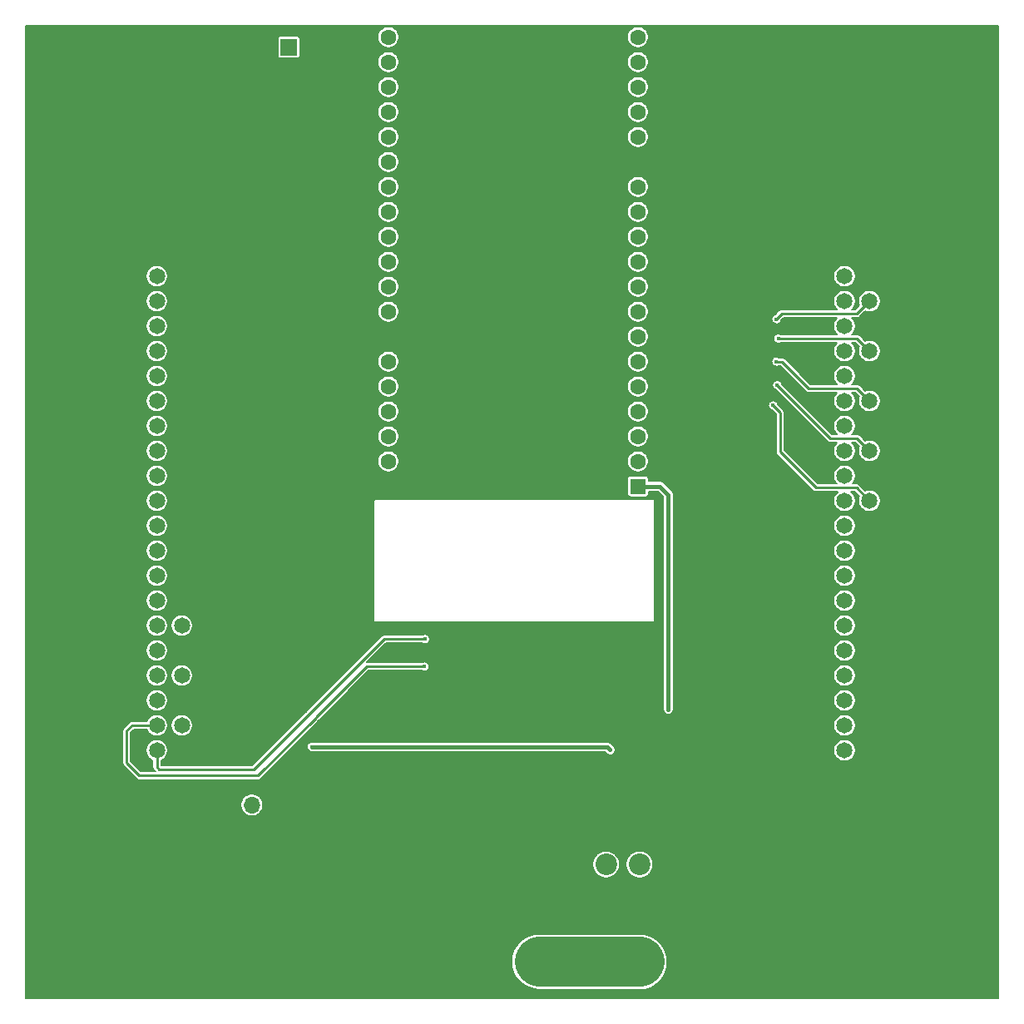
<source format=gbr>
%TF.GenerationSoftware,KiCad,Pcbnew,(5.1.9)-1*%
%TF.CreationDate,2023-04-15T18:22:43-04:00*%
%TF.ProjectId,ESP backpack,45535020-6261-4636-9b70-61636b2e6b69,rev?*%
%TF.SameCoordinates,Original*%
%TF.FileFunction,Copper,L2,Bot*%
%TF.FilePolarity,Positive*%
%FSLAX46Y46*%
G04 Gerber Fmt 4.6, Leading zero omitted, Abs format (unit mm)*
G04 Created by KiCad (PCBNEW (5.1.9)-1) date 2023-04-15 18:22:43*
%MOMM*%
%LPD*%
G01*
G04 APERTURE LIST*
%TA.AperFunction,ComponentPad*%
%ADD10O,1.700000X1.700000*%
%TD*%
%TA.AperFunction,ComponentPad*%
%ADD11R,1.700000X1.700000*%
%TD*%
%TA.AperFunction,ComponentPad*%
%ADD12C,2.200000*%
%TD*%
%TA.AperFunction,ComponentPad*%
%ADD13R,1.650000X1.650000*%
%TD*%
%TA.AperFunction,ComponentPad*%
%ADD14C,1.650000*%
%TD*%
%TA.AperFunction,ComponentPad*%
%ADD15C,1.600000*%
%TD*%
%TA.AperFunction,ComponentPad*%
%ADD16R,1.560000X1.560000*%
%TD*%
%TA.AperFunction,ComponentPad*%
%ADD17C,1.651000*%
%TD*%
%TA.AperFunction,ViaPad*%
%ADD18C,0.400000*%
%TD*%
%TA.AperFunction,Conductor*%
%ADD19C,0.457200*%
%TD*%
%TA.AperFunction,Conductor*%
%ADD20C,0.254000*%
%TD*%
%TA.AperFunction,Conductor*%
%ADD21C,5.080000*%
%TD*%
%TA.AperFunction,Conductor*%
%ADD22C,0.203200*%
%TD*%
%TA.AperFunction,Conductor*%
%ADD23C,0.100000*%
%TD*%
G04 APERTURE END LIST*
D10*
%TO.P,JReset1,2*%
%TO.N,Net-(JReset1-Pad2)*%
X23408640Y-79689960D03*
D11*
%TO.P,JReset1,1*%
%TO.N,GND*%
X23408640Y-82229960D03*
%TD*%
%TO.P,J3,1*%
%TO.N,Net-(J3-Pad1)*%
X27185620Y-2560320D03*
%TD*%
D12*
%TO.P,F1,2*%
%TO.N,+5V*%
X62853780Y-85749100D03*
%TO.P,F1,1*%
%TO.N,Net-(5VDC_IN1-Pad2)*%
X62853780Y-95669100D03*
%TO.P,F1,2*%
%TO.N,+5V*%
X59453780Y-85749100D03*
%TO.P,F1,1*%
%TO.N,Net-(5VDC_IN1-Pad2)*%
X59453780Y-95669100D03*
%TD*%
D13*
%TO.P,5VDC_IN1,1*%
%TO.N,GND*%
X47599600Y-95656400D03*
D14*
%TO.P,5VDC_IN1,2*%
%TO.N,Net-(5VDC_IN1-Pad2)*%
X52679600Y-95656400D03*
%TD*%
D15*
%TO.P,U1,38*%
%TO.N,Net-(U1-Pad38)*%
X37300000Y-1540000D03*
%TO.P,U1,37*%
%TO.N,Net-(U1-Pad37)*%
X37300000Y-4080000D03*
%TO.P,U1,36*%
%TO.N,Net-(U1-Pad36)*%
X37300000Y-6620000D03*
%TO.P,U1,35*%
%TO.N,Net-(U1-Pad35)*%
X37300000Y-9160000D03*
%TO.P,U1,34*%
%TO.N,Net-(U1-Pad34)*%
X37300000Y-11700000D03*
%TO.P,U1,33*%
%TO.N,Net-(U1-Pad33)*%
X37300000Y-14240000D03*
%TO.P,U1,32*%
%TO.N,Net-(J3-Pad1)*%
X37300000Y-16780000D03*
%TO.P,U1,31*%
%TO.N,Net-(U1-Pad31)*%
X37300000Y-19320000D03*
%TO.P,U1,30*%
%TO.N,Net-(U1-Pad30)*%
X37300000Y-21860000D03*
%TO.P,U1,29*%
%TO.N,Net-(U1-Pad29)*%
X37300000Y-24400000D03*
%TO.P,U1,28*%
%TO.N,Net-(U1-Pad28)*%
X37300000Y-26940000D03*
%TO.P,U1,27*%
%TO.N,Net-(U1-Pad27)*%
X37300000Y-29480000D03*
%TO.P,U1,26*%
%TO.N,GND*%
X37300000Y-32020000D03*
%TO.P,U1,25*%
%TO.N,/SDA*%
X37300000Y-34560000D03*
%TO.P,U1,24*%
%TO.N,Net-(U1-Pad24)*%
X37300000Y-37100000D03*
%TO.P,U1,23*%
%TO.N,Net-(U1-Pad23)*%
X37300000Y-39640000D03*
%TO.P,U1,22*%
%TO.N,/SCL*%
X37300000Y-42180000D03*
%TO.P,U1,21*%
%TO.N,Net-(U1-Pad21)*%
X37300000Y-44720000D03*
%TO.P,U1,20*%
%TO.N,GND*%
X37300000Y-47260000D03*
%TO.P,U1,18*%
%TO.N,Net-(U1-Pad18)*%
X62700000Y-4080000D03*
%TO.P,U1,17*%
%TO.N,Net-(U1-Pad17)*%
X62700000Y-6620000D03*
%TO.P,U1,16*%
%TO.N,Net-(U1-Pad16)*%
X62700000Y-9160000D03*
%TO.P,U1,15*%
%TO.N,Net-(U1-Pad15)*%
X62700000Y-11700000D03*
%TO.P,U1,14*%
%TO.N,GND*%
X62700000Y-14240000D03*
%TO.P,U1,13*%
%TO.N,Net-(R10-Pad1)*%
X62700000Y-16780000D03*
%TO.P,U1,12*%
%TO.N,Net-(R3-Pad1)*%
X62700000Y-19320000D03*
%TO.P,U1,11*%
%TO.N,Net-(R4-Pad1)*%
X62700000Y-21860000D03*
%TO.P,U1,10*%
%TO.N,Net-(R5-Pad1)*%
X62700000Y-24400000D03*
%TO.P,U1,9*%
%TO.N,Net-(R6-Pad1)*%
X62700000Y-26940000D03*
%TO.P,U1,8*%
%TO.N,Net-(R7-Pad1)*%
X62700000Y-29480000D03*
%TO.P,U1,7*%
%TO.N,Net-(U1-Pad7)*%
X62700000Y-32020000D03*
%TO.P,U1,6*%
%TO.N,Net-(R9-Pad1)*%
X62700000Y-34560000D03*
%TO.P,U1,5*%
%TO.N,Net-(R8-Pad1)*%
X62700000Y-37100000D03*
%TO.P,U1,4*%
%TO.N,Net-(U1-Pad4)*%
X62700000Y-39640000D03*
%TO.P,U1,3*%
%TO.N,Net-(U1-Pad3)*%
X62700000Y-42180000D03*
%TO.P,U1,19*%
%TO.N,Net-(ExtPower1-Pad2)*%
X62700000Y-1540000D03*
%TO.P,U1,2*%
%TO.N,Net-(C11-Pad1)*%
X62700000Y-44720000D03*
D16*
%TO.P,U1,1*%
%TO.N,+3V3*%
X62700000Y-47260000D03*
%TD*%
D17*
%TO.P,J2,01*%
%TO.N,+5V*%
X83730000Y-25870000D03*
%TO.P,J2,02*%
%TO.N,GND*%
X86270000Y-25870000D03*
%TO.P,J2,03*%
%TO.N,+5V*%
X83730000Y-28410000D03*
%TO.P,J2,04*%
%TO.N,/OrangeLine*%
X86270000Y-28410000D03*
%TO.P,J2,05*%
%TO.N,+5V*%
X83730000Y-30950000D03*
%TO.P,J2,06*%
%TO.N,GND*%
X86270000Y-30950000D03*
%TO.P,J2,07*%
%TO.N,+5V*%
X83730000Y-33490000D03*
%TO.P,J2,08*%
%TO.N,/YellowLine*%
X86270000Y-33490000D03*
%TO.P,J2,09*%
%TO.N,+5V*%
X83730000Y-36030000D03*
%TO.P,J2,10*%
%TO.N,GND*%
X86270000Y-36030000D03*
%TO.P,J2,11*%
%TO.N,+5V*%
X83730000Y-38570000D03*
%TO.P,J2,12*%
%TO.N,/GreenLine*%
X86270000Y-38570000D03*
%TO.P,J2,13*%
%TO.N,+5V*%
X83730000Y-41110000D03*
%TO.P,J2,14*%
%TO.N,GND*%
X86270000Y-41110000D03*
%TO.P,J2,15*%
%TO.N,+5V*%
X83730000Y-43650000D03*
%TO.P,J2,16*%
%TO.N,/BlueLine*%
X86270000Y-43650000D03*
%TO.P,J2,17*%
%TO.N,+5V*%
X83730000Y-46190000D03*
%TO.P,J2,18*%
%TO.N,GND*%
X86270000Y-46190000D03*
%TO.P,J2,19*%
%TO.N,+5V*%
X83730000Y-48730000D03*
%TO.P,J2,20*%
%TO.N,/RedLine*%
X86270000Y-48730000D03*
%TO.P,J2,21*%
%TO.N,+5V*%
X83730000Y-51270000D03*
%TO.P,J2,22*%
%TO.N,GND*%
X86270000Y-51270000D03*
%TO.P,J2,23*%
%TO.N,+5V*%
X83730000Y-53810000D03*
%TO.P,J2,24*%
%TO.N,GND*%
X86270000Y-53810000D03*
%TO.P,J2,25*%
%TO.N,+5V*%
X83730000Y-56350000D03*
%TO.P,J2,26*%
%TO.N,GND*%
X86270000Y-56350000D03*
%TO.P,J2,27*%
%TO.N,+5V*%
X83730000Y-58890000D03*
%TO.P,J2,28*%
%TO.N,GND*%
X86270000Y-58890000D03*
%TO.P,J2,29*%
%TO.N,+5V*%
X83730000Y-61430000D03*
%TO.P,J2,30*%
%TO.N,GND*%
X86270000Y-61430000D03*
%TO.P,J2,31*%
%TO.N,+5V*%
X83730000Y-63970000D03*
%TO.P,J2,32*%
%TO.N,GND*%
X86270000Y-63970000D03*
%TO.P,J2,33*%
%TO.N,+5V*%
X83730000Y-66510000D03*
%TO.P,J2,34*%
%TO.N,GND*%
X86270000Y-66510000D03*
%TO.P,J2,35*%
%TO.N,+5V*%
X83730000Y-69050000D03*
%TO.P,J2,36*%
%TO.N,GND*%
X86270000Y-69050000D03*
%TO.P,J2,37*%
%TO.N,+5V*%
X83730000Y-71590000D03*
%TO.P,J2,38*%
%TO.N,GND*%
X86270000Y-71590000D03*
%TO.P,J2,39*%
%TO.N,+5V*%
X83730000Y-74130000D03*
%TO.P,J2,40*%
%TO.N,GND*%
X86270000Y-74130000D03*
%TD*%
%TO.P,J1,01*%
%TO.N,+5V*%
X13730000Y-25870000D03*
%TO.P,J1,02*%
%TO.N,GND*%
X16270000Y-25870000D03*
%TO.P,J1,03*%
%TO.N,+5V*%
X13730000Y-28410000D03*
%TO.P,J1,04*%
%TO.N,GND*%
X16270000Y-28410000D03*
%TO.P,J1,05*%
%TO.N,+5V*%
X13730000Y-30950000D03*
%TO.P,J1,06*%
%TO.N,GND*%
X16270000Y-30950000D03*
%TO.P,J1,07*%
%TO.N,+5V*%
X13730000Y-33490000D03*
%TO.P,J1,08*%
%TO.N,GND*%
X16270000Y-33490000D03*
%TO.P,J1,09*%
%TO.N,+5V*%
X13730000Y-36030000D03*
%TO.P,J1,10*%
%TO.N,GND*%
X16270000Y-36030000D03*
%TO.P,J1,11*%
%TO.N,+5V*%
X13730000Y-38570000D03*
%TO.P,J1,12*%
%TO.N,GND*%
X16270000Y-38570000D03*
%TO.P,J1,13*%
%TO.N,+5V*%
X13730000Y-41110000D03*
%TO.P,J1,14*%
%TO.N,GND*%
X16270000Y-41110000D03*
%TO.P,J1,15*%
%TO.N,+5V*%
X13730000Y-43650000D03*
%TO.P,J1,16*%
%TO.N,GND*%
X16270000Y-43650000D03*
%TO.P,J1,17*%
%TO.N,+5V*%
X13730000Y-46190000D03*
%TO.P,J1,18*%
%TO.N,GND*%
X16270000Y-46190000D03*
%TO.P,J1,19*%
%TO.N,+5V*%
X13730000Y-48730000D03*
%TO.P,J1,20*%
%TO.N,GND*%
X16270000Y-48730000D03*
%TO.P,J1,21*%
%TO.N,+5V*%
X13730000Y-51270000D03*
%TO.P,J1,22*%
%TO.N,GND*%
X16270000Y-51270000D03*
%TO.P,J1,23*%
%TO.N,+5V*%
X13730000Y-53810000D03*
%TO.P,J1,24*%
%TO.N,GND*%
X16270000Y-53810000D03*
%TO.P,J1,25*%
%TO.N,+5V*%
X13730000Y-56350000D03*
%TO.P,J1,26*%
%TO.N,GND*%
X16270000Y-56350000D03*
%TO.P,J1,27*%
%TO.N,+5V*%
X13730000Y-58890000D03*
%TO.P,J1,28*%
%TO.N,GND*%
X16270000Y-58890000D03*
%TO.P,J1,29*%
%TO.N,+5V*%
X13730000Y-61430000D03*
%TO.P,J1,30*%
%TO.N,Net-(J1-Pad30)*%
X16270000Y-61430000D03*
%TO.P,J1,31*%
%TO.N,+5V*%
X13730000Y-63970000D03*
%TO.P,J1,32*%
%TO.N,GND*%
X16270000Y-63970000D03*
%TO.P,J1,33*%
%TO.N,+5V*%
X13730000Y-66510000D03*
%TO.P,J1,34*%
%TO.N,Net-(J1-Pad34)*%
X16270000Y-66510000D03*
%TO.P,J1,35*%
%TO.N,+3V3*%
X13730000Y-69050000D03*
%TO.P,J1,36*%
%TO.N,GND*%
X16270000Y-69050000D03*
%TO.P,J1,37*%
%TO.N,Net-(J1-Pad37)*%
X13730000Y-71590000D03*
%TO.P,J1,38*%
%TO.N,Net-(J1-Pad38)*%
X16270000Y-71590000D03*
%TO.P,J1,39*%
%TO.N,Net-(J1-Pad39)*%
X13730000Y-74130000D03*
%TO.P,J1,40*%
%TO.N,GND*%
X16270000Y-74130000D03*
%TD*%
D18*
%TO.N,GND*%
X30784800Y-90454480D03*
X17887600Y-13754800D03*
X19157600Y-9944800D03*
X20427600Y-13754800D03*
X20427600Y-15024800D03*
X17887600Y-9944800D03*
X19157600Y-15024800D03*
X19157600Y-11214800D03*
X19157600Y-12484800D03*
X19157600Y-8674800D03*
X17887600Y-15024800D03*
X17887600Y-8674800D03*
X17887600Y-11214800D03*
X20427600Y-12484800D03*
X20427600Y-11214800D03*
X20427600Y-9944800D03*
X19157600Y-13754800D03*
X20427600Y-8674800D03*
X17887600Y-12484800D03*
X80117600Y-13754800D03*
X81387600Y-9944800D03*
X82657600Y-13754800D03*
X82657600Y-15024800D03*
X80117600Y-9944800D03*
X81387600Y-15024800D03*
X81387600Y-11214800D03*
X81387600Y-12484800D03*
X81387600Y-8674800D03*
X80117600Y-15024800D03*
X80117600Y-8674800D03*
X80117600Y-11214800D03*
X82657600Y-12484800D03*
X82657600Y-11214800D03*
X82657600Y-9944800D03*
X81387600Y-13754800D03*
X82657600Y-8674800D03*
X80117600Y-12484800D03*
X85977380Y-89794780D03*
X87247380Y-85984780D03*
X88517380Y-89794780D03*
X88517380Y-91064780D03*
X85977380Y-85984780D03*
X87247380Y-91064780D03*
X87247380Y-87254780D03*
X87247380Y-88524780D03*
X87247380Y-84714780D03*
X85977380Y-91064780D03*
X85977380Y-84714780D03*
X85977380Y-87254780D03*
X88517380Y-88524780D03*
X88517380Y-87254780D03*
X88517380Y-85984780D03*
X87247380Y-89794780D03*
X88517380Y-84714780D03*
X85977380Y-88524780D03*
X12180220Y-85822220D03*
X12180220Y-89632220D03*
X13450220Y-85822220D03*
X13450220Y-90902220D03*
X14720220Y-89632220D03*
X14720220Y-90902220D03*
X13450220Y-87092220D03*
X13450220Y-88362220D03*
X13450220Y-84552220D03*
X12180220Y-87092220D03*
X14720220Y-87092220D03*
X12180220Y-84552220D03*
X13450220Y-89632220D03*
X12180220Y-88362220D03*
X14720220Y-88362220D03*
X14720220Y-85822220D03*
X12180220Y-90902220D03*
X14720220Y-84552220D03*
X76962000Y-70205600D03*
X76809600Y-57099200D03*
X57757860Y-61204200D03*
X70596760Y-44676060D03*
X30576520Y-66273680D03*
X30480000Y-67909440D03*
X33324800Y-90454480D03*
X30784800Y-92994480D03*
X33324800Y-92994480D03*
X41549320Y-83014820D03*
%TO.N,+3V3*%
X65786000Y-69977000D03*
X59867800Y-74076560D03*
X29540200Y-73781920D03*
%TO.N,/OrangeLine*%
X76794360Y-30243780D03*
%TO.N,/YellowLine*%
X76987400Y-32214820D03*
%TO.N,/GreenLine*%
X76786740Y-34564320D03*
%TO.N,/BlueLine*%
X76875642Y-36959540D03*
%TO.N,/RedLine*%
X76454000Y-39014400D03*
%TO.N,Net-(J1-Pad39)*%
X41038780Y-62814200D03*
%TO.N,Net-(J1-Pad37)*%
X40980360Y-65608200D03*
%TD*%
D19*
%TO.N,+3V3*%
X59573160Y-73781920D02*
X29540200Y-73781920D01*
X59867800Y-74076560D02*
X59573160Y-73781920D01*
X64940940Y-47260000D02*
X62700000Y-47260000D01*
X65786000Y-48105060D02*
X64940940Y-47260000D01*
X65786000Y-69951600D02*
X65786000Y-48105060D01*
D20*
%TO.N,/OrangeLine*%
X85012800Y-29667200D02*
X77370940Y-29667200D01*
X86270000Y-28410000D02*
X85012800Y-29667200D01*
X77370940Y-29667200D02*
X76794360Y-30243780D01*
%TO.N,/YellowLine*%
X84987200Y-32207200D02*
X86270000Y-33490000D01*
X77012800Y-32207200D02*
X84987200Y-32207200D01*
X76995020Y-32207200D02*
X76987400Y-32214820D01*
X77012800Y-32207200D02*
X76995020Y-32207200D01*
%TO.N,/GreenLine*%
X84987200Y-37287200D02*
X86270000Y-38570000D01*
X80060800Y-37287200D02*
X84987200Y-37287200D01*
X77337920Y-34564320D02*
X80060800Y-37287200D01*
X76786740Y-34564320D02*
X77337920Y-34564320D01*
%TO.N,/BlueLine*%
X82283302Y-42367200D02*
X76875642Y-36959540D01*
X86270000Y-43650000D02*
X84987200Y-42367200D01*
X84987200Y-42367200D02*
X82283302Y-42367200D01*
%TO.N,/RedLine*%
X84936400Y-47396400D02*
X86270000Y-48730000D01*
X80822800Y-47396400D02*
X84936400Y-47396400D01*
X77165200Y-39725600D02*
X77165200Y-43738800D01*
X77165200Y-43738800D02*
X80822800Y-47396400D01*
X76454000Y-39014400D02*
X77165200Y-39725600D01*
%TO.N,Net-(J1-Pad39)*%
X13730000Y-75833000D02*
X13730000Y-74130000D01*
X13970000Y-76073000D02*
X13730000Y-75833000D01*
X23622000Y-76073000D02*
X13970000Y-76073000D01*
X29192220Y-70502780D02*
X23622000Y-76073000D01*
X29192220Y-70502780D02*
X29202380Y-70502780D01*
X36890960Y-62814200D02*
X41038780Y-62814200D01*
X29202380Y-70502780D02*
X36890960Y-62814200D01*
%TO.N,Net-(J1-Pad37)*%
X24003000Y-76708000D02*
X29921200Y-70789800D01*
X11938000Y-76708000D02*
X24003000Y-76708000D01*
X10668000Y-75438000D02*
X11938000Y-76708000D01*
X10668000Y-72136000D02*
X10668000Y-75438000D01*
X11214000Y-71590000D02*
X10668000Y-72136000D01*
X13730000Y-71590000D02*
X11214000Y-71590000D01*
X29921200Y-70789800D02*
X29921200Y-70779640D01*
X29921200Y-70789800D02*
X29921200Y-70782180D01*
X35095180Y-65608200D02*
X40980360Y-65608200D01*
X29921200Y-70782180D02*
X35095180Y-65608200D01*
D21*
%TO.N,Net-(5VDC_IN1-Pad2)*%
X62841080Y-95656400D02*
X62853780Y-95669100D01*
X52679600Y-95656400D02*
X62841080Y-95656400D01*
%TD*%
D22*
%TO.N,GND*%
X99398400Y-99398400D02*
X351600Y-99398400D01*
X351600Y-95656400D01*
X49821036Y-95656400D01*
X49875963Y-96214078D01*
X50038631Y-96750325D01*
X50302791Y-97244533D01*
X50658290Y-97677710D01*
X51091467Y-98033209D01*
X51585675Y-98297369D01*
X52121922Y-98460037D01*
X52539853Y-98501200D01*
X62585089Y-98501200D01*
X62853780Y-98527664D01*
X63411458Y-98472737D01*
X63947705Y-98310069D01*
X64441913Y-98045908D01*
X64875090Y-97690410D01*
X65230588Y-97257233D01*
X65494749Y-96763025D01*
X65657417Y-96226778D01*
X65712344Y-95669100D01*
X65657417Y-95111423D01*
X65494749Y-94575176D01*
X65230588Y-94080968D01*
X64964173Y-93756340D01*
X64951482Y-93743649D01*
X64862390Y-93635090D01*
X64429213Y-93279591D01*
X63935005Y-93015431D01*
X63398758Y-92852763D01*
X62980827Y-92811600D01*
X62841080Y-92797836D01*
X62701333Y-92811600D01*
X52539853Y-92811600D01*
X52121922Y-92852763D01*
X51585675Y-93015431D01*
X51091467Y-93279591D01*
X50658290Y-93635090D01*
X50302791Y-94068267D01*
X50038631Y-94562475D01*
X49875963Y-95098722D01*
X49821036Y-95656400D01*
X351600Y-95656400D01*
X351600Y-85610739D01*
X58048980Y-85610739D01*
X58048980Y-85887461D01*
X58102966Y-86158865D01*
X58208863Y-86414522D01*
X58362601Y-86644608D01*
X58558272Y-86840279D01*
X58788358Y-86994017D01*
X59044015Y-87099914D01*
X59315419Y-87153900D01*
X59592141Y-87153900D01*
X59863545Y-87099914D01*
X60119202Y-86994017D01*
X60349288Y-86840279D01*
X60544959Y-86644608D01*
X60698697Y-86414522D01*
X60804594Y-86158865D01*
X60858580Y-85887461D01*
X60858580Y-85610739D01*
X61448980Y-85610739D01*
X61448980Y-85887461D01*
X61502966Y-86158865D01*
X61608863Y-86414522D01*
X61762601Y-86644608D01*
X61958272Y-86840279D01*
X62188358Y-86994017D01*
X62444015Y-87099914D01*
X62715419Y-87153900D01*
X62992141Y-87153900D01*
X63263545Y-87099914D01*
X63519202Y-86994017D01*
X63749288Y-86840279D01*
X63944959Y-86644608D01*
X64098697Y-86414522D01*
X64204594Y-86158865D01*
X64258580Y-85887461D01*
X64258580Y-85610739D01*
X64204594Y-85339335D01*
X64098697Y-85083678D01*
X63944959Y-84853592D01*
X63749288Y-84657921D01*
X63519202Y-84504183D01*
X63263545Y-84398286D01*
X62992141Y-84344300D01*
X62715419Y-84344300D01*
X62444015Y-84398286D01*
X62188358Y-84504183D01*
X61958272Y-84657921D01*
X61762601Y-84853592D01*
X61608863Y-85083678D01*
X61502966Y-85339335D01*
X61448980Y-85610739D01*
X60858580Y-85610739D01*
X60804594Y-85339335D01*
X60698697Y-85083678D01*
X60544959Y-84853592D01*
X60349288Y-84657921D01*
X60119202Y-84504183D01*
X59863545Y-84398286D01*
X59592141Y-84344300D01*
X59315419Y-84344300D01*
X59044015Y-84398286D01*
X58788358Y-84504183D01*
X58558272Y-84657921D01*
X58362601Y-84853592D01*
X58208863Y-85083678D01*
X58102966Y-85339335D01*
X58048980Y-85610739D01*
X351600Y-85610739D01*
X351600Y-79576222D01*
X22253840Y-79576222D01*
X22253840Y-79803698D01*
X22298218Y-80026803D01*
X22385269Y-80236963D01*
X22511648Y-80426102D01*
X22672498Y-80586952D01*
X22861637Y-80713331D01*
X23071797Y-80800382D01*
X23294902Y-80844760D01*
X23522378Y-80844760D01*
X23745483Y-80800382D01*
X23955643Y-80713331D01*
X24144782Y-80586952D01*
X24305632Y-80426102D01*
X24432011Y-80236963D01*
X24519062Y-80026803D01*
X24563440Y-79803698D01*
X24563440Y-79576222D01*
X24519062Y-79353117D01*
X24432011Y-79142957D01*
X24305632Y-78953818D01*
X24144782Y-78792968D01*
X23955643Y-78666589D01*
X23745483Y-78579538D01*
X23522378Y-78535160D01*
X23294902Y-78535160D01*
X23071797Y-78579538D01*
X22861637Y-78666589D01*
X22672498Y-78792968D01*
X22511648Y-78953818D01*
X22385269Y-79142957D01*
X22298218Y-79353117D01*
X22253840Y-79576222D01*
X351600Y-79576222D01*
X351600Y-72136000D01*
X10234111Y-72136000D01*
X10236200Y-72157210D01*
X10236201Y-75416780D01*
X10234111Y-75438000D01*
X10242448Y-75522647D01*
X10263470Y-75591945D01*
X10267140Y-75604042D01*
X10307235Y-75679056D01*
X10361195Y-75744806D01*
X10377674Y-75758330D01*
X11617674Y-76998332D01*
X11631194Y-77014806D01*
X11696944Y-77068766D01*
X11771958Y-77108861D01*
X11853352Y-77133552D01*
X11937999Y-77141889D01*
X11959209Y-77139800D01*
X23981790Y-77139800D01*
X24003000Y-77141889D01*
X24024210Y-77139800D01*
X24087648Y-77133552D01*
X24169042Y-77108861D01*
X24244056Y-77068766D01*
X24309806Y-77014806D01*
X24323335Y-76998321D01*
X27539736Y-73781920D01*
X29004220Y-73781920D01*
X29014519Y-73886485D01*
X29045019Y-73987031D01*
X29094549Y-74079695D01*
X29161205Y-74160915D01*
X29242425Y-74227571D01*
X29335089Y-74277101D01*
X29435635Y-74307601D01*
X29514005Y-74315320D01*
X59352219Y-74315320D01*
X59509152Y-74472253D01*
X59570027Y-74522211D01*
X59662689Y-74571741D01*
X59763235Y-74602241D01*
X59867800Y-74612539D01*
X59972364Y-74602241D01*
X60072910Y-74571741D01*
X60165574Y-74522211D01*
X60246795Y-74455555D01*
X60313451Y-74374334D01*
X60362981Y-74281670D01*
X60393481Y-74181124D01*
X60403779Y-74076560D01*
X60398079Y-74018675D01*
X82599700Y-74018675D01*
X82599700Y-74241325D01*
X82643137Y-74459696D01*
X82728341Y-74665398D01*
X82852039Y-74850524D01*
X83009476Y-75007961D01*
X83194602Y-75131659D01*
X83400304Y-75216863D01*
X83618675Y-75260300D01*
X83841325Y-75260300D01*
X84059696Y-75216863D01*
X84265398Y-75131659D01*
X84450524Y-75007961D01*
X84607961Y-74850524D01*
X84731659Y-74665398D01*
X84816863Y-74459696D01*
X84860300Y-74241325D01*
X84860300Y-74018675D01*
X84816863Y-73800304D01*
X84731659Y-73594602D01*
X84607961Y-73409476D01*
X84450524Y-73252039D01*
X84265398Y-73128341D01*
X84059696Y-73043137D01*
X83841325Y-72999700D01*
X83618675Y-72999700D01*
X83400304Y-73043137D01*
X83194602Y-73128341D01*
X83009476Y-73252039D01*
X82852039Y-73409476D01*
X82728341Y-73594602D01*
X82643137Y-73800304D01*
X82599700Y-74018675D01*
X60398079Y-74018675D01*
X60393481Y-73971995D01*
X60362981Y-73871449D01*
X60313451Y-73778787D01*
X60263493Y-73717912D01*
X59968856Y-73423275D01*
X59952155Y-73402925D01*
X59870935Y-73336269D01*
X59778271Y-73286739D01*
X59677725Y-73256239D01*
X59599355Y-73248520D01*
X59599347Y-73248520D01*
X59573160Y-73245941D01*
X59546973Y-73248520D01*
X29514005Y-73248520D01*
X29435635Y-73256239D01*
X29335089Y-73286739D01*
X29242425Y-73336269D01*
X29161205Y-73402925D01*
X29094549Y-73484145D01*
X29045019Y-73576809D01*
X29014519Y-73677355D01*
X29004220Y-73781920D01*
X27539736Y-73781920D01*
X29842981Y-71478675D01*
X82599700Y-71478675D01*
X82599700Y-71701325D01*
X82643137Y-71919696D01*
X82728341Y-72125398D01*
X82852039Y-72310524D01*
X83009476Y-72467961D01*
X83194602Y-72591659D01*
X83400304Y-72676863D01*
X83618675Y-72720300D01*
X83841325Y-72720300D01*
X84059696Y-72676863D01*
X84265398Y-72591659D01*
X84450524Y-72467961D01*
X84607961Y-72310524D01*
X84731659Y-72125398D01*
X84816863Y-71919696D01*
X84860300Y-71701325D01*
X84860300Y-71478675D01*
X84816863Y-71260304D01*
X84731659Y-71054602D01*
X84607961Y-70869476D01*
X84450524Y-70712039D01*
X84265398Y-70588341D01*
X84059696Y-70503137D01*
X83841325Y-70459700D01*
X83618675Y-70459700D01*
X83400304Y-70503137D01*
X83194602Y-70588341D01*
X83009476Y-70712039D01*
X82852039Y-70869476D01*
X82728341Y-71054602D01*
X82643137Y-71260304D01*
X82599700Y-71478675D01*
X29842981Y-71478675D01*
X30211528Y-71110129D01*
X30228006Y-71096606D01*
X30276410Y-71037626D01*
X35274037Y-66040000D01*
X40717978Y-66040000D01*
X40741247Y-66055548D01*
X40833115Y-66093601D01*
X40930641Y-66113000D01*
X41030079Y-66113000D01*
X41127605Y-66093601D01*
X41219473Y-66055548D01*
X41302152Y-66000304D01*
X41372464Y-65929992D01*
X41427708Y-65847313D01*
X41465761Y-65755445D01*
X41485160Y-65657919D01*
X41485160Y-65558481D01*
X41465761Y-65460955D01*
X41427708Y-65369087D01*
X41372464Y-65286408D01*
X41302152Y-65216096D01*
X41219473Y-65160852D01*
X41127605Y-65122799D01*
X41030079Y-65103400D01*
X40930641Y-65103400D01*
X40833115Y-65122799D01*
X40741247Y-65160852D01*
X40717978Y-65176400D01*
X35139417Y-65176400D01*
X37069818Y-63246000D01*
X40776398Y-63246000D01*
X40799667Y-63261548D01*
X40891535Y-63299601D01*
X40989061Y-63319000D01*
X41088499Y-63319000D01*
X41186025Y-63299601D01*
X41277893Y-63261548D01*
X41360572Y-63206304D01*
X41430884Y-63135992D01*
X41486128Y-63053313D01*
X41524181Y-62961445D01*
X41543580Y-62863919D01*
X41543580Y-62764481D01*
X41524181Y-62666955D01*
X41486128Y-62575087D01*
X41430884Y-62492408D01*
X41360572Y-62422096D01*
X41277893Y-62366852D01*
X41186025Y-62328799D01*
X41088499Y-62309400D01*
X40989061Y-62309400D01*
X40891535Y-62328799D01*
X40799667Y-62366852D01*
X40776398Y-62382400D01*
X36912169Y-62382400D01*
X36890959Y-62380311D01*
X36806312Y-62388648D01*
X36724918Y-62413339D01*
X36649904Y-62453434D01*
X36584154Y-62507394D01*
X36570634Y-62523868D01*
X28954013Y-70140491D01*
X28951164Y-70142014D01*
X28885414Y-70195974D01*
X28871890Y-70212453D01*
X23443144Y-75641200D01*
X14161800Y-75641200D01*
X14161800Y-75174570D01*
X14265398Y-75131659D01*
X14450524Y-75007961D01*
X14607961Y-74850524D01*
X14731659Y-74665398D01*
X14816863Y-74459696D01*
X14860300Y-74241325D01*
X14860300Y-74018675D01*
X14816863Y-73800304D01*
X14731659Y-73594602D01*
X14607961Y-73409476D01*
X14450524Y-73252039D01*
X14265398Y-73128341D01*
X14059696Y-73043137D01*
X13841325Y-72999700D01*
X13618675Y-72999700D01*
X13400304Y-73043137D01*
X13194602Y-73128341D01*
X13009476Y-73252039D01*
X12852039Y-73409476D01*
X12728341Y-73594602D01*
X12643137Y-73800304D01*
X12599700Y-74018675D01*
X12599700Y-74241325D01*
X12643137Y-74459696D01*
X12728341Y-74665398D01*
X12852039Y-74850524D01*
X13009476Y-75007961D01*
X13194602Y-75131659D01*
X13298200Y-75174571D01*
X13298200Y-75811790D01*
X13296111Y-75833000D01*
X13298200Y-75854209D01*
X13304448Y-75917647D01*
X13329139Y-75999041D01*
X13369234Y-76074055D01*
X13423194Y-76139806D01*
X13439678Y-76153334D01*
X13562543Y-76276200D01*
X12116858Y-76276200D01*
X11099800Y-75259144D01*
X11099800Y-72314856D01*
X11392857Y-72021800D01*
X12685430Y-72021800D01*
X12728341Y-72125398D01*
X12852039Y-72310524D01*
X13009476Y-72467961D01*
X13194602Y-72591659D01*
X13400304Y-72676863D01*
X13618675Y-72720300D01*
X13841325Y-72720300D01*
X14059696Y-72676863D01*
X14265398Y-72591659D01*
X14450524Y-72467961D01*
X14607961Y-72310524D01*
X14731659Y-72125398D01*
X14816863Y-71919696D01*
X14860300Y-71701325D01*
X14860300Y-71478675D01*
X15139700Y-71478675D01*
X15139700Y-71701325D01*
X15183137Y-71919696D01*
X15268341Y-72125398D01*
X15392039Y-72310524D01*
X15549476Y-72467961D01*
X15734602Y-72591659D01*
X15940304Y-72676863D01*
X16158675Y-72720300D01*
X16381325Y-72720300D01*
X16599696Y-72676863D01*
X16805398Y-72591659D01*
X16990524Y-72467961D01*
X17147961Y-72310524D01*
X17271659Y-72125398D01*
X17356863Y-71919696D01*
X17400300Y-71701325D01*
X17400300Y-71478675D01*
X17356863Y-71260304D01*
X17271659Y-71054602D01*
X17147961Y-70869476D01*
X16990524Y-70712039D01*
X16805398Y-70588341D01*
X16599696Y-70503137D01*
X16381325Y-70459700D01*
X16158675Y-70459700D01*
X15940304Y-70503137D01*
X15734602Y-70588341D01*
X15549476Y-70712039D01*
X15392039Y-70869476D01*
X15268341Y-71054602D01*
X15183137Y-71260304D01*
X15139700Y-71478675D01*
X14860300Y-71478675D01*
X14816863Y-71260304D01*
X14731659Y-71054602D01*
X14607961Y-70869476D01*
X14450524Y-70712039D01*
X14265398Y-70588341D01*
X14059696Y-70503137D01*
X13841325Y-70459700D01*
X13618675Y-70459700D01*
X13400304Y-70503137D01*
X13194602Y-70588341D01*
X13009476Y-70712039D01*
X12852039Y-70869476D01*
X12728341Y-71054602D01*
X12685430Y-71158200D01*
X11235210Y-71158200D01*
X11214000Y-71156111D01*
X11192790Y-71158200D01*
X11129352Y-71164448D01*
X11047958Y-71189139D01*
X10972944Y-71229234D01*
X10907194Y-71283194D01*
X10893669Y-71299674D01*
X10377679Y-71815665D01*
X10361194Y-71829194D01*
X10307234Y-71894945D01*
X10267139Y-71969959D01*
X10251413Y-72021800D01*
X10242448Y-72051353D01*
X10234111Y-72136000D01*
X351600Y-72136000D01*
X351600Y-68938675D01*
X12599700Y-68938675D01*
X12599700Y-69161325D01*
X12643137Y-69379696D01*
X12728341Y-69585398D01*
X12852039Y-69770524D01*
X13009476Y-69927961D01*
X13194602Y-70051659D01*
X13400304Y-70136863D01*
X13618675Y-70180300D01*
X13841325Y-70180300D01*
X14059696Y-70136863D01*
X14265398Y-70051659D01*
X14450524Y-69927961D01*
X14607961Y-69770524D01*
X14731659Y-69585398D01*
X14816863Y-69379696D01*
X14860300Y-69161325D01*
X14860300Y-68938675D01*
X14816863Y-68720304D01*
X14731659Y-68514602D01*
X14607961Y-68329476D01*
X14450524Y-68172039D01*
X14265398Y-68048341D01*
X14059696Y-67963137D01*
X13841325Y-67919700D01*
X13618675Y-67919700D01*
X13400304Y-67963137D01*
X13194602Y-68048341D01*
X13009476Y-68172039D01*
X12852039Y-68329476D01*
X12728341Y-68514602D01*
X12643137Y-68720304D01*
X12599700Y-68938675D01*
X351600Y-68938675D01*
X351600Y-66398675D01*
X12599700Y-66398675D01*
X12599700Y-66621325D01*
X12643137Y-66839696D01*
X12728341Y-67045398D01*
X12852039Y-67230524D01*
X13009476Y-67387961D01*
X13194602Y-67511659D01*
X13400304Y-67596863D01*
X13618675Y-67640300D01*
X13841325Y-67640300D01*
X14059696Y-67596863D01*
X14265398Y-67511659D01*
X14450524Y-67387961D01*
X14607961Y-67230524D01*
X14731659Y-67045398D01*
X14816863Y-66839696D01*
X14860300Y-66621325D01*
X14860300Y-66398675D01*
X15139700Y-66398675D01*
X15139700Y-66621325D01*
X15183137Y-66839696D01*
X15268341Y-67045398D01*
X15392039Y-67230524D01*
X15549476Y-67387961D01*
X15734602Y-67511659D01*
X15940304Y-67596863D01*
X16158675Y-67640300D01*
X16381325Y-67640300D01*
X16599696Y-67596863D01*
X16805398Y-67511659D01*
X16990524Y-67387961D01*
X17147961Y-67230524D01*
X17271659Y-67045398D01*
X17356863Y-66839696D01*
X17400300Y-66621325D01*
X17400300Y-66398675D01*
X17356863Y-66180304D01*
X17271659Y-65974602D01*
X17147961Y-65789476D01*
X16990524Y-65632039D01*
X16805398Y-65508341D01*
X16599696Y-65423137D01*
X16381325Y-65379700D01*
X16158675Y-65379700D01*
X15940304Y-65423137D01*
X15734602Y-65508341D01*
X15549476Y-65632039D01*
X15392039Y-65789476D01*
X15268341Y-65974602D01*
X15183137Y-66180304D01*
X15139700Y-66398675D01*
X14860300Y-66398675D01*
X14816863Y-66180304D01*
X14731659Y-65974602D01*
X14607961Y-65789476D01*
X14450524Y-65632039D01*
X14265398Y-65508341D01*
X14059696Y-65423137D01*
X13841325Y-65379700D01*
X13618675Y-65379700D01*
X13400304Y-65423137D01*
X13194602Y-65508341D01*
X13009476Y-65632039D01*
X12852039Y-65789476D01*
X12728341Y-65974602D01*
X12643137Y-66180304D01*
X12599700Y-66398675D01*
X351600Y-66398675D01*
X351600Y-63858675D01*
X12599700Y-63858675D01*
X12599700Y-64081325D01*
X12643137Y-64299696D01*
X12728341Y-64505398D01*
X12852039Y-64690524D01*
X13009476Y-64847961D01*
X13194602Y-64971659D01*
X13400304Y-65056863D01*
X13618675Y-65100300D01*
X13841325Y-65100300D01*
X14059696Y-65056863D01*
X14265398Y-64971659D01*
X14450524Y-64847961D01*
X14607961Y-64690524D01*
X14731659Y-64505398D01*
X14816863Y-64299696D01*
X14860300Y-64081325D01*
X14860300Y-63858675D01*
X14816863Y-63640304D01*
X14731659Y-63434602D01*
X14607961Y-63249476D01*
X14450524Y-63092039D01*
X14265398Y-62968341D01*
X14059696Y-62883137D01*
X13841325Y-62839700D01*
X13618675Y-62839700D01*
X13400304Y-62883137D01*
X13194602Y-62968341D01*
X13009476Y-63092039D01*
X12852039Y-63249476D01*
X12728341Y-63434602D01*
X12643137Y-63640304D01*
X12599700Y-63858675D01*
X351600Y-63858675D01*
X351600Y-61318675D01*
X12599700Y-61318675D01*
X12599700Y-61541325D01*
X12643137Y-61759696D01*
X12728341Y-61965398D01*
X12852039Y-62150524D01*
X13009476Y-62307961D01*
X13194602Y-62431659D01*
X13400304Y-62516863D01*
X13618675Y-62560300D01*
X13841325Y-62560300D01*
X14059696Y-62516863D01*
X14265398Y-62431659D01*
X14450524Y-62307961D01*
X14607961Y-62150524D01*
X14731659Y-61965398D01*
X14816863Y-61759696D01*
X14860300Y-61541325D01*
X14860300Y-61318675D01*
X15139700Y-61318675D01*
X15139700Y-61541325D01*
X15183137Y-61759696D01*
X15268341Y-61965398D01*
X15392039Y-62150524D01*
X15549476Y-62307961D01*
X15734602Y-62431659D01*
X15940304Y-62516863D01*
X16158675Y-62560300D01*
X16381325Y-62560300D01*
X16599696Y-62516863D01*
X16805398Y-62431659D01*
X16990524Y-62307961D01*
X17147961Y-62150524D01*
X17271659Y-61965398D01*
X17356863Y-61759696D01*
X17400300Y-61541325D01*
X17400300Y-61318675D01*
X17356863Y-61100304D01*
X17271659Y-60894602D01*
X17147961Y-60709476D01*
X16990524Y-60552039D01*
X16805398Y-60428341D01*
X16599696Y-60343137D01*
X16381325Y-60299700D01*
X16158675Y-60299700D01*
X15940304Y-60343137D01*
X15734602Y-60428341D01*
X15549476Y-60552039D01*
X15392039Y-60709476D01*
X15268341Y-60894602D01*
X15183137Y-61100304D01*
X15139700Y-61318675D01*
X14860300Y-61318675D01*
X14816863Y-61100304D01*
X14731659Y-60894602D01*
X14607961Y-60709476D01*
X14450524Y-60552039D01*
X14265398Y-60428341D01*
X14059696Y-60343137D01*
X13841325Y-60299700D01*
X13618675Y-60299700D01*
X13400304Y-60343137D01*
X13194602Y-60428341D01*
X13009476Y-60552039D01*
X12852039Y-60709476D01*
X12728341Y-60894602D01*
X12643137Y-61100304D01*
X12599700Y-61318675D01*
X351600Y-61318675D01*
X351600Y-58778675D01*
X12599700Y-58778675D01*
X12599700Y-59001325D01*
X12643137Y-59219696D01*
X12728341Y-59425398D01*
X12852039Y-59610524D01*
X13009476Y-59767961D01*
X13194602Y-59891659D01*
X13400304Y-59976863D01*
X13618675Y-60020300D01*
X13841325Y-60020300D01*
X14059696Y-59976863D01*
X14265398Y-59891659D01*
X14450524Y-59767961D01*
X14607961Y-59610524D01*
X14731659Y-59425398D01*
X14816863Y-59219696D01*
X14860300Y-59001325D01*
X14860300Y-58778675D01*
X14816863Y-58560304D01*
X14731659Y-58354602D01*
X14607961Y-58169476D01*
X14450524Y-58012039D01*
X14265398Y-57888341D01*
X14059696Y-57803137D01*
X13841325Y-57759700D01*
X13618675Y-57759700D01*
X13400304Y-57803137D01*
X13194602Y-57888341D01*
X13009476Y-58012039D01*
X12852039Y-58169476D01*
X12728341Y-58354602D01*
X12643137Y-58560304D01*
X12599700Y-58778675D01*
X351600Y-58778675D01*
X351600Y-56238675D01*
X12599700Y-56238675D01*
X12599700Y-56461325D01*
X12643137Y-56679696D01*
X12728341Y-56885398D01*
X12852039Y-57070524D01*
X13009476Y-57227961D01*
X13194602Y-57351659D01*
X13400304Y-57436863D01*
X13618675Y-57480300D01*
X13841325Y-57480300D01*
X14059696Y-57436863D01*
X14265398Y-57351659D01*
X14450524Y-57227961D01*
X14607961Y-57070524D01*
X14731659Y-56885398D01*
X14816863Y-56679696D01*
X14860300Y-56461325D01*
X14860300Y-56238675D01*
X14816863Y-56020304D01*
X14731659Y-55814602D01*
X14607961Y-55629476D01*
X14450524Y-55472039D01*
X14265398Y-55348341D01*
X14059696Y-55263137D01*
X13841325Y-55219700D01*
X13618675Y-55219700D01*
X13400304Y-55263137D01*
X13194602Y-55348341D01*
X13009476Y-55472039D01*
X12852039Y-55629476D01*
X12728341Y-55814602D01*
X12643137Y-56020304D01*
X12599700Y-56238675D01*
X351600Y-56238675D01*
X351600Y-53698675D01*
X12599700Y-53698675D01*
X12599700Y-53921325D01*
X12643137Y-54139696D01*
X12728341Y-54345398D01*
X12852039Y-54530524D01*
X13009476Y-54687961D01*
X13194602Y-54811659D01*
X13400304Y-54896863D01*
X13618675Y-54940300D01*
X13841325Y-54940300D01*
X14059696Y-54896863D01*
X14265398Y-54811659D01*
X14450524Y-54687961D01*
X14607961Y-54530524D01*
X14731659Y-54345398D01*
X14816863Y-54139696D01*
X14860300Y-53921325D01*
X14860300Y-53698675D01*
X14816863Y-53480304D01*
X14731659Y-53274602D01*
X14607961Y-53089476D01*
X14450524Y-52932039D01*
X14265398Y-52808341D01*
X14059696Y-52723137D01*
X13841325Y-52679700D01*
X13618675Y-52679700D01*
X13400304Y-52723137D01*
X13194602Y-52808341D01*
X13009476Y-52932039D01*
X12852039Y-53089476D01*
X12728341Y-53274602D01*
X12643137Y-53480304D01*
X12599700Y-53698675D01*
X351600Y-53698675D01*
X351600Y-51158675D01*
X12599700Y-51158675D01*
X12599700Y-51381325D01*
X12643137Y-51599696D01*
X12728341Y-51805398D01*
X12852039Y-51990524D01*
X13009476Y-52147961D01*
X13194602Y-52271659D01*
X13400304Y-52356863D01*
X13618675Y-52400300D01*
X13841325Y-52400300D01*
X14059696Y-52356863D01*
X14265398Y-52271659D01*
X14450524Y-52147961D01*
X14607961Y-51990524D01*
X14731659Y-51805398D01*
X14816863Y-51599696D01*
X14860300Y-51381325D01*
X14860300Y-51158675D01*
X14816863Y-50940304D01*
X14731659Y-50734602D01*
X14607961Y-50549476D01*
X14450524Y-50392039D01*
X14265398Y-50268341D01*
X14059696Y-50183137D01*
X13841325Y-50139700D01*
X13618675Y-50139700D01*
X13400304Y-50183137D01*
X13194602Y-50268341D01*
X13009476Y-50392039D01*
X12852039Y-50549476D01*
X12728341Y-50734602D01*
X12643137Y-50940304D01*
X12599700Y-51158675D01*
X351600Y-51158675D01*
X351600Y-48618675D01*
X12599700Y-48618675D01*
X12599700Y-48841325D01*
X12643137Y-49059696D01*
X12728341Y-49265398D01*
X12852039Y-49450524D01*
X13009476Y-49607961D01*
X13194602Y-49731659D01*
X13400304Y-49816863D01*
X13618675Y-49860300D01*
X13841325Y-49860300D01*
X14059696Y-49816863D01*
X14265398Y-49731659D01*
X14450524Y-49607961D01*
X14607961Y-49450524D01*
X14731659Y-49265398D01*
X14816863Y-49059696D01*
X14860300Y-48841325D01*
X14860300Y-48691800D01*
X35796220Y-48691800D01*
X35796220Y-61003180D01*
X35798195Y-61023117D01*
X35803999Y-61042170D01*
X35813408Y-61059724D01*
X35826061Y-61075105D01*
X35841472Y-61087723D01*
X35859048Y-61097091D01*
X35878115Y-61102851D01*
X35897938Y-61104780D01*
X64315458Y-61071760D01*
X64335161Y-61069808D01*
X64354221Y-61064026D01*
X64371786Y-61054637D01*
X64387182Y-61042002D01*
X64399817Y-61026606D01*
X64409206Y-61009041D01*
X64414988Y-60989981D01*
X64416940Y-60970160D01*
X64416940Y-48691800D01*
X64414988Y-48671979D01*
X64409206Y-48652919D01*
X64399817Y-48635354D01*
X64387182Y-48619958D01*
X64371786Y-48607323D01*
X64354221Y-48597934D01*
X64335161Y-48592152D01*
X64315340Y-48590200D01*
X35897820Y-48590200D01*
X35877999Y-48592152D01*
X35858939Y-48597934D01*
X35841374Y-48607323D01*
X35825978Y-48619958D01*
X35813343Y-48635354D01*
X35803954Y-48652919D01*
X35798172Y-48671979D01*
X35796220Y-48691800D01*
X14860300Y-48691800D01*
X14860300Y-48618675D01*
X14816863Y-48400304D01*
X14731659Y-48194602D01*
X14607961Y-48009476D01*
X14450524Y-47852039D01*
X14265398Y-47728341D01*
X14059696Y-47643137D01*
X13841325Y-47599700D01*
X13618675Y-47599700D01*
X13400304Y-47643137D01*
X13194602Y-47728341D01*
X13009476Y-47852039D01*
X12852039Y-48009476D01*
X12728341Y-48194602D01*
X12643137Y-48400304D01*
X12599700Y-48618675D01*
X351600Y-48618675D01*
X351600Y-46078675D01*
X12599700Y-46078675D01*
X12599700Y-46301325D01*
X12643137Y-46519696D01*
X12728341Y-46725398D01*
X12852039Y-46910524D01*
X13009476Y-47067961D01*
X13194602Y-47191659D01*
X13400304Y-47276863D01*
X13618675Y-47320300D01*
X13841325Y-47320300D01*
X14059696Y-47276863D01*
X14265398Y-47191659D01*
X14450524Y-47067961D01*
X14607961Y-46910524D01*
X14731659Y-46725398D01*
X14816863Y-46519696D01*
X14824759Y-46480000D01*
X61613726Y-46480000D01*
X61613726Y-48040000D01*
X61619611Y-48099751D01*
X61637040Y-48157206D01*
X61665342Y-48210157D01*
X61703432Y-48256568D01*
X61749843Y-48294658D01*
X61802794Y-48322960D01*
X61860249Y-48340389D01*
X61920000Y-48346274D01*
X63480000Y-48346274D01*
X63539751Y-48340389D01*
X63597206Y-48322960D01*
X63650157Y-48294658D01*
X63696568Y-48256568D01*
X63734658Y-48210157D01*
X63762960Y-48157206D01*
X63780389Y-48099751D01*
X63786274Y-48040000D01*
X63786274Y-47793400D01*
X64719999Y-47793400D01*
X65252601Y-48326003D01*
X65252600Y-69977794D01*
X65260319Y-70056164D01*
X65290819Y-70156710D01*
X65340349Y-70249375D01*
X65407005Y-70330595D01*
X65488225Y-70397251D01*
X65580889Y-70446781D01*
X65681435Y-70477281D01*
X65786000Y-70487580D01*
X65890564Y-70477281D01*
X65991110Y-70446781D01*
X66083775Y-70397251D01*
X66164995Y-70330595D01*
X66231651Y-70249375D01*
X66281181Y-70156711D01*
X66311681Y-70056165D01*
X66319400Y-69977795D01*
X66319400Y-68938675D01*
X82599700Y-68938675D01*
X82599700Y-69161325D01*
X82643137Y-69379696D01*
X82728341Y-69585398D01*
X82852039Y-69770524D01*
X83009476Y-69927961D01*
X83194602Y-70051659D01*
X83400304Y-70136863D01*
X83618675Y-70180300D01*
X83841325Y-70180300D01*
X84059696Y-70136863D01*
X84265398Y-70051659D01*
X84450524Y-69927961D01*
X84607961Y-69770524D01*
X84731659Y-69585398D01*
X84816863Y-69379696D01*
X84860300Y-69161325D01*
X84860300Y-68938675D01*
X84816863Y-68720304D01*
X84731659Y-68514602D01*
X84607961Y-68329476D01*
X84450524Y-68172039D01*
X84265398Y-68048341D01*
X84059696Y-67963137D01*
X83841325Y-67919700D01*
X83618675Y-67919700D01*
X83400304Y-67963137D01*
X83194602Y-68048341D01*
X83009476Y-68172039D01*
X82852039Y-68329476D01*
X82728341Y-68514602D01*
X82643137Y-68720304D01*
X82599700Y-68938675D01*
X66319400Y-68938675D01*
X66319400Y-66398675D01*
X82599700Y-66398675D01*
X82599700Y-66621325D01*
X82643137Y-66839696D01*
X82728341Y-67045398D01*
X82852039Y-67230524D01*
X83009476Y-67387961D01*
X83194602Y-67511659D01*
X83400304Y-67596863D01*
X83618675Y-67640300D01*
X83841325Y-67640300D01*
X84059696Y-67596863D01*
X84265398Y-67511659D01*
X84450524Y-67387961D01*
X84607961Y-67230524D01*
X84731659Y-67045398D01*
X84816863Y-66839696D01*
X84860300Y-66621325D01*
X84860300Y-66398675D01*
X84816863Y-66180304D01*
X84731659Y-65974602D01*
X84607961Y-65789476D01*
X84450524Y-65632039D01*
X84265398Y-65508341D01*
X84059696Y-65423137D01*
X83841325Y-65379700D01*
X83618675Y-65379700D01*
X83400304Y-65423137D01*
X83194602Y-65508341D01*
X83009476Y-65632039D01*
X82852039Y-65789476D01*
X82728341Y-65974602D01*
X82643137Y-66180304D01*
X82599700Y-66398675D01*
X66319400Y-66398675D01*
X66319400Y-63858675D01*
X82599700Y-63858675D01*
X82599700Y-64081325D01*
X82643137Y-64299696D01*
X82728341Y-64505398D01*
X82852039Y-64690524D01*
X83009476Y-64847961D01*
X83194602Y-64971659D01*
X83400304Y-65056863D01*
X83618675Y-65100300D01*
X83841325Y-65100300D01*
X84059696Y-65056863D01*
X84265398Y-64971659D01*
X84450524Y-64847961D01*
X84607961Y-64690524D01*
X84731659Y-64505398D01*
X84816863Y-64299696D01*
X84860300Y-64081325D01*
X84860300Y-63858675D01*
X84816863Y-63640304D01*
X84731659Y-63434602D01*
X84607961Y-63249476D01*
X84450524Y-63092039D01*
X84265398Y-62968341D01*
X84059696Y-62883137D01*
X83841325Y-62839700D01*
X83618675Y-62839700D01*
X83400304Y-62883137D01*
X83194602Y-62968341D01*
X83009476Y-63092039D01*
X82852039Y-63249476D01*
X82728341Y-63434602D01*
X82643137Y-63640304D01*
X82599700Y-63858675D01*
X66319400Y-63858675D01*
X66319400Y-61318675D01*
X82599700Y-61318675D01*
X82599700Y-61541325D01*
X82643137Y-61759696D01*
X82728341Y-61965398D01*
X82852039Y-62150524D01*
X83009476Y-62307961D01*
X83194602Y-62431659D01*
X83400304Y-62516863D01*
X83618675Y-62560300D01*
X83841325Y-62560300D01*
X84059696Y-62516863D01*
X84265398Y-62431659D01*
X84450524Y-62307961D01*
X84607961Y-62150524D01*
X84731659Y-61965398D01*
X84816863Y-61759696D01*
X84860300Y-61541325D01*
X84860300Y-61318675D01*
X84816863Y-61100304D01*
X84731659Y-60894602D01*
X84607961Y-60709476D01*
X84450524Y-60552039D01*
X84265398Y-60428341D01*
X84059696Y-60343137D01*
X83841325Y-60299700D01*
X83618675Y-60299700D01*
X83400304Y-60343137D01*
X83194602Y-60428341D01*
X83009476Y-60552039D01*
X82852039Y-60709476D01*
X82728341Y-60894602D01*
X82643137Y-61100304D01*
X82599700Y-61318675D01*
X66319400Y-61318675D01*
X66319400Y-58778675D01*
X82599700Y-58778675D01*
X82599700Y-59001325D01*
X82643137Y-59219696D01*
X82728341Y-59425398D01*
X82852039Y-59610524D01*
X83009476Y-59767961D01*
X83194602Y-59891659D01*
X83400304Y-59976863D01*
X83618675Y-60020300D01*
X83841325Y-60020300D01*
X84059696Y-59976863D01*
X84265398Y-59891659D01*
X84450524Y-59767961D01*
X84607961Y-59610524D01*
X84731659Y-59425398D01*
X84816863Y-59219696D01*
X84860300Y-59001325D01*
X84860300Y-58778675D01*
X84816863Y-58560304D01*
X84731659Y-58354602D01*
X84607961Y-58169476D01*
X84450524Y-58012039D01*
X84265398Y-57888341D01*
X84059696Y-57803137D01*
X83841325Y-57759700D01*
X83618675Y-57759700D01*
X83400304Y-57803137D01*
X83194602Y-57888341D01*
X83009476Y-58012039D01*
X82852039Y-58169476D01*
X82728341Y-58354602D01*
X82643137Y-58560304D01*
X82599700Y-58778675D01*
X66319400Y-58778675D01*
X66319400Y-56238675D01*
X82599700Y-56238675D01*
X82599700Y-56461325D01*
X82643137Y-56679696D01*
X82728341Y-56885398D01*
X82852039Y-57070524D01*
X83009476Y-57227961D01*
X83194602Y-57351659D01*
X83400304Y-57436863D01*
X83618675Y-57480300D01*
X83841325Y-57480300D01*
X84059696Y-57436863D01*
X84265398Y-57351659D01*
X84450524Y-57227961D01*
X84607961Y-57070524D01*
X84731659Y-56885398D01*
X84816863Y-56679696D01*
X84860300Y-56461325D01*
X84860300Y-56238675D01*
X84816863Y-56020304D01*
X84731659Y-55814602D01*
X84607961Y-55629476D01*
X84450524Y-55472039D01*
X84265398Y-55348341D01*
X84059696Y-55263137D01*
X83841325Y-55219700D01*
X83618675Y-55219700D01*
X83400304Y-55263137D01*
X83194602Y-55348341D01*
X83009476Y-55472039D01*
X82852039Y-55629476D01*
X82728341Y-55814602D01*
X82643137Y-56020304D01*
X82599700Y-56238675D01*
X66319400Y-56238675D01*
X66319400Y-53698675D01*
X82599700Y-53698675D01*
X82599700Y-53921325D01*
X82643137Y-54139696D01*
X82728341Y-54345398D01*
X82852039Y-54530524D01*
X83009476Y-54687961D01*
X83194602Y-54811659D01*
X83400304Y-54896863D01*
X83618675Y-54940300D01*
X83841325Y-54940300D01*
X84059696Y-54896863D01*
X84265398Y-54811659D01*
X84450524Y-54687961D01*
X84607961Y-54530524D01*
X84731659Y-54345398D01*
X84816863Y-54139696D01*
X84860300Y-53921325D01*
X84860300Y-53698675D01*
X84816863Y-53480304D01*
X84731659Y-53274602D01*
X84607961Y-53089476D01*
X84450524Y-52932039D01*
X84265398Y-52808341D01*
X84059696Y-52723137D01*
X83841325Y-52679700D01*
X83618675Y-52679700D01*
X83400304Y-52723137D01*
X83194602Y-52808341D01*
X83009476Y-52932039D01*
X82852039Y-53089476D01*
X82728341Y-53274602D01*
X82643137Y-53480304D01*
X82599700Y-53698675D01*
X66319400Y-53698675D01*
X66319400Y-51158675D01*
X82599700Y-51158675D01*
X82599700Y-51381325D01*
X82643137Y-51599696D01*
X82728341Y-51805398D01*
X82852039Y-51990524D01*
X83009476Y-52147961D01*
X83194602Y-52271659D01*
X83400304Y-52356863D01*
X83618675Y-52400300D01*
X83841325Y-52400300D01*
X84059696Y-52356863D01*
X84265398Y-52271659D01*
X84450524Y-52147961D01*
X84607961Y-51990524D01*
X84731659Y-51805398D01*
X84816863Y-51599696D01*
X84860300Y-51381325D01*
X84860300Y-51158675D01*
X84816863Y-50940304D01*
X84731659Y-50734602D01*
X84607961Y-50549476D01*
X84450524Y-50392039D01*
X84265398Y-50268341D01*
X84059696Y-50183137D01*
X83841325Y-50139700D01*
X83618675Y-50139700D01*
X83400304Y-50183137D01*
X83194602Y-50268341D01*
X83009476Y-50392039D01*
X82852039Y-50549476D01*
X82728341Y-50734602D01*
X82643137Y-50940304D01*
X82599700Y-51158675D01*
X66319400Y-51158675D01*
X66319400Y-48131246D01*
X66321979Y-48105059D01*
X66319400Y-48078872D01*
X66319400Y-48078865D01*
X66311681Y-48000495D01*
X66281181Y-47899949D01*
X66231651Y-47807285D01*
X66164995Y-47726065D01*
X66144651Y-47709369D01*
X65336635Y-46901354D01*
X65319935Y-46881005D01*
X65238715Y-46814349D01*
X65146051Y-46764819D01*
X65045505Y-46734319D01*
X64967135Y-46726600D01*
X64967127Y-46726600D01*
X64940940Y-46724021D01*
X64914753Y-46726600D01*
X63786274Y-46726600D01*
X63786274Y-46480000D01*
X63780389Y-46420249D01*
X63762960Y-46362794D01*
X63734658Y-46309843D01*
X63696568Y-46263432D01*
X63650157Y-46225342D01*
X63597206Y-46197040D01*
X63539751Y-46179611D01*
X63480000Y-46173726D01*
X61920000Y-46173726D01*
X61860249Y-46179611D01*
X61802794Y-46197040D01*
X61749843Y-46225342D01*
X61703432Y-46263432D01*
X61665342Y-46309843D01*
X61637040Y-46362794D01*
X61619611Y-46420249D01*
X61613726Y-46480000D01*
X14824759Y-46480000D01*
X14860300Y-46301325D01*
X14860300Y-46078675D01*
X14816863Y-45860304D01*
X14731659Y-45654602D01*
X14607961Y-45469476D01*
X14450524Y-45312039D01*
X14265398Y-45188341D01*
X14059696Y-45103137D01*
X13841325Y-45059700D01*
X13618675Y-45059700D01*
X13400304Y-45103137D01*
X13194602Y-45188341D01*
X13009476Y-45312039D01*
X12852039Y-45469476D01*
X12728341Y-45654602D01*
X12643137Y-45860304D01*
X12599700Y-46078675D01*
X351600Y-46078675D01*
X351600Y-43538675D01*
X12599700Y-43538675D01*
X12599700Y-43761325D01*
X12643137Y-43979696D01*
X12728341Y-44185398D01*
X12852039Y-44370524D01*
X13009476Y-44527961D01*
X13194602Y-44651659D01*
X13400304Y-44736863D01*
X13618675Y-44780300D01*
X13841325Y-44780300D01*
X14059696Y-44736863D01*
X14265398Y-44651659D01*
X14325968Y-44611187D01*
X36195200Y-44611187D01*
X36195200Y-44828813D01*
X36237657Y-45042258D01*
X36320939Y-45243319D01*
X36441846Y-45424269D01*
X36595731Y-45578154D01*
X36776681Y-45699061D01*
X36977742Y-45782343D01*
X37191187Y-45824800D01*
X37408813Y-45824800D01*
X37622258Y-45782343D01*
X37823319Y-45699061D01*
X38004269Y-45578154D01*
X38158154Y-45424269D01*
X38279061Y-45243319D01*
X38362343Y-45042258D01*
X38404800Y-44828813D01*
X38404800Y-44611187D01*
X61595200Y-44611187D01*
X61595200Y-44828813D01*
X61637657Y-45042258D01*
X61720939Y-45243319D01*
X61841846Y-45424269D01*
X61995731Y-45578154D01*
X62176681Y-45699061D01*
X62377742Y-45782343D01*
X62591187Y-45824800D01*
X62808813Y-45824800D01*
X63022258Y-45782343D01*
X63223319Y-45699061D01*
X63404269Y-45578154D01*
X63558154Y-45424269D01*
X63679061Y-45243319D01*
X63762343Y-45042258D01*
X63804800Y-44828813D01*
X63804800Y-44611187D01*
X63762343Y-44397742D01*
X63679061Y-44196681D01*
X63558154Y-44015731D01*
X63404269Y-43861846D01*
X63223319Y-43740939D01*
X63022258Y-43657657D01*
X62808813Y-43615200D01*
X62591187Y-43615200D01*
X62377742Y-43657657D01*
X62176681Y-43740939D01*
X61995731Y-43861846D01*
X61841846Y-44015731D01*
X61720939Y-44196681D01*
X61637657Y-44397742D01*
X61595200Y-44611187D01*
X38404800Y-44611187D01*
X38362343Y-44397742D01*
X38279061Y-44196681D01*
X38158154Y-44015731D01*
X38004269Y-43861846D01*
X37823319Y-43740939D01*
X37622258Y-43657657D01*
X37408813Y-43615200D01*
X37191187Y-43615200D01*
X36977742Y-43657657D01*
X36776681Y-43740939D01*
X36595731Y-43861846D01*
X36441846Y-44015731D01*
X36320939Y-44196681D01*
X36237657Y-44397742D01*
X36195200Y-44611187D01*
X14325968Y-44611187D01*
X14450524Y-44527961D01*
X14607961Y-44370524D01*
X14731659Y-44185398D01*
X14816863Y-43979696D01*
X14860300Y-43761325D01*
X14860300Y-43538675D01*
X14816863Y-43320304D01*
X14731659Y-43114602D01*
X14607961Y-42929476D01*
X14450524Y-42772039D01*
X14265398Y-42648341D01*
X14059696Y-42563137D01*
X13841325Y-42519700D01*
X13618675Y-42519700D01*
X13400304Y-42563137D01*
X13194602Y-42648341D01*
X13009476Y-42772039D01*
X12852039Y-42929476D01*
X12728341Y-43114602D01*
X12643137Y-43320304D01*
X12599700Y-43538675D01*
X351600Y-43538675D01*
X351600Y-40998675D01*
X12599700Y-40998675D01*
X12599700Y-41221325D01*
X12643137Y-41439696D01*
X12728341Y-41645398D01*
X12852039Y-41830524D01*
X13009476Y-41987961D01*
X13194602Y-42111659D01*
X13400304Y-42196863D01*
X13618675Y-42240300D01*
X13841325Y-42240300D01*
X14059696Y-42196863D01*
X14265398Y-42111659D01*
X14325968Y-42071187D01*
X36195200Y-42071187D01*
X36195200Y-42288813D01*
X36237657Y-42502258D01*
X36320939Y-42703319D01*
X36441846Y-42884269D01*
X36595731Y-43038154D01*
X36776681Y-43159061D01*
X36977742Y-43242343D01*
X37191187Y-43284800D01*
X37408813Y-43284800D01*
X37622258Y-43242343D01*
X37823319Y-43159061D01*
X38004269Y-43038154D01*
X38158154Y-42884269D01*
X38279061Y-42703319D01*
X38362343Y-42502258D01*
X38404800Y-42288813D01*
X38404800Y-42071187D01*
X61595200Y-42071187D01*
X61595200Y-42288813D01*
X61637657Y-42502258D01*
X61720939Y-42703319D01*
X61841846Y-42884269D01*
X61995731Y-43038154D01*
X62176681Y-43159061D01*
X62377742Y-43242343D01*
X62591187Y-43284800D01*
X62808813Y-43284800D01*
X63022258Y-43242343D01*
X63223319Y-43159061D01*
X63404269Y-43038154D01*
X63558154Y-42884269D01*
X63679061Y-42703319D01*
X63762343Y-42502258D01*
X63804800Y-42288813D01*
X63804800Y-42071187D01*
X63762343Y-41857742D01*
X63679061Y-41656681D01*
X63558154Y-41475731D01*
X63404269Y-41321846D01*
X63223319Y-41200939D01*
X63022258Y-41117657D01*
X62808813Y-41075200D01*
X62591187Y-41075200D01*
X62377742Y-41117657D01*
X62176681Y-41200939D01*
X61995731Y-41321846D01*
X61841846Y-41475731D01*
X61720939Y-41656681D01*
X61637657Y-41857742D01*
X61595200Y-42071187D01*
X38404800Y-42071187D01*
X38362343Y-41857742D01*
X38279061Y-41656681D01*
X38158154Y-41475731D01*
X38004269Y-41321846D01*
X37823319Y-41200939D01*
X37622258Y-41117657D01*
X37408813Y-41075200D01*
X37191187Y-41075200D01*
X36977742Y-41117657D01*
X36776681Y-41200939D01*
X36595731Y-41321846D01*
X36441846Y-41475731D01*
X36320939Y-41656681D01*
X36237657Y-41857742D01*
X36195200Y-42071187D01*
X14325968Y-42071187D01*
X14450524Y-41987961D01*
X14607961Y-41830524D01*
X14731659Y-41645398D01*
X14816863Y-41439696D01*
X14860300Y-41221325D01*
X14860300Y-40998675D01*
X14816863Y-40780304D01*
X14731659Y-40574602D01*
X14607961Y-40389476D01*
X14450524Y-40232039D01*
X14265398Y-40108341D01*
X14059696Y-40023137D01*
X13841325Y-39979700D01*
X13618675Y-39979700D01*
X13400304Y-40023137D01*
X13194602Y-40108341D01*
X13009476Y-40232039D01*
X12852039Y-40389476D01*
X12728341Y-40574602D01*
X12643137Y-40780304D01*
X12599700Y-40998675D01*
X351600Y-40998675D01*
X351600Y-38458675D01*
X12599700Y-38458675D01*
X12599700Y-38681325D01*
X12643137Y-38899696D01*
X12728341Y-39105398D01*
X12852039Y-39290524D01*
X13009476Y-39447961D01*
X13194602Y-39571659D01*
X13400304Y-39656863D01*
X13618675Y-39700300D01*
X13841325Y-39700300D01*
X14059696Y-39656863D01*
X14265398Y-39571659D01*
X14325968Y-39531187D01*
X36195200Y-39531187D01*
X36195200Y-39748813D01*
X36237657Y-39962258D01*
X36320939Y-40163319D01*
X36441846Y-40344269D01*
X36595731Y-40498154D01*
X36776681Y-40619061D01*
X36977742Y-40702343D01*
X37191187Y-40744800D01*
X37408813Y-40744800D01*
X37622258Y-40702343D01*
X37823319Y-40619061D01*
X38004269Y-40498154D01*
X38158154Y-40344269D01*
X38279061Y-40163319D01*
X38362343Y-39962258D01*
X38404800Y-39748813D01*
X38404800Y-39531187D01*
X61595200Y-39531187D01*
X61595200Y-39748813D01*
X61637657Y-39962258D01*
X61720939Y-40163319D01*
X61841846Y-40344269D01*
X61995731Y-40498154D01*
X62176681Y-40619061D01*
X62377742Y-40702343D01*
X62591187Y-40744800D01*
X62808813Y-40744800D01*
X63022258Y-40702343D01*
X63223319Y-40619061D01*
X63404269Y-40498154D01*
X63558154Y-40344269D01*
X63679061Y-40163319D01*
X63762343Y-39962258D01*
X63804800Y-39748813D01*
X63804800Y-39531187D01*
X63762343Y-39317742D01*
X63679061Y-39116681D01*
X63577498Y-38964681D01*
X75949200Y-38964681D01*
X75949200Y-39064119D01*
X75968599Y-39161645D01*
X76006652Y-39253513D01*
X76061896Y-39336192D01*
X76132208Y-39406504D01*
X76214887Y-39461748D01*
X76306755Y-39499801D01*
X76334205Y-39505261D01*
X76733400Y-39904457D01*
X76733401Y-43717580D01*
X76731311Y-43738800D01*
X76739648Y-43823447D01*
X76751297Y-43861846D01*
X76764340Y-43904842D01*
X76804435Y-43979856D01*
X76858395Y-44045606D01*
X76874874Y-44059130D01*
X80502470Y-47686727D01*
X80515994Y-47703206D01*
X80568639Y-47746411D01*
X80581744Y-47757166D01*
X80656758Y-47797261D01*
X80738152Y-47821952D01*
X80822800Y-47830289D01*
X80844010Y-47828200D01*
X83045153Y-47828200D01*
X83009476Y-47852039D01*
X82852039Y-48009476D01*
X82728341Y-48194602D01*
X82643137Y-48400304D01*
X82599700Y-48618675D01*
X82599700Y-48841325D01*
X82643137Y-49059696D01*
X82728341Y-49265398D01*
X82852039Y-49450524D01*
X83009476Y-49607961D01*
X83194602Y-49731659D01*
X83400304Y-49816863D01*
X83618675Y-49860300D01*
X83841325Y-49860300D01*
X84059696Y-49816863D01*
X84265398Y-49731659D01*
X84450524Y-49607961D01*
X84607961Y-49450524D01*
X84731659Y-49265398D01*
X84816863Y-49059696D01*
X84860300Y-48841325D01*
X84860300Y-48618675D01*
X84816863Y-48400304D01*
X84731659Y-48194602D01*
X84607961Y-48009476D01*
X84450524Y-47852039D01*
X84414847Y-47828200D01*
X84757544Y-47828200D01*
X85226049Y-48296706D01*
X85183137Y-48400304D01*
X85139700Y-48618675D01*
X85139700Y-48841325D01*
X85183137Y-49059696D01*
X85268341Y-49265398D01*
X85392039Y-49450524D01*
X85549476Y-49607961D01*
X85734602Y-49731659D01*
X85940304Y-49816863D01*
X86158675Y-49860300D01*
X86381325Y-49860300D01*
X86599696Y-49816863D01*
X86805398Y-49731659D01*
X86990524Y-49607961D01*
X87147961Y-49450524D01*
X87271659Y-49265398D01*
X87356863Y-49059696D01*
X87400300Y-48841325D01*
X87400300Y-48618675D01*
X87356863Y-48400304D01*
X87271659Y-48194602D01*
X87147961Y-48009476D01*
X86990524Y-47852039D01*
X86805398Y-47728341D01*
X86599696Y-47643137D01*
X86381325Y-47599700D01*
X86158675Y-47599700D01*
X85940304Y-47643137D01*
X85836706Y-47686049D01*
X85256735Y-47106079D01*
X85243206Y-47089594D01*
X85177456Y-47035634D01*
X85102442Y-46995539D01*
X85021048Y-46970848D01*
X84957610Y-46964600D01*
X84936400Y-46962511D01*
X84915190Y-46964600D01*
X84553885Y-46964600D01*
X84607961Y-46910524D01*
X84731659Y-46725398D01*
X84816863Y-46519696D01*
X84860300Y-46301325D01*
X84860300Y-46078675D01*
X84816863Y-45860304D01*
X84731659Y-45654602D01*
X84607961Y-45469476D01*
X84450524Y-45312039D01*
X84265398Y-45188341D01*
X84059696Y-45103137D01*
X83841325Y-45059700D01*
X83618675Y-45059700D01*
X83400304Y-45103137D01*
X83194602Y-45188341D01*
X83009476Y-45312039D01*
X82852039Y-45469476D01*
X82728341Y-45654602D01*
X82643137Y-45860304D01*
X82599700Y-46078675D01*
X82599700Y-46301325D01*
X82643137Y-46519696D01*
X82728341Y-46725398D01*
X82852039Y-46910524D01*
X82906115Y-46964600D01*
X81001657Y-46964600D01*
X77597000Y-43559944D01*
X77597000Y-39746810D01*
X77599089Y-39725600D01*
X77590752Y-39640952D01*
X77566061Y-39559558D01*
X77525966Y-39484544D01*
X77472006Y-39418794D01*
X77455528Y-39405271D01*
X76944861Y-38894605D01*
X76939401Y-38867155D01*
X76901348Y-38775287D01*
X76846104Y-38692608D01*
X76775792Y-38622296D01*
X76693113Y-38567052D01*
X76601245Y-38528999D01*
X76503719Y-38509600D01*
X76404281Y-38509600D01*
X76306755Y-38528999D01*
X76214887Y-38567052D01*
X76132208Y-38622296D01*
X76061896Y-38692608D01*
X76006652Y-38775287D01*
X75968599Y-38867155D01*
X75949200Y-38964681D01*
X63577498Y-38964681D01*
X63558154Y-38935731D01*
X63404269Y-38781846D01*
X63223319Y-38660939D01*
X63022258Y-38577657D01*
X62808813Y-38535200D01*
X62591187Y-38535200D01*
X62377742Y-38577657D01*
X62176681Y-38660939D01*
X61995731Y-38781846D01*
X61841846Y-38935731D01*
X61720939Y-39116681D01*
X61637657Y-39317742D01*
X61595200Y-39531187D01*
X38404800Y-39531187D01*
X38362343Y-39317742D01*
X38279061Y-39116681D01*
X38158154Y-38935731D01*
X38004269Y-38781846D01*
X37823319Y-38660939D01*
X37622258Y-38577657D01*
X37408813Y-38535200D01*
X37191187Y-38535200D01*
X36977742Y-38577657D01*
X36776681Y-38660939D01*
X36595731Y-38781846D01*
X36441846Y-38935731D01*
X36320939Y-39116681D01*
X36237657Y-39317742D01*
X36195200Y-39531187D01*
X14325968Y-39531187D01*
X14450524Y-39447961D01*
X14607961Y-39290524D01*
X14731659Y-39105398D01*
X14816863Y-38899696D01*
X14860300Y-38681325D01*
X14860300Y-38458675D01*
X14816863Y-38240304D01*
X14731659Y-38034602D01*
X14607961Y-37849476D01*
X14450524Y-37692039D01*
X14265398Y-37568341D01*
X14059696Y-37483137D01*
X13841325Y-37439700D01*
X13618675Y-37439700D01*
X13400304Y-37483137D01*
X13194602Y-37568341D01*
X13009476Y-37692039D01*
X12852039Y-37849476D01*
X12728341Y-38034602D01*
X12643137Y-38240304D01*
X12599700Y-38458675D01*
X351600Y-38458675D01*
X351600Y-35918675D01*
X12599700Y-35918675D01*
X12599700Y-36141325D01*
X12643137Y-36359696D01*
X12728341Y-36565398D01*
X12852039Y-36750524D01*
X13009476Y-36907961D01*
X13194602Y-37031659D01*
X13400304Y-37116863D01*
X13618675Y-37160300D01*
X13841325Y-37160300D01*
X14059696Y-37116863D01*
X14265398Y-37031659D01*
X14325968Y-36991187D01*
X36195200Y-36991187D01*
X36195200Y-37208813D01*
X36237657Y-37422258D01*
X36320939Y-37623319D01*
X36441846Y-37804269D01*
X36595731Y-37958154D01*
X36776681Y-38079061D01*
X36977742Y-38162343D01*
X37191187Y-38204800D01*
X37408813Y-38204800D01*
X37622258Y-38162343D01*
X37823319Y-38079061D01*
X38004269Y-37958154D01*
X38158154Y-37804269D01*
X38279061Y-37623319D01*
X38362343Y-37422258D01*
X38404800Y-37208813D01*
X38404800Y-36991187D01*
X61595200Y-36991187D01*
X61595200Y-37208813D01*
X61637657Y-37422258D01*
X61720939Y-37623319D01*
X61841846Y-37804269D01*
X61995731Y-37958154D01*
X62176681Y-38079061D01*
X62377742Y-38162343D01*
X62591187Y-38204800D01*
X62808813Y-38204800D01*
X63022258Y-38162343D01*
X63223319Y-38079061D01*
X63404269Y-37958154D01*
X63558154Y-37804269D01*
X63679061Y-37623319D01*
X63762343Y-37422258D01*
X63804800Y-37208813D01*
X63804800Y-36991187D01*
X63788616Y-36909821D01*
X76370842Y-36909821D01*
X76370842Y-37009259D01*
X76390241Y-37106785D01*
X76428294Y-37198653D01*
X76483538Y-37281332D01*
X76553850Y-37351644D01*
X76636529Y-37406888D01*
X76728397Y-37444941D01*
X76755847Y-37450401D01*
X81962974Y-42657530D01*
X81976496Y-42674006D01*
X82042246Y-42727966D01*
X82117260Y-42768061D01*
X82198654Y-42792752D01*
X82283301Y-42801089D01*
X82304511Y-42799000D01*
X82982515Y-42799000D01*
X82852039Y-42929476D01*
X82728341Y-43114602D01*
X82643137Y-43320304D01*
X82599700Y-43538675D01*
X82599700Y-43761325D01*
X82643137Y-43979696D01*
X82728341Y-44185398D01*
X82852039Y-44370524D01*
X83009476Y-44527961D01*
X83194602Y-44651659D01*
X83400304Y-44736863D01*
X83618675Y-44780300D01*
X83841325Y-44780300D01*
X84059696Y-44736863D01*
X84265398Y-44651659D01*
X84450524Y-44527961D01*
X84607961Y-44370524D01*
X84731659Y-44185398D01*
X84816863Y-43979696D01*
X84860300Y-43761325D01*
X84860300Y-43538675D01*
X84816863Y-43320304D01*
X84731659Y-43114602D01*
X84607961Y-42929476D01*
X84477485Y-42799000D01*
X84808344Y-42799000D01*
X85226049Y-43216705D01*
X85183137Y-43320304D01*
X85139700Y-43538675D01*
X85139700Y-43761325D01*
X85183137Y-43979696D01*
X85268341Y-44185398D01*
X85392039Y-44370524D01*
X85549476Y-44527961D01*
X85734602Y-44651659D01*
X85940304Y-44736863D01*
X86158675Y-44780300D01*
X86381325Y-44780300D01*
X86599696Y-44736863D01*
X86805398Y-44651659D01*
X86990524Y-44527961D01*
X87147961Y-44370524D01*
X87271659Y-44185398D01*
X87356863Y-43979696D01*
X87400300Y-43761325D01*
X87400300Y-43538675D01*
X87356863Y-43320304D01*
X87271659Y-43114602D01*
X87147961Y-42929476D01*
X86990524Y-42772039D01*
X86805398Y-42648341D01*
X86599696Y-42563137D01*
X86381325Y-42519700D01*
X86158675Y-42519700D01*
X85940304Y-42563137D01*
X85836705Y-42606049D01*
X85307535Y-42076879D01*
X85294006Y-42060394D01*
X85228256Y-42006434D01*
X85153242Y-41966339D01*
X85071848Y-41941648D01*
X85008410Y-41935400D01*
X84987200Y-41933311D01*
X84965990Y-41935400D01*
X84503085Y-41935400D01*
X84607961Y-41830524D01*
X84731659Y-41645398D01*
X84816863Y-41439696D01*
X84860300Y-41221325D01*
X84860300Y-40998675D01*
X84816863Y-40780304D01*
X84731659Y-40574602D01*
X84607961Y-40389476D01*
X84450524Y-40232039D01*
X84265398Y-40108341D01*
X84059696Y-40023137D01*
X83841325Y-39979700D01*
X83618675Y-39979700D01*
X83400304Y-40023137D01*
X83194602Y-40108341D01*
X83009476Y-40232039D01*
X82852039Y-40389476D01*
X82728341Y-40574602D01*
X82643137Y-40780304D01*
X82599700Y-40998675D01*
X82599700Y-41221325D01*
X82643137Y-41439696D01*
X82728341Y-41645398D01*
X82852039Y-41830524D01*
X82956915Y-41935400D01*
X82462160Y-41935400D01*
X77366503Y-36839745D01*
X77361043Y-36812295D01*
X77322990Y-36720427D01*
X77267746Y-36637748D01*
X77197434Y-36567436D01*
X77114755Y-36512192D01*
X77022887Y-36474139D01*
X76925361Y-36454740D01*
X76825923Y-36454740D01*
X76728397Y-36474139D01*
X76636529Y-36512192D01*
X76553850Y-36567436D01*
X76483538Y-36637748D01*
X76428294Y-36720427D01*
X76390241Y-36812295D01*
X76370842Y-36909821D01*
X63788616Y-36909821D01*
X63762343Y-36777742D01*
X63679061Y-36576681D01*
X63558154Y-36395731D01*
X63404269Y-36241846D01*
X63223319Y-36120939D01*
X63022258Y-36037657D01*
X62808813Y-35995200D01*
X62591187Y-35995200D01*
X62377742Y-36037657D01*
X62176681Y-36120939D01*
X61995731Y-36241846D01*
X61841846Y-36395731D01*
X61720939Y-36576681D01*
X61637657Y-36777742D01*
X61595200Y-36991187D01*
X38404800Y-36991187D01*
X38362343Y-36777742D01*
X38279061Y-36576681D01*
X38158154Y-36395731D01*
X38004269Y-36241846D01*
X37823319Y-36120939D01*
X37622258Y-36037657D01*
X37408813Y-35995200D01*
X37191187Y-35995200D01*
X36977742Y-36037657D01*
X36776681Y-36120939D01*
X36595731Y-36241846D01*
X36441846Y-36395731D01*
X36320939Y-36576681D01*
X36237657Y-36777742D01*
X36195200Y-36991187D01*
X14325968Y-36991187D01*
X14450524Y-36907961D01*
X14607961Y-36750524D01*
X14731659Y-36565398D01*
X14816863Y-36359696D01*
X14860300Y-36141325D01*
X14860300Y-35918675D01*
X14816863Y-35700304D01*
X14731659Y-35494602D01*
X14607961Y-35309476D01*
X14450524Y-35152039D01*
X14265398Y-35028341D01*
X14059696Y-34943137D01*
X13841325Y-34899700D01*
X13618675Y-34899700D01*
X13400304Y-34943137D01*
X13194602Y-35028341D01*
X13009476Y-35152039D01*
X12852039Y-35309476D01*
X12728341Y-35494602D01*
X12643137Y-35700304D01*
X12599700Y-35918675D01*
X351600Y-35918675D01*
X351600Y-33378675D01*
X12599700Y-33378675D01*
X12599700Y-33601325D01*
X12643137Y-33819696D01*
X12728341Y-34025398D01*
X12852039Y-34210524D01*
X13009476Y-34367961D01*
X13194602Y-34491659D01*
X13400304Y-34576863D01*
X13618675Y-34620300D01*
X13841325Y-34620300D01*
X14059696Y-34576863D01*
X14265398Y-34491659D01*
X14325968Y-34451187D01*
X36195200Y-34451187D01*
X36195200Y-34668813D01*
X36237657Y-34882258D01*
X36320939Y-35083319D01*
X36441846Y-35264269D01*
X36595731Y-35418154D01*
X36776681Y-35539061D01*
X36977742Y-35622343D01*
X37191187Y-35664800D01*
X37408813Y-35664800D01*
X37622258Y-35622343D01*
X37823319Y-35539061D01*
X38004269Y-35418154D01*
X38158154Y-35264269D01*
X38279061Y-35083319D01*
X38362343Y-34882258D01*
X38404800Y-34668813D01*
X38404800Y-34451187D01*
X61595200Y-34451187D01*
X61595200Y-34668813D01*
X61637657Y-34882258D01*
X61720939Y-35083319D01*
X61841846Y-35264269D01*
X61995731Y-35418154D01*
X62176681Y-35539061D01*
X62377742Y-35622343D01*
X62591187Y-35664800D01*
X62808813Y-35664800D01*
X63022258Y-35622343D01*
X63223319Y-35539061D01*
X63404269Y-35418154D01*
X63558154Y-35264269D01*
X63679061Y-35083319D01*
X63762343Y-34882258D01*
X63804800Y-34668813D01*
X63804800Y-34514601D01*
X76281940Y-34514601D01*
X76281940Y-34614039D01*
X76301339Y-34711565D01*
X76339392Y-34803433D01*
X76394636Y-34886112D01*
X76464948Y-34956424D01*
X76547627Y-35011668D01*
X76639495Y-35049721D01*
X76737021Y-35069120D01*
X76836459Y-35069120D01*
X76933985Y-35049721D01*
X77025853Y-35011668D01*
X77049122Y-34996120D01*
X77159064Y-34996120D01*
X79740470Y-37577527D01*
X79753994Y-37594006D01*
X79789712Y-37623319D01*
X79819744Y-37647966D01*
X79894758Y-37688061D01*
X79976152Y-37712752D01*
X80060800Y-37721089D01*
X80082010Y-37719000D01*
X82982515Y-37719000D01*
X82852039Y-37849476D01*
X82728341Y-38034602D01*
X82643137Y-38240304D01*
X82599700Y-38458675D01*
X82599700Y-38681325D01*
X82643137Y-38899696D01*
X82728341Y-39105398D01*
X82852039Y-39290524D01*
X83009476Y-39447961D01*
X83194602Y-39571659D01*
X83400304Y-39656863D01*
X83618675Y-39700300D01*
X83841325Y-39700300D01*
X84059696Y-39656863D01*
X84265398Y-39571659D01*
X84450524Y-39447961D01*
X84607961Y-39290524D01*
X84731659Y-39105398D01*
X84816863Y-38899696D01*
X84860300Y-38681325D01*
X84860300Y-38458675D01*
X84816863Y-38240304D01*
X84731659Y-38034602D01*
X84607961Y-37849476D01*
X84477485Y-37719000D01*
X84808344Y-37719000D01*
X85226049Y-38136705D01*
X85183137Y-38240304D01*
X85139700Y-38458675D01*
X85139700Y-38681325D01*
X85183137Y-38899696D01*
X85268341Y-39105398D01*
X85392039Y-39290524D01*
X85549476Y-39447961D01*
X85734602Y-39571659D01*
X85940304Y-39656863D01*
X86158675Y-39700300D01*
X86381325Y-39700300D01*
X86599696Y-39656863D01*
X86805398Y-39571659D01*
X86990524Y-39447961D01*
X87147961Y-39290524D01*
X87271659Y-39105398D01*
X87356863Y-38899696D01*
X87400300Y-38681325D01*
X87400300Y-38458675D01*
X87356863Y-38240304D01*
X87271659Y-38034602D01*
X87147961Y-37849476D01*
X86990524Y-37692039D01*
X86805398Y-37568341D01*
X86599696Y-37483137D01*
X86381325Y-37439700D01*
X86158675Y-37439700D01*
X85940304Y-37483137D01*
X85836705Y-37526049D01*
X85307535Y-36996879D01*
X85294006Y-36980394D01*
X85228256Y-36926434D01*
X85153242Y-36886339D01*
X85071848Y-36861648D01*
X85008410Y-36855400D01*
X84987200Y-36853311D01*
X84965990Y-36855400D01*
X84503085Y-36855400D01*
X84607961Y-36750524D01*
X84731659Y-36565398D01*
X84816863Y-36359696D01*
X84860300Y-36141325D01*
X84860300Y-35918675D01*
X84816863Y-35700304D01*
X84731659Y-35494602D01*
X84607961Y-35309476D01*
X84450524Y-35152039D01*
X84265398Y-35028341D01*
X84059696Y-34943137D01*
X83841325Y-34899700D01*
X83618675Y-34899700D01*
X83400304Y-34943137D01*
X83194602Y-35028341D01*
X83009476Y-35152039D01*
X82852039Y-35309476D01*
X82728341Y-35494602D01*
X82643137Y-35700304D01*
X82599700Y-35918675D01*
X82599700Y-36141325D01*
X82643137Y-36359696D01*
X82728341Y-36565398D01*
X82852039Y-36750524D01*
X82956915Y-36855400D01*
X80239657Y-36855400D01*
X77658255Y-34273999D01*
X77644726Y-34257514D01*
X77578976Y-34203554D01*
X77503962Y-34163459D01*
X77422568Y-34138768D01*
X77359130Y-34132520D01*
X77337920Y-34130431D01*
X77316710Y-34132520D01*
X77049122Y-34132520D01*
X77025853Y-34116972D01*
X76933985Y-34078919D01*
X76836459Y-34059520D01*
X76737021Y-34059520D01*
X76639495Y-34078919D01*
X76547627Y-34116972D01*
X76464948Y-34172216D01*
X76394636Y-34242528D01*
X76339392Y-34325207D01*
X76301339Y-34417075D01*
X76281940Y-34514601D01*
X63804800Y-34514601D01*
X63804800Y-34451187D01*
X63762343Y-34237742D01*
X63679061Y-34036681D01*
X63558154Y-33855731D01*
X63404269Y-33701846D01*
X63223319Y-33580939D01*
X63022258Y-33497657D01*
X62808813Y-33455200D01*
X62591187Y-33455200D01*
X62377742Y-33497657D01*
X62176681Y-33580939D01*
X61995731Y-33701846D01*
X61841846Y-33855731D01*
X61720939Y-34036681D01*
X61637657Y-34237742D01*
X61595200Y-34451187D01*
X38404800Y-34451187D01*
X38362343Y-34237742D01*
X38279061Y-34036681D01*
X38158154Y-33855731D01*
X38004269Y-33701846D01*
X37823319Y-33580939D01*
X37622258Y-33497657D01*
X37408813Y-33455200D01*
X37191187Y-33455200D01*
X36977742Y-33497657D01*
X36776681Y-33580939D01*
X36595731Y-33701846D01*
X36441846Y-33855731D01*
X36320939Y-34036681D01*
X36237657Y-34237742D01*
X36195200Y-34451187D01*
X14325968Y-34451187D01*
X14450524Y-34367961D01*
X14607961Y-34210524D01*
X14731659Y-34025398D01*
X14816863Y-33819696D01*
X14860300Y-33601325D01*
X14860300Y-33378675D01*
X14816863Y-33160304D01*
X14731659Y-32954602D01*
X14607961Y-32769476D01*
X14450524Y-32612039D01*
X14265398Y-32488341D01*
X14059696Y-32403137D01*
X13841325Y-32359700D01*
X13618675Y-32359700D01*
X13400304Y-32403137D01*
X13194602Y-32488341D01*
X13009476Y-32612039D01*
X12852039Y-32769476D01*
X12728341Y-32954602D01*
X12643137Y-33160304D01*
X12599700Y-33378675D01*
X351600Y-33378675D01*
X351600Y-30838675D01*
X12599700Y-30838675D01*
X12599700Y-31061325D01*
X12643137Y-31279696D01*
X12728341Y-31485398D01*
X12852039Y-31670524D01*
X13009476Y-31827961D01*
X13194602Y-31951659D01*
X13400304Y-32036863D01*
X13618675Y-32080300D01*
X13841325Y-32080300D01*
X14059696Y-32036863D01*
X14265398Y-31951659D01*
X14325968Y-31911187D01*
X61595200Y-31911187D01*
X61595200Y-32128813D01*
X61637657Y-32342258D01*
X61720939Y-32543319D01*
X61841846Y-32724269D01*
X61995731Y-32878154D01*
X62176681Y-32999061D01*
X62377742Y-33082343D01*
X62591187Y-33124800D01*
X62808813Y-33124800D01*
X63022258Y-33082343D01*
X63223319Y-32999061D01*
X63404269Y-32878154D01*
X63558154Y-32724269D01*
X63679061Y-32543319D01*
X63762343Y-32342258D01*
X63804800Y-32128813D01*
X63804800Y-31911187D01*
X63762343Y-31697742D01*
X63679061Y-31496681D01*
X63558154Y-31315731D01*
X63404269Y-31161846D01*
X63223319Y-31040939D01*
X63022258Y-30957657D01*
X62808813Y-30915200D01*
X62591187Y-30915200D01*
X62377742Y-30957657D01*
X62176681Y-31040939D01*
X61995731Y-31161846D01*
X61841846Y-31315731D01*
X61720939Y-31496681D01*
X61637657Y-31697742D01*
X61595200Y-31911187D01*
X14325968Y-31911187D01*
X14450524Y-31827961D01*
X14607961Y-31670524D01*
X14731659Y-31485398D01*
X14816863Y-31279696D01*
X14860300Y-31061325D01*
X14860300Y-30838675D01*
X14816863Y-30620304D01*
X14731659Y-30414602D01*
X14607961Y-30229476D01*
X14450524Y-30072039D01*
X14265398Y-29948341D01*
X14059696Y-29863137D01*
X13841325Y-29819700D01*
X13618675Y-29819700D01*
X13400304Y-29863137D01*
X13194602Y-29948341D01*
X13009476Y-30072039D01*
X12852039Y-30229476D01*
X12728341Y-30414602D01*
X12643137Y-30620304D01*
X12599700Y-30838675D01*
X351600Y-30838675D01*
X351600Y-28298675D01*
X12599700Y-28298675D01*
X12599700Y-28521325D01*
X12643137Y-28739696D01*
X12728341Y-28945398D01*
X12852039Y-29130524D01*
X13009476Y-29287961D01*
X13194602Y-29411659D01*
X13400304Y-29496863D01*
X13618675Y-29540300D01*
X13841325Y-29540300D01*
X14059696Y-29496863D01*
X14265398Y-29411659D01*
X14325968Y-29371187D01*
X36195200Y-29371187D01*
X36195200Y-29588813D01*
X36237657Y-29802258D01*
X36320939Y-30003319D01*
X36441846Y-30184269D01*
X36595731Y-30338154D01*
X36776681Y-30459061D01*
X36977742Y-30542343D01*
X37191187Y-30584800D01*
X37408813Y-30584800D01*
X37622258Y-30542343D01*
X37823319Y-30459061D01*
X38004269Y-30338154D01*
X38158154Y-30184269D01*
X38279061Y-30003319D01*
X38362343Y-29802258D01*
X38404800Y-29588813D01*
X38404800Y-29371187D01*
X61595200Y-29371187D01*
X61595200Y-29588813D01*
X61637657Y-29802258D01*
X61720939Y-30003319D01*
X61841846Y-30184269D01*
X61995731Y-30338154D01*
X62176681Y-30459061D01*
X62377742Y-30542343D01*
X62591187Y-30584800D01*
X62808813Y-30584800D01*
X63022258Y-30542343D01*
X63223319Y-30459061D01*
X63404269Y-30338154D01*
X63548362Y-30194061D01*
X76289560Y-30194061D01*
X76289560Y-30293499D01*
X76308959Y-30391025D01*
X76347012Y-30482893D01*
X76402256Y-30565572D01*
X76472568Y-30635884D01*
X76555247Y-30691128D01*
X76647115Y-30729181D01*
X76744641Y-30748580D01*
X76844079Y-30748580D01*
X76941605Y-30729181D01*
X77033473Y-30691128D01*
X77116152Y-30635884D01*
X77186464Y-30565572D01*
X77241708Y-30482893D01*
X77279761Y-30391025D01*
X77285221Y-30363576D01*
X77549798Y-30099000D01*
X82982515Y-30099000D01*
X82852039Y-30229476D01*
X82728341Y-30414602D01*
X82643137Y-30620304D01*
X82599700Y-30838675D01*
X82599700Y-31061325D01*
X82643137Y-31279696D01*
X82728341Y-31485398D01*
X82852039Y-31670524D01*
X82956915Y-31775400D01*
X77238378Y-31775400D01*
X77226513Y-31767472D01*
X77134645Y-31729419D01*
X77037119Y-31710020D01*
X76937681Y-31710020D01*
X76840155Y-31729419D01*
X76748287Y-31767472D01*
X76665608Y-31822716D01*
X76595296Y-31893028D01*
X76540052Y-31975707D01*
X76501999Y-32067575D01*
X76482600Y-32165101D01*
X76482600Y-32264539D01*
X76501999Y-32362065D01*
X76540052Y-32453933D01*
X76595296Y-32536612D01*
X76665608Y-32606924D01*
X76748287Y-32662168D01*
X76840155Y-32700221D01*
X76937681Y-32719620D01*
X77037119Y-32719620D01*
X77134645Y-32700221D01*
X77226513Y-32662168D01*
X77261187Y-32639000D01*
X82982515Y-32639000D01*
X82852039Y-32769476D01*
X82728341Y-32954602D01*
X82643137Y-33160304D01*
X82599700Y-33378675D01*
X82599700Y-33601325D01*
X82643137Y-33819696D01*
X82728341Y-34025398D01*
X82852039Y-34210524D01*
X83009476Y-34367961D01*
X83194602Y-34491659D01*
X83400304Y-34576863D01*
X83618675Y-34620300D01*
X83841325Y-34620300D01*
X84059696Y-34576863D01*
X84265398Y-34491659D01*
X84450524Y-34367961D01*
X84607961Y-34210524D01*
X84731659Y-34025398D01*
X84816863Y-33819696D01*
X84860300Y-33601325D01*
X84860300Y-33378675D01*
X84816863Y-33160304D01*
X84731659Y-32954602D01*
X84607961Y-32769476D01*
X84477485Y-32639000D01*
X84808344Y-32639000D01*
X85226049Y-33056705D01*
X85183137Y-33160304D01*
X85139700Y-33378675D01*
X85139700Y-33601325D01*
X85183137Y-33819696D01*
X85268341Y-34025398D01*
X85392039Y-34210524D01*
X85549476Y-34367961D01*
X85734602Y-34491659D01*
X85940304Y-34576863D01*
X86158675Y-34620300D01*
X86381325Y-34620300D01*
X86599696Y-34576863D01*
X86805398Y-34491659D01*
X86990524Y-34367961D01*
X87147961Y-34210524D01*
X87271659Y-34025398D01*
X87356863Y-33819696D01*
X87400300Y-33601325D01*
X87400300Y-33378675D01*
X87356863Y-33160304D01*
X87271659Y-32954602D01*
X87147961Y-32769476D01*
X86990524Y-32612039D01*
X86805398Y-32488341D01*
X86599696Y-32403137D01*
X86381325Y-32359700D01*
X86158675Y-32359700D01*
X85940304Y-32403137D01*
X85836705Y-32446049D01*
X85307535Y-31916879D01*
X85294006Y-31900394D01*
X85228256Y-31846434D01*
X85153242Y-31806339D01*
X85071848Y-31781648D01*
X85008410Y-31775400D01*
X84987200Y-31773311D01*
X84965990Y-31775400D01*
X84503085Y-31775400D01*
X84607961Y-31670524D01*
X84731659Y-31485398D01*
X84816863Y-31279696D01*
X84860300Y-31061325D01*
X84860300Y-30838675D01*
X84816863Y-30620304D01*
X84731659Y-30414602D01*
X84607961Y-30229476D01*
X84477485Y-30099000D01*
X84991590Y-30099000D01*
X85012800Y-30101089D01*
X85034010Y-30099000D01*
X85097448Y-30092752D01*
X85178842Y-30068061D01*
X85253856Y-30027966D01*
X85319606Y-29974006D01*
X85333135Y-29957521D01*
X85836705Y-29453951D01*
X85940304Y-29496863D01*
X86158675Y-29540300D01*
X86381325Y-29540300D01*
X86599696Y-29496863D01*
X86805398Y-29411659D01*
X86990524Y-29287961D01*
X87147961Y-29130524D01*
X87271659Y-28945398D01*
X87356863Y-28739696D01*
X87400300Y-28521325D01*
X87400300Y-28298675D01*
X87356863Y-28080304D01*
X87271659Y-27874602D01*
X87147961Y-27689476D01*
X86990524Y-27532039D01*
X86805398Y-27408341D01*
X86599696Y-27323137D01*
X86381325Y-27279700D01*
X86158675Y-27279700D01*
X85940304Y-27323137D01*
X85734602Y-27408341D01*
X85549476Y-27532039D01*
X85392039Y-27689476D01*
X85268341Y-27874602D01*
X85183137Y-28080304D01*
X85139700Y-28298675D01*
X85139700Y-28521325D01*
X85183137Y-28739696D01*
X85226049Y-28843295D01*
X84833944Y-29235400D01*
X84503085Y-29235400D01*
X84607961Y-29130524D01*
X84731659Y-28945398D01*
X84816863Y-28739696D01*
X84860300Y-28521325D01*
X84860300Y-28298675D01*
X84816863Y-28080304D01*
X84731659Y-27874602D01*
X84607961Y-27689476D01*
X84450524Y-27532039D01*
X84265398Y-27408341D01*
X84059696Y-27323137D01*
X83841325Y-27279700D01*
X83618675Y-27279700D01*
X83400304Y-27323137D01*
X83194602Y-27408341D01*
X83009476Y-27532039D01*
X82852039Y-27689476D01*
X82728341Y-27874602D01*
X82643137Y-28080304D01*
X82599700Y-28298675D01*
X82599700Y-28521325D01*
X82643137Y-28739696D01*
X82728341Y-28945398D01*
X82852039Y-29130524D01*
X82956915Y-29235400D01*
X77392149Y-29235400D01*
X77370939Y-29233311D01*
X77286292Y-29241648D01*
X77204898Y-29266339D01*
X77129884Y-29306434D01*
X77064134Y-29360394D01*
X77050614Y-29376868D01*
X76674564Y-29752919D01*
X76647115Y-29758379D01*
X76555247Y-29796432D01*
X76472568Y-29851676D01*
X76402256Y-29921988D01*
X76347012Y-30004667D01*
X76308959Y-30096535D01*
X76289560Y-30194061D01*
X63548362Y-30194061D01*
X63558154Y-30184269D01*
X63679061Y-30003319D01*
X63762343Y-29802258D01*
X63804800Y-29588813D01*
X63804800Y-29371187D01*
X63762343Y-29157742D01*
X63679061Y-28956681D01*
X63558154Y-28775731D01*
X63404269Y-28621846D01*
X63223319Y-28500939D01*
X63022258Y-28417657D01*
X62808813Y-28375200D01*
X62591187Y-28375200D01*
X62377742Y-28417657D01*
X62176681Y-28500939D01*
X61995731Y-28621846D01*
X61841846Y-28775731D01*
X61720939Y-28956681D01*
X61637657Y-29157742D01*
X61595200Y-29371187D01*
X38404800Y-29371187D01*
X38362343Y-29157742D01*
X38279061Y-28956681D01*
X38158154Y-28775731D01*
X38004269Y-28621846D01*
X37823319Y-28500939D01*
X37622258Y-28417657D01*
X37408813Y-28375200D01*
X37191187Y-28375200D01*
X36977742Y-28417657D01*
X36776681Y-28500939D01*
X36595731Y-28621846D01*
X36441846Y-28775731D01*
X36320939Y-28956681D01*
X36237657Y-29157742D01*
X36195200Y-29371187D01*
X14325968Y-29371187D01*
X14450524Y-29287961D01*
X14607961Y-29130524D01*
X14731659Y-28945398D01*
X14816863Y-28739696D01*
X14860300Y-28521325D01*
X14860300Y-28298675D01*
X14816863Y-28080304D01*
X14731659Y-27874602D01*
X14607961Y-27689476D01*
X14450524Y-27532039D01*
X14265398Y-27408341D01*
X14059696Y-27323137D01*
X13841325Y-27279700D01*
X13618675Y-27279700D01*
X13400304Y-27323137D01*
X13194602Y-27408341D01*
X13009476Y-27532039D01*
X12852039Y-27689476D01*
X12728341Y-27874602D01*
X12643137Y-28080304D01*
X12599700Y-28298675D01*
X351600Y-28298675D01*
X351600Y-25758675D01*
X12599700Y-25758675D01*
X12599700Y-25981325D01*
X12643137Y-26199696D01*
X12728341Y-26405398D01*
X12852039Y-26590524D01*
X13009476Y-26747961D01*
X13194602Y-26871659D01*
X13400304Y-26956863D01*
X13618675Y-27000300D01*
X13841325Y-27000300D01*
X14059696Y-26956863D01*
X14265398Y-26871659D01*
X14325968Y-26831187D01*
X36195200Y-26831187D01*
X36195200Y-27048813D01*
X36237657Y-27262258D01*
X36320939Y-27463319D01*
X36441846Y-27644269D01*
X36595731Y-27798154D01*
X36776681Y-27919061D01*
X36977742Y-28002343D01*
X37191187Y-28044800D01*
X37408813Y-28044800D01*
X37622258Y-28002343D01*
X37823319Y-27919061D01*
X38004269Y-27798154D01*
X38158154Y-27644269D01*
X38279061Y-27463319D01*
X38362343Y-27262258D01*
X38404800Y-27048813D01*
X38404800Y-26831187D01*
X61595200Y-26831187D01*
X61595200Y-27048813D01*
X61637657Y-27262258D01*
X61720939Y-27463319D01*
X61841846Y-27644269D01*
X61995731Y-27798154D01*
X62176681Y-27919061D01*
X62377742Y-28002343D01*
X62591187Y-28044800D01*
X62808813Y-28044800D01*
X63022258Y-28002343D01*
X63223319Y-27919061D01*
X63404269Y-27798154D01*
X63558154Y-27644269D01*
X63679061Y-27463319D01*
X63762343Y-27262258D01*
X63804800Y-27048813D01*
X63804800Y-26831187D01*
X63762343Y-26617742D01*
X63679061Y-26416681D01*
X63558154Y-26235731D01*
X63404269Y-26081846D01*
X63223319Y-25960939D01*
X63022258Y-25877657D01*
X62808813Y-25835200D01*
X62591187Y-25835200D01*
X62377742Y-25877657D01*
X62176681Y-25960939D01*
X61995731Y-26081846D01*
X61841846Y-26235731D01*
X61720939Y-26416681D01*
X61637657Y-26617742D01*
X61595200Y-26831187D01*
X38404800Y-26831187D01*
X38362343Y-26617742D01*
X38279061Y-26416681D01*
X38158154Y-26235731D01*
X38004269Y-26081846D01*
X37823319Y-25960939D01*
X37622258Y-25877657D01*
X37408813Y-25835200D01*
X37191187Y-25835200D01*
X36977742Y-25877657D01*
X36776681Y-25960939D01*
X36595731Y-26081846D01*
X36441846Y-26235731D01*
X36320939Y-26416681D01*
X36237657Y-26617742D01*
X36195200Y-26831187D01*
X14325968Y-26831187D01*
X14450524Y-26747961D01*
X14607961Y-26590524D01*
X14731659Y-26405398D01*
X14816863Y-26199696D01*
X14860300Y-25981325D01*
X14860300Y-25758675D01*
X82599700Y-25758675D01*
X82599700Y-25981325D01*
X82643137Y-26199696D01*
X82728341Y-26405398D01*
X82852039Y-26590524D01*
X83009476Y-26747961D01*
X83194602Y-26871659D01*
X83400304Y-26956863D01*
X83618675Y-27000300D01*
X83841325Y-27000300D01*
X84059696Y-26956863D01*
X84265398Y-26871659D01*
X84450524Y-26747961D01*
X84607961Y-26590524D01*
X84731659Y-26405398D01*
X84816863Y-26199696D01*
X84860300Y-25981325D01*
X84860300Y-25758675D01*
X84816863Y-25540304D01*
X84731659Y-25334602D01*
X84607961Y-25149476D01*
X84450524Y-24992039D01*
X84265398Y-24868341D01*
X84059696Y-24783137D01*
X83841325Y-24739700D01*
X83618675Y-24739700D01*
X83400304Y-24783137D01*
X83194602Y-24868341D01*
X83009476Y-24992039D01*
X82852039Y-25149476D01*
X82728341Y-25334602D01*
X82643137Y-25540304D01*
X82599700Y-25758675D01*
X14860300Y-25758675D01*
X14816863Y-25540304D01*
X14731659Y-25334602D01*
X14607961Y-25149476D01*
X14450524Y-24992039D01*
X14265398Y-24868341D01*
X14059696Y-24783137D01*
X13841325Y-24739700D01*
X13618675Y-24739700D01*
X13400304Y-24783137D01*
X13194602Y-24868341D01*
X13009476Y-24992039D01*
X12852039Y-25149476D01*
X12728341Y-25334602D01*
X12643137Y-25540304D01*
X12599700Y-25758675D01*
X351600Y-25758675D01*
X351600Y-24291187D01*
X36195200Y-24291187D01*
X36195200Y-24508813D01*
X36237657Y-24722258D01*
X36320939Y-24923319D01*
X36441846Y-25104269D01*
X36595731Y-25258154D01*
X36776681Y-25379061D01*
X36977742Y-25462343D01*
X37191187Y-25504800D01*
X37408813Y-25504800D01*
X37622258Y-25462343D01*
X37823319Y-25379061D01*
X38004269Y-25258154D01*
X38158154Y-25104269D01*
X38279061Y-24923319D01*
X38362343Y-24722258D01*
X38404800Y-24508813D01*
X38404800Y-24291187D01*
X61595200Y-24291187D01*
X61595200Y-24508813D01*
X61637657Y-24722258D01*
X61720939Y-24923319D01*
X61841846Y-25104269D01*
X61995731Y-25258154D01*
X62176681Y-25379061D01*
X62377742Y-25462343D01*
X62591187Y-25504800D01*
X62808813Y-25504800D01*
X63022258Y-25462343D01*
X63223319Y-25379061D01*
X63404269Y-25258154D01*
X63558154Y-25104269D01*
X63679061Y-24923319D01*
X63762343Y-24722258D01*
X63804800Y-24508813D01*
X63804800Y-24291187D01*
X63762343Y-24077742D01*
X63679061Y-23876681D01*
X63558154Y-23695731D01*
X63404269Y-23541846D01*
X63223319Y-23420939D01*
X63022258Y-23337657D01*
X62808813Y-23295200D01*
X62591187Y-23295200D01*
X62377742Y-23337657D01*
X62176681Y-23420939D01*
X61995731Y-23541846D01*
X61841846Y-23695731D01*
X61720939Y-23876681D01*
X61637657Y-24077742D01*
X61595200Y-24291187D01*
X38404800Y-24291187D01*
X38362343Y-24077742D01*
X38279061Y-23876681D01*
X38158154Y-23695731D01*
X38004269Y-23541846D01*
X37823319Y-23420939D01*
X37622258Y-23337657D01*
X37408813Y-23295200D01*
X37191187Y-23295200D01*
X36977742Y-23337657D01*
X36776681Y-23420939D01*
X36595731Y-23541846D01*
X36441846Y-23695731D01*
X36320939Y-23876681D01*
X36237657Y-24077742D01*
X36195200Y-24291187D01*
X351600Y-24291187D01*
X351600Y-21751187D01*
X36195200Y-21751187D01*
X36195200Y-21968813D01*
X36237657Y-22182258D01*
X36320939Y-22383319D01*
X36441846Y-22564269D01*
X36595731Y-22718154D01*
X36776681Y-22839061D01*
X36977742Y-22922343D01*
X37191187Y-22964800D01*
X37408813Y-22964800D01*
X37622258Y-22922343D01*
X37823319Y-22839061D01*
X38004269Y-22718154D01*
X38158154Y-22564269D01*
X38279061Y-22383319D01*
X38362343Y-22182258D01*
X38404800Y-21968813D01*
X38404800Y-21751187D01*
X61595200Y-21751187D01*
X61595200Y-21968813D01*
X61637657Y-22182258D01*
X61720939Y-22383319D01*
X61841846Y-22564269D01*
X61995731Y-22718154D01*
X62176681Y-22839061D01*
X62377742Y-22922343D01*
X62591187Y-22964800D01*
X62808813Y-22964800D01*
X63022258Y-22922343D01*
X63223319Y-22839061D01*
X63404269Y-22718154D01*
X63558154Y-22564269D01*
X63679061Y-22383319D01*
X63762343Y-22182258D01*
X63804800Y-21968813D01*
X63804800Y-21751187D01*
X63762343Y-21537742D01*
X63679061Y-21336681D01*
X63558154Y-21155731D01*
X63404269Y-21001846D01*
X63223319Y-20880939D01*
X63022258Y-20797657D01*
X62808813Y-20755200D01*
X62591187Y-20755200D01*
X62377742Y-20797657D01*
X62176681Y-20880939D01*
X61995731Y-21001846D01*
X61841846Y-21155731D01*
X61720939Y-21336681D01*
X61637657Y-21537742D01*
X61595200Y-21751187D01*
X38404800Y-21751187D01*
X38362343Y-21537742D01*
X38279061Y-21336681D01*
X38158154Y-21155731D01*
X38004269Y-21001846D01*
X37823319Y-20880939D01*
X37622258Y-20797657D01*
X37408813Y-20755200D01*
X37191187Y-20755200D01*
X36977742Y-20797657D01*
X36776681Y-20880939D01*
X36595731Y-21001846D01*
X36441846Y-21155731D01*
X36320939Y-21336681D01*
X36237657Y-21537742D01*
X36195200Y-21751187D01*
X351600Y-21751187D01*
X351600Y-19211187D01*
X36195200Y-19211187D01*
X36195200Y-19428813D01*
X36237657Y-19642258D01*
X36320939Y-19843319D01*
X36441846Y-20024269D01*
X36595731Y-20178154D01*
X36776681Y-20299061D01*
X36977742Y-20382343D01*
X37191187Y-20424800D01*
X37408813Y-20424800D01*
X37622258Y-20382343D01*
X37823319Y-20299061D01*
X38004269Y-20178154D01*
X38158154Y-20024269D01*
X38279061Y-19843319D01*
X38362343Y-19642258D01*
X38404800Y-19428813D01*
X38404800Y-19211187D01*
X61595200Y-19211187D01*
X61595200Y-19428813D01*
X61637657Y-19642258D01*
X61720939Y-19843319D01*
X61841846Y-20024269D01*
X61995731Y-20178154D01*
X62176681Y-20299061D01*
X62377742Y-20382343D01*
X62591187Y-20424800D01*
X62808813Y-20424800D01*
X63022258Y-20382343D01*
X63223319Y-20299061D01*
X63404269Y-20178154D01*
X63558154Y-20024269D01*
X63679061Y-19843319D01*
X63762343Y-19642258D01*
X63804800Y-19428813D01*
X63804800Y-19211187D01*
X63762343Y-18997742D01*
X63679061Y-18796681D01*
X63558154Y-18615731D01*
X63404269Y-18461846D01*
X63223319Y-18340939D01*
X63022258Y-18257657D01*
X62808813Y-18215200D01*
X62591187Y-18215200D01*
X62377742Y-18257657D01*
X62176681Y-18340939D01*
X61995731Y-18461846D01*
X61841846Y-18615731D01*
X61720939Y-18796681D01*
X61637657Y-18997742D01*
X61595200Y-19211187D01*
X38404800Y-19211187D01*
X38362343Y-18997742D01*
X38279061Y-18796681D01*
X38158154Y-18615731D01*
X38004269Y-18461846D01*
X37823319Y-18340939D01*
X37622258Y-18257657D01*
X37408813Y-18215200D01*
X37191187Y-18215200D01*
X36977742Y-18257657D01*
X36776681Y-18340939D01*
X36595731Y-18461846D01*
X36441846Y-18615731D01*
X36320939Y-18796681D01*
X36237657Y-18997742D01*
X36195200Y-19211187D01*
X351600Y-19211187D01*
X351600Y-16671187D01*
X36195200Y-16671187D01*
X36195200Y-16888813D01*
X36237657Y-17102258D01*
X36320939Y-17303319D01*
X36441846Y-17484269D01*
X36595731Y-17638154D01*
X36776681Y-17759061D01*
X36977742Y-17842343D01*
X37191187Y-17884800D01*
X37408813Y-17884800D01*
X37622258Y-17842343D01*
X37823319Y-17759061D01*
X38004269Y-17638154D01*
X38158154Y-17484269D01*
X38279061Y-17303319D01*
X38362343Y-17102258D01*
X38404800Y-16888813D01*
X38404800Y-16671187D01*
X61595200Y-16671187D01*
X61595200Y-16888813D01*
X61637657Y-17102258D01*
X61720939Y-17303319D01*
X61841846Y-17484269D01*
X61995731Y-17638154D01*
X62176681Y-17759061D01*
X62377742Y-17842343D01*
X62591187Y-17884800D01*
X62808813Y-17884800D01*
X63022258Y-17842343D01*
X63223319Y-17759061D01*
X63404269Y-17638154D01*
X63558154Y-17484269D01*
X63679061Y-17303319D01*
X63762343Y-17102258D01*
X63804800Y-16888813D01*
X63804800Y-16671187D01*
X63762343Y-16457742D01*
X63679061Y-16256681D01*
X63558154Y-16075731D01*
X63404269Y-15921846D01*
X63223319Y-15800939D01*
X63022258Y-15717657D01*
X62808813Y-15675200D01*
X62591187Y-15675200D01*
X62377742Y-15717657D01*
X62176681Y-15800939D01*
X61995731Y-15921846D01*
X61841846Y-16075731D01*
X61720939Y-16256681D01*
X61637657Y-16457742D01*
X61595200Y-16671187D01*
X38404800Y-16671187D01*
X38362343Y-16457742D01*
X38279061Y-16256681D01*
X38158154Y-16075731D01*
X38004269Y-15921846D01*
X37823319Y-15800939D01*
X37622258Y-15717657D01*
X37408813Y-15675200D01*
X37191187Y-15675200D01*
X36977742Y-15717657D01*
X36776681Y-15800939D01*
X36595731Y-15921846D01*
X36441846Y-16075731D01*
X36320939Y-16256681D01*
X36237657Y-16457742D01*
X36195200Y-16671187D01*
X351600Y-16671187D01*
X351600Y-14131187D01*
X36195200Y-14131187D01*
X36195200Y-14348813D01*
X36237657Y-14562258D01*
X36320939Y-14763319D01*
X36441846Y-14944269D01*
X36595731Y-15098154D01*
X36776681Y-15219061D01*
X36977742Y-15302343D01*
X37191187Y-15344800D01*
X37408813Y-15344800D01*
X37622258Y-15302343D01*
X37823319Y-15219061D01*
X38004269Y-15098154D01*
X38158154Y-14944269D01*
X38279061Y-14763319D01*
X38362343Y-14562258D01*
X38404800Y-14348813D01*
X38404800Y-14131187D01*
X38362343Y-13917742D01*
X38279061Y-13716681D01*
X38158154Y-13535731D01*
X38004269Y-13381846D01*
X37823319Y-13260939D01*
X37622258Y-13177657D01*
X37408813Y-13135200D01*
X37191187Y-13135200D01*
X36977742Y-13177657D01*
X36776681Y-13260939D01*
X36595731Y-13381846D01*
X36441846Y-13535731D01*
X36320939Y-13716681D01*
X36237657Y-13917742D01*
X36195200Y-14131187D01*
X351600Y-14131187D01*
X351600Y-11591187D01*
X36195200Y-11591187D01*
X36195200Y-11808813D01*
X36237657Y-12022258D01*
X36320939Y-12223319D01*
X36441846Y-12404269D01*
X36595731Y-12558154D01*
X36776681Y-12679061D01*
X36977742Y-12762343D01*
X37191187Y-12804800D01*
X37408813Y-12804800D01*
X37622258Y-12762343D01*
X37823319Y-12679061D01*
X38004269Y-12558154D01*
X38158154Y-12404269D01*
X38279061Y-12223319D01*
X38362343Y-12022258D01*
X38404800Y-11808813D01*
X38404800Y-11591187D01*
X61595200Y-11591187D01*
X61595200Y-11808813D01*
X61637657Y-12022258D01*
X61720939Y-12223319D01*
X61841846Y-12404269D01*
X61995731Y-12558154D01*
X62176681Y-12679061D01*
X62377742Y-12762343D01*
X62591187Y-12804800D01*
X62808813Y-12804800D01*
X63022258Y-12762343D01*
X63223319Y-12679061D01*
X63404269Y-12558154D01*
X63558154Y-12404269D01*
X63679061Y-12223319D01*
X63762343Y-12022258D01*
X63804800Y-11808813D01*
X63804800Y-11591187D01*
X63762343Y-11377742D01*
X63679061Y-11176681D01*
X63558154Y-10995731D01*
X63404269Y-10841846D01*
X63223319Y-10720939D01*
X63022258Y-10637657D01*
X62808813Y-10595200D01*
X62591187Y-10595200D01*
X62377742Y-10637657D01*
X62176681Y-10720939D01*
X61995731Y-10841846D01*
X61841846Y-10995731D01*
X61720939Y-11176681D01*
X61637657Y-11377742D01*
X61595200Y-11591187D01*
X38404800Y-11591187D01*
X38362343Y-11377742D01*
X38279061Y-11176681D01*
X38158154Y-10995731D01*
X38004269Y-10841846D01*
X37823319Y-10720939D01*
X37622258Y-10637657D01*
X37408813Y-10595200D01*
X37191187Y-10595200D01*
X36977742Y-10637657D01*
X36776681Y-10720939D01*
X36595731Y-10841846D01*
X36441846Y-10995731D01*
X36320939Y-11176681D01*
X36237657Y-11377742D01*
X36195200Y-11591187D01*
X351600Y-11591187D01*
X351600Y-9051187D01*
X36195200Y-9051187D01*
X36195200Y-9268813D01*
X36237657Y-9482258D01*
X36320939Y-9683319D01*
X36441846Y-9864269D01*
X36595731Y-10018154D01*
X36776681Y-10139061D01*
X36977742Y-10222343D01*
X37191187Y-10264800D01*
X37408813Y-10264800D01*
X37622258Y-10222343D01*
X37823319Y-10139061D01*
X38004269Y-10018154D01*
X38158154Y-9864269D01*
X38279061Y-9683319D01*
X38362343Y-9482258D01*
X38404800Y-9268813D01*
X38404800Y-9051187D01*
X61595200Y-9051187D01*
X61595200Y-9268813D01*
X61637657Y-9482258D01*
X61720939Y-9683319D01*
X61841846Y-9864269D01*
X61995731Y-10018154D01*
X62176681Y-10139061D01*
X62377742Y-10222343D01*
X62591187Y-10264800D01*
X62808813Y-10264800D01*
X63022258Y-10222343D01*
X63223319Y-10139061D01*
X63404269Y-10018154D01*
X63558154Y-9864269D01*
X63679061Y-9683319D01*
X63762343Y-9482258D01*
X63804800Y-9268813D01*
X63804800Y-9051187D01*
X63762343Y-8837742D01*
X63679061Y-8636681D01*
X63558154Y-8455731D01*
X63404269Y-8301846D01*
X63223319Y-8180939D01*
X63022258Y-8097657D01*
X62808813Y-8055200D01*
X62591187Y-8055200D01*
X62377742Y-8097657D01*
X62176681Y-8180939D01*
X61995731Y-8301846D01*
X61841846Y-8455731D01*
X61720939Y-8636681D01*
X61637657Y-8837742D01*
X61595200Y-9051187D01*
X38404800Y-9051187D01*
X38362343Y-8837742D01*
X38279061Y-8636681D01*
X38158154Y-8455731D01*
X38004269Y-8301846D01*
X37823319Y-8180939D01*
X37622258Y-8097657D01*
X37408813Y-8055200D01*
X37191187Y-8055200D01*
X36977742Y-8097657D01*
X36776681Y-8180939D01*
X36595731Y-8301846D01*
X36441846Y-8455731D01*
X36320939Y-8636681D01*
X36237657Y-8837742D01*
X36195200Y-9051187D01*
X351600Y-9051187D01*
X351600Y-6511187D01*
X36195200Y-6511187D01*
X36195200Y-6728813D01*
X36237657Y-6942258D01*
X36320939Y-7143319D01*
X36441846Y-7324269D01*
X36595731Y-7478154D01*
X36776681Y-7599061D01*
X36977742Y-7682343D01*
X37191187Y-7724800D01*
X37408813Y-7724800D01*
X37622258Y-7682343D01*
X37823319Y-7599061D01*
X38004269Y-7478154D01*
X38158154Y-7324269D01*
X38279061Y-7143319D01*
X38362343Y-6942258D01*
X38404800Y-6728813D01*
X38404800Y-6511187D01*
X61595200Y-6511187D01*
X61595200Y-6728813D01*
X61637657Y-6942258D01*
X61720939Y-7143319D01*
X61841846Y-7324269D01*
X61995731Y-7478154D01*
X62176681Y-7599061D01*
X62377742Y-7682343D01*
X62591187Y-7724800D01*
X62808813Y-7724800D01*
X63022258Y-7682343D01*
X63223319Y-7599061D01*
X63404269Y-7478154D01*
X63558154Y-7324269D01*
X63679061Y-7143319D01*
X63762343Y-6942258D01*
X63804800Y-6728813D01*
X63804800Y-6511187D01*
X63762343Y-6297742D01*
X63679061Y-6096681D01*
X63558154Y-5915731D01*
X63404269Y-5761846D01*
X63223319Y-5640939D01*
X63022258Y-5557657D01*
X62808813Y-5515200D01*
X62591187Y-5515200D01*
X62377742Y-5557657D01*
X62176681Y-5640939D01*
X61995731Y-5761846D01*
X61841846Y-5915731D01*
X61720939Y-6096681D01*
X61637657Y-6297742D01*
X61595200Y-6511187D01*
X38404800Y-6511187D01*
X38362343Y-6297742D01*
X38279061Y-6096681D01*
X38158154Y-5915731D01*
X38004269Y-5761846D01*
X37823319Y-5640939D01*
X37622258Y-5557657D01*
X37408813Y-5515200D01*
X37191187Y-5515200D01*
X36977742Y-5557657D01*
X36776681Y-5640939D01*
X36595731Y-5761846D01*
X36441846Y-5915731D01*
X36320939Y-6096681D01*
X36237657Y-6297742D01*
X36195200Y-6511187D01*
X351600Y-6511187D01*
X351600Y-3971187D01*
X36195200Y-3971187D01*
X36195200Y-4188813D01*
X36237657Y-4402258D01*
X36320939Y-4603319D01*
X36441846Y-4784269D01*
X36595731Y-4938154D01*
X36776681Y-5059061D01*
X36977742Y-5142343D01*
X37191187Y-5184800D01*
X37408813Y-5184800D01*
X37622258Y-5142343D01*
X37823319Y-5059061D01*
X38004269Y-4938154D01*
X38158154Y-4784269D01*
X38279061Y-4603319D01*
X38362343Y-4402258D01*
X38404800Y-4188813D01*
X38404800Y-3971187D01*
X61595200Y-3971187D01*
X61595200Y-4188813D01*
X61637657Y-4402258D01*
X61720939Y-4603319D01*
X61841846Y-4784269D01*
X61995731Y-4938154D01*
X62176681Y-5059061D01*
X62377742Y-5142343D01*
X62591187Y-5184800D01*
X62808813Y-5184800D01*
X63022258Y-5142343D01*
X63223319Y-5059061D01*
X63404269Y-4938154D01*
X63558154Y-4784269D01*
X63679061Y-4603319D01*
X63762343Y-4402258D01*
X63804800Y-4188813D01*
X63804800Y-3971187D01*
X63762343Y-3757742D01*
X63679061Y-3556681D01*
X63558154Y-3375731D01*
X63404269Y-3221846D01*
X63223319Y-3100939D01*
X63022258Y-3017657D01*
X62808813Y-2975200D01*
X62591187Y-2975200D01*
X62377742Y-3017657D01*
X62176681Y-3100939D01*
X61995731Y-3221846D01*
X61841846Y-3375731D01*
X61720939Y-3556681D01*
X61637657Y-3757742D01*
X61595200Y-3971187D01*
X38404800Y-3971187D01*
X38362343Y-3757742D01*
X38279061Y-3556681D01*
X38158154Y-3375731D01*
X38004269Y-3221846D01*
X37823319Y-3100939D01*
X37622258Y-3017657D01*
X37408813Y-2975200D01*
X37191187Y-2975200D01*
X36977742Y-3017657D01*
X36776681Y-3100939D01*
X36595731Y-3221846D01*
X36441846Y-3375731D01*
X36320939Y-3556681D01*
X36237657Y-3757742D01*
X36195200Y-3971187D01*
X351600Y-3971187D01*
X351600Y-1710320D01*
X26029346Y-1710320D01*
X26029346Y-3410320D01*
X26035231Y-3470071D01*
X26052660Y-3527526D01*
X26080962Y-3580477D01*
X26119052Y-3626888D01*
X26165463Y-3664978D01*
X26218414Y-3693280D01*
X26275869Y-3710709D01*
X26335620Y-3716594D01*
X28035620Y-3716594D01*
X28095371Y-3710709D01*
X28152826Y-3693280D01*
X28205777Y-3664978D01*
X28252188Y-3626888D01*
X28290278Y-3580477D01*
X28318580Y-3527526D01*
X28336009Y-3470071D01*
X28341894Y-3410320D01*
X28341894Y-1710320D01*
X28336009Y-1650569D01*
X28318580Y-1593114D01*
X28290278Y-1540163D01*
X28252188Y-1493752D01*
X28205777Y-1455662D01*
X28159987Y-1431187D01*
X36195200Y-1431187D01*
X36195200Y-1648813D01*
X36237657Y-1862258D01*
X36320939Y-2063319D01*
X36441846Y-2244269D01*
X36595731Y-2398154D01*
X36776681Y-2519061D01*
X36977742Y-2602343D01*
X37191187Y-2644800D01*
X37408813Y-2644800D01*
X37622258Y-2602343D01*
X37823319Y-2519061D01*
X38004269Y-2398154D01*
X38158154Y-2244269D01*
X38279061Y-2063319D01*
X38362343Y-1862258D01*
X38404800Y-1648813D01*
X38404800Y-1431187D01*
X61595200Y-1431187D01*
X61595200Y-1648813D01*
X61637657Y-1862258D01*
X61720939Y-2063319D01*
X61841846Y-2244269D01*
X61995731Y-2398154D01*
X62176681Y-2519061D01*
X62377742Y-2602343D01*
X62591187Y-2644800D01*
X62808813Y-2644800D01*
X63022258Y-2602343D01*
X63223319Y-2519061D01*
X63404269Y-2398154D01*
X63558154Y-2244269D01*
X63679061Y-2063319D01*
X63762343Y-1862258D01*
X63804800Y-1648813D01*
X63804800Y-1431187D01*
X63762343Y-1217742D01*
X63679061Y-1016681D01*
X63558154Y-835731D01*
X63404269Y-681846D01*
X63223319Y-560939D01*
X63022258Y-477657D01*
X62808813Y-435200D01*
X62591187Y-435200D01*
X62377742Y-477657D01*
X62176681Y-560939D01*
X61995731Y-681846D01*
X61841846Y-835731D01*
X61720939Y-1016681D01*
X61637657Y-1217742D01*
X61595200Y-1431187D01*
X38404800Y-1431187D01*
X38362343Y-1217742D01*
X38279061Y-1016681D01*
X38158154Y-835731D01*
X38004269Y-681846D01*
X37823319Y-560939D01*
X37622258Y-477657D01*
X37408813Y-435200D01*
X37191187Y-435200D01*
X36977742Y-477657D01*
X36776681Y-560939D01*
X36595731Y-681846D01*
X36441846Y-835731D01*
X36320939Y-1016681D01*
X36237657Y-1217742D01*
X36195200Y-1431187D01*
X28159987Y-1431187D01*
X28152826Y-1427360D01*
X28095371Y-1409931D01*
X28035620Y-1404046D01*
X26335620Y-1404046D01*
X26275869Y-1409931D01*
X26218414Y-1427360D01*
X26165463Y-1455662D01*
X26119052Y-1493752D01*
X26080962Y-1540163D01*
X26052660Y-1593114D01*
X26035231Y-1650569D01*
X26029346Y-1710320D01*
X351600Y-1710320D01*
X351600Y-351600D01*
X99398400Y-351600D01*
X99398400Y-99398400D01*
%TA.AperFunction,Conductor*%
D23*
G36*
X99398400Y-99398400D02*
G01*
X351600Y-99398400D01*
X351600Y-95656400D01*
X49821036Y-95656400D01*
X49875963Y-96214078D01*
X50038631Y-96750325D01*
X50302791Y-97244533D01*
X50658290Y-97677710D01*
X51091467Y-98033209D01*
X51585675Y-98297369D01*
X52121922Y-98460037D01*
X52539853Y-98501200D01*
X62585089Y-98501200D01*
X62853780Y-98527664D01*
X63411458Y-98472737D01*
X63947705Y-98310069D01*
X64441913Y-98045908D01*
X64875090Y-97690410D01*
X65230588Y-97257233D01*
X65494749Y-96763025D01*
X65657417Y-96226778D01*
X65712344Y-95669100D01*
X65657417Y-95111423D01*
X65494749Y-94575176D01*
X65230588Y-94080968D01*
X64964173Y-93756340D01*
X64951482Y-93743649D01*
X64862390Y-93635090D01*
X64429213Y-93279591D01*
X63935005Y-93015431D01*
X63398758Y-92852763D01*
X62980827Y-92811600D01*
X62841080Y-92797836D01*
X62701333Y-92811600D01*
X52539853Y-92811600D01*
X52121922Y-92852763D01*
X51585675Y-93015431D01*
X51091467Y-93279591D01*
X50658290Y-93635090D01*
X50302791Y-94068267D01*
X50038631Y-94562475D01*
X49875963Y-95098722D01*
X49821036Y-95656400D01*
X351600Y-95656400D01*
X351600Y-85610739D01*
X58048980Y-85610739D01*
X58048980Y-85887461D01*
X58102966Y-86158865D01*
X58208863Y-86414522D01*
X58362601Y-86644608D01*
X58558272Y-86840279D01*
X58788358Y-86994017D01*
X59044015Y-87099914D01*
X59315419Y-87153900D01*
X59592141Y-87153900D01*
X59863545Y-87099914D01*
X60119202Y-86994017D01*
X60349288Y-86840279D01*
X60544959Y-86644608D01*
X60698697Y-86414522D01*
X60804594Y-86158865D01*
X60858580Y-85887461D01*
X60858580Y-85610739D01*
X61448980Y-85610739D01*
X61448980Y-85887461D01*
X61502966Y-86158865D01*
X61608863Y-86414522D01*
X61762601Y-86644608D01*
X61958272Y-86840279D01*
X62188358Y-86994017D01*
X62444015Y-87099914D01*
X62715419Y-87153900D01*
X62992141Y-87153900D01*
X63263545Y-87099914D01*
X63519202Y-86994017D01*
X63749288Y-86840279D01*
X63944959Y-86644608D01*
X64098697Y-86414522D01*
X64204594Y-86158865D01*
X64258580Y-85887461D01*
X64258580Y-85610739D01*
X64204594Y-85339335D01*
X64098697Y-85083678D01*
X63944959Y-84853592D01*
X63749288Y-84657921D01*
X63519202Y-84504183D01*
X63263545Y-84398286D01*
X62992141Y-84344300D01*
X62715419Y-84344300D01*
X62444015Y-84398286D01*
X62188358Y-84504183D01*
X61958272Y-84657921D01*
X61762601Y-84853592D01*
X61608863Y-85083678D01*
X61502966Y-85339335D01*
X61448980Y-85610739D01*
X60858580Y-85610739D01*
X60804594Y-85339335D01*
X60698697Y-85083678D01*
X60544959Y-84853592D01*
X60349288Y-84657921D01*
X60119202Y-84504183D01*
X59863545Y-84398286D01*
X59592141Y-84344300D01*
X59315419Y-84344300D01*
X59044015Y-84398286D01*
X58788358Y-84504183D01*
X58558272Y-84657921D01*
X58362601Y-84853592D01*
X58208863Y-85083678D01*
X58102966Y-85339335D01*
X58048980Y-85610739D01*
X351600Y-85610739D01*
X351600Y-79576222D01*
X22253840Y-79576222D01*
X22253840Y-79803698D01*
X22298218Y-80026803D01*
X22385269Y-80236963D01*
X22511648Y-80426102D01*
X22672498Y-80586952D01*
X22861637Y-80713331D01*
X23071797Y-80800382D01*
X23294902Y-80844760D01*
X23522378Y-80844760D01*
X23745483Y-80800382D01*
X23955643Y-80713331D01*
X24144782Y-80586952D01*
X24305632Y-80426102D01*
X24432011Y-80236963D01*
X24519062Y-80026803D01*
X24563440Y-79803698D01*
X24563440Y-79576222D01*
X24519062Y-79353117D01*
X24432011Y-79142957D01*
X24305632Y-78953818D01*
X24144782Y-78792968D01*
X23955643Y-78666589D01*
X23745483Y-78579538D01*
X23522378Y-78535160D01*
X23294902Y-78535160D01*
X23071797Y-78579538D01*
X22861637Y-78666589D01*
X22672498Y-78792968D01*
X22511648Y-78953818D01*
X22385269Y-79142957D01*
X22298218Y-79353117D01*
X22253840Y-79576222D01*
X351600Y-79576222D01*
X351600Y-72136000D01*
X10234111Y-72136000D01*
X10236200Y-72157210D01*
X10236201Y-75416780D01*
X10234111Y-75438000D01*
X10242448Y-75522647D01*
X10263470Y-75591945D01*
X10267140Y-75604042D01*
X10307235Y-75679056D01*
X10361195Y-75744806D01*
X10377674Y-75758330D01*
X11617674Y-76998332D01*
X11631194Y-77014806D01*
X11696944Y-77068766D01*
X11771958Y-77108861D01*
X11853352Y-77133552D01*
X11937999Y-77141889D01*
X11959209Y-77139800D01*
X23981790Y-77139800D01*
X24003000Y-77141889D01*
X24024210Y-77139800D01*
X24087648Y-77133552D01*
X24169042Y-77108861D01*
X24244056Y-77068766D01*
X24309806Y-77014806D01*
X24323335Y-76998321D01*
X27539736Y-73781920D01*
X29004220Y-73781920D01*
X29014519Y-73886485D01*
X29045019Y-73987031D01*
X29094549Y-74079695D01*
X29161205Y-74160915D01*
X29242425Y-74227571D01*
X29335089Y-74277101D01*
X29435635Y-74307601D01*
X29514005Y-74315320D01*
X59352219Y-74315320D01*
X59509152Y-74472253D01*
X59570027Y-74522211D01*
X59662689Y-74571741D01*
X59763235Y-74602241D01*
X59867800Y-74612539D01*
X59972364Y-74602241D01*
X60072910Y-74571741D01*
X60165574Y-74522211D01*
X60246795Y-74455555D01*
X60313451Y-74374334D01*
X60362981Y-74281670D01*
X60393481Y-74181124D01*
X60403779Y-74076560D01*
X60398079Y-74018675D01*
X82599700Y-74018675D01*
X82599700Y-74241325D01*
X82643137Y-74459696D01*
X82728341Y-74665398D01*
X82852039Y-74850524D01*
X83009476Y-75007961D01*
X83194602Y-75131659D01*
X83400304Y-75216863D01*
X83618675Y-75260300D01*
X83841325Y-75260300D01*
X84059696Y-75216863D01*
X84265398Y-75131659D01*
X84450524Y-75007961D01*
X84607961Y-74850524D01*
X84731659Y-74665398D01*
X84816863Y-74459696D01*
X84860300Y-74241325D01*
X84860300Y-74018675D01*
X84816863Y-73800304D01*
X84731659Y-73594602D01*
X84607961Y-73409476D01*
X84450524Y-73252039D01*
X84265398Y-73128341D01*
X84059696Y-73043137D01*
X83841325Y-72999700D01*
X83618675Y-72999700D01*
X83400304Y-73043137D01*
X83194602Y-73128341D01*
X83009476Y-73252039D01*
X82852039Y-73409476D01*
X82728341Y-73594602D01*
X82643137Y-73800304D01*
X82599700Y-74018675D01*
X60398079Y-74018675D01*
X60393481Y-73971995D01*
X60362981Y-73871449D01*
X60313451Y-73778787D01*
X60263493Y-73717912D01*
X59968856Y-73423275D01*
X59952155Y-73402925D01*
X59870935Y-73336269D01*
X59778271Y-73286739D01*
X59677725Y-73256239D01*
X59599355Y-73248520D01*
X59599347Y-73248520D01*
X59573160Y-73245941D01*
X59546973Y-73248520D01*
X29514005Y-73248520D01*
X29435635Y-73256239D01*
X29335089Y-73286739D01*
X29242425Y-73336269D01*
X29161205Y-73402925D01*
X29094549Y-73484145D01*
X29045019Y-73576809D01*
X29014519Y-73677355D01*
X29004220Y-73781920D01*
X27539736Y-73781920D01*
X29842981Y-71478675D01*
X82599700Y-71478675D01*
X82599700Y-71701325D01*
X82643137Y-71919696D01*
X82728341Y-72125398D01*
X82852039Y-72310524D01*
X83009476Y-72467961D01*
X83194602Y-72591659D01*
X83400304Y-72676863D01*
X83618675Y-72720300D01*
X83841325Y-72720300D01*
X84059696Y-72676863D01*
X84265398Y-72591659D01*
X84450524Y-72467961D01*
X84607961Y-72310524D01*
X84731659Y-72125398D01*
X84816863Y-71919696D01*
X84860300Y-71701325D01*
X84860300Y-71478675D01*
X84816863Y-71260304D01*
X84731659Y-71054602D01*
X84607961Y-70869476D01*
X84450524Y-70712039D01*
X84265398Y-70588341D01*
X84059696Y-70503137D01*
X83841325Y-70459700D01*
X83618675Y-70459700D01*
X83400304Y-70503137D01*
X83194602Y-70588341D01*
X83009476Y-70712039D01*
X82852039Y-70869476D01*
X82728341Y-71054602D01*
X82643137Y-71260304D01*
X82599700Y-71478675D01*
X29842981Y-71478675D01*
X30211528Y-71110129D01*
X30228006Y-71096606D01*
X30276410Y-71037626D01*
X35274037Y-66040000D01*
X40717978Y-66040000D01*
X40741247Y-66055548D01*
X40833115Y-66093601D01*
X40930641Y-66113000D01*
X41030079Y-66113000D01*
X41127605Y-66093601D01*
X41219473Y-66055548D01*
X41302152Y-66000304D01*
X41372464Y-65929992D01*
X41427708Y-65847313D01*
X41465761Y-65755445D01*
X41485160Y-65657919D01*
X41485160Y-65558481D01*
X41465761Y-65460955D01*
X41427708Y-65369087D01*
X41372464Y-65286408D01*
X41302152Y-65216096D01*
X41219473Y-65160852D01*
X41127605Y-65122799D01*
X41030079Y-65103400D01*
X40930641Y-65103400D01*
X40833115Y-65122799D01*
X40741247Y-65160852D01*
X40717978Y-65176400D01*
X35139417Y-65176400D01*
X37069818Y-63246000D01*
X40776398Y-63246000D01*
X40799667Y-63261548D01*
X40891535Y-63299601D01*
X40989061Y-63319000D01*
X41088499Y-63319000D01*
X41186025Y-63299601D01*
X41277893Y-63261548D01*
X41360572Y-63206304D01*
X41430884Y-63135992D01*
X41486128Y-63053313D01*
X41524181Y-62961445D01*
X41543580Y-62863919D01*
X41543580Y-62764481D01*
X41524181Y-62666955D01*
X41486128Y-62575087D01*
X41430884Y-62492408D01*
X41360572Y-62422096D01*
X41277893Y-62366852D01*
X41186025Y-62328799D01*
X41088499Y-62309400D01*
X40989061Y-62309400D01*
X40891535Y-62328799D01*
X40799667Y-62366852D01*
X40776398Y-62382400D01*
X36912169Y-62382400D01*
X36890959Y-62380311D01*
X36806312Y-62388648D01*
X36724918Y-62413339D01*
X36649904Y-62453434D01*
X36584154Y-62507394D01*
X36570634Y-62523868D01*
X28954013Y-70140491D01*
X28951164Y-70142014D01*
X28885414Y-70195974D01*
X28871890Y-70212453D01*
X23443144Y-75641200D01*
X14161800Y-75641200D01*
X14161800Y-75174570D01*
X14265398Y-75131659D01*
X14450524Y-75007961D01*
X14607961Y-74850524D01*
X14731659Y-74665398D01*
X14816863Y-74459696D01*
X14860300Y-74241325D01*
X14860300Y-74018675D01*
X14816863Y-73800304D01*
X14731659Y-73594602D01*
X14607961Y-73409476D01*
X14450524Y-73252039D01*
X14265398Y-73128341D01*
X14059696Y-73043137D01*
X13841325Y-72999700D01*
X13618675Y-72999700D01*
X13400304Y-73043137D01*
X13194602Y-73128341D01*
X13009476Y-73252039D01*
X12852039Y-73409476D01*
X12728341Y-73594602D01*
X12643137Y-73800304D01*
X12599700Y-74018675D01*
X12599700Y-74241325D01*
X12643137Y-74459696D01*
X12728341Y-74665398D01*
X12852039Y-74850524D01*
X13009476Y-75007961D01*
X13194602Y-75131659D01*
X13298200Y-75174571D01*
X13298200Y-75811790D01*
X13296111Y-75833000D01*
X13298200Y-75854209D01*
X13304448Y-75917647D01*
X13329139Y-75999041D01*
X13369234Y-76074055D01*
X13423194Y-76139806D01*
X13439678Y-76153334D01*
X13562543Y-76276200D01*
X12116858Y-76276200D01*
X11099800Y-75259144D01*
X11099800Y-72314856D01*
X11392857Y-72021800D01*
X12685430Y-72021800D01*
X12728341Y-72125398D01*
X12852039Y-72310524D01*
X13009476Y-72467961D01*
X13194602Y-72591659D01*
X13400304Y-72676863D01*
X13618675Y-72720300D01*
X13841325Y-72720300D01*
X14059696Y-72676863D01*
X14265398Y-72591659D01*
X14450524Y-72467961D01*
X14607961Y-72310524D01*
X14731659Y-72125398D01*
X14816863Y-71919696D01*
X14860300Y-71701325D01*
X14860300Y-71478675D01*
X15139700Y-71478675D01*
X15139700Y-71701325D01*
X15183137Y-71919696D01*
X15268341Y-72125398D01*
X15392039Y-72310524D01*
X15549476Y-72467961D01*
X15734602Y-72591659D01*
X15940304Y-72676863D01*
X16158675Y-72720300D01*
X16381325Y-72720300D01*
X16599696Y-72676863D01*
X16805398Y-72591659D01*
X16990524Y-72467961D01*
X17147961Y-72310524D01*
X17271659Y-72125398D01*
X17356863Y-71919696D01*
X17400300Y-71701325D01*
X17400300Y-71478675D01*
X17356863Y-71260304D01*
X17271659Y-71054602D01*
X17147961Y-70869476D01*
X16990524Y-70712039D01*
X16805398Y-70588341D01*
X16599696Y-70503137D01*
X16381325Y-70459700D01*
X16158675Y-70459700D01*
X15940304Y-70503137D01*
X15734602Y-70588341D01*
X15549476Y-70712039D01*
X15392039Y-70869476D01*
X15268341Y-71054602D01*
X15183137Y-71260304D01*
X15139700Y-71478675D01*
X14860300Y-71478675D01*
X14816863Y-71260304D01*
X14731659Y-71054602D01*
X14607961Y-70869476D01*
X14450524Y-70712039D01*
X14265398Y-70588341D01*
X14059696Y-70503137D01*
X13841325Y-70459700D01*
X13618675Y-70459700D01*
X13400304Y-70503137D01*
X13194602Y-70588341D01*
X13009476Y-70712039D01*
X12852039Y-70869476D01*
X12728341Y-71054602D01*
X12685430Y-71158200D01*
X11235210Y-71158200D01*
X11214000Y-71156111D01*
X11192790Y-71158200D01*
X11129352Y-71164448D01*
X11047958Y-71189139D01*
X10972944Y-71229234D01*
X10907194Y-71283194D01*
X10893669Y-71299674D01*
X10377679Y-71815665D01*
X10361194Y-71829194D01*
X10307234Y-71894945D01*
X10267139Y-71969959D01*
X10251413Y-72021800D01*
X10242448Y-72051353D01*
X10234111Y-72136000D01*
X351600Y-72136000D01*
X351600Y-68938675D01*
X12599700Y-68938675D01*
X12599700Y-69161325D01*
X12643137Y-69379696D01*
X12728341Y-69585398D01*
X12852039Y-69770524D01*
X13009476Y-69927961D01*
X13194602Y-70051659D01*
X13400304Y-70136863D01*
X13618675Y-70180300D01*
X13841325Y-70180300D01*
X14059696Y-70136863D01*
X14265398Y-70051659D01*
X14450524Y-69927961D01*
X14607961Y-69770524D01*
X14731659Y-69585398D01*
X14816863Y-69379696D01*
X14860300Y-69161325D01*
X14860300Y-68938675D01*
X14816863Y-68720304D01*
X14731659Y-68514602D01*
X14607961Y-68329476D01*
X14450524Y-68172039D01*
X14265398Y-68048341D01*
X14059696Y-67963137D01*
X13841325Y-67919700D01*
X13618675Y-67919700D01*
X13400304Y-67963137D01*
X13194602Y-68048341D01*
X13009476Y-68172039D01*
X12852039Y-68329476D01*
X12728341Y-68514602D01*
X12643137Y-68720304D01*
X12599700Y-68938675D01*
X351600Y-68938675D01*
X351600Y-66398675D01*
X12599700Y-66398675D01*
X12599700Y-66621325D01*
X12643137Y-66839696D01*
X12728341Y-67045398D01*
X12852039Y-67230524D01*
X13009476Y-67387961D01*
X13194602Y-67511659D01*
X13400304Y-67596863D01*
X13618675Y-67640300D01*
X13841325Y-67640300D01*
X14059696Y-67596863D01*
X14265398Y-67511659D01*
X14450524Y-67387961D01*
X14607961Y-67230524D01*
X14731659Y-67045398D01*
X14816863Y-66839696D01*
X14860300Y-66621325D01*
X14860300Y-66398675D01*
X15139700Y-66398675D01*
X15139700Y-66621325D01*
X15183137Y-66839696D01*
X15268341Y-67045398D01*
X15392039Y-67230524D01*
X15549476Y-67387961D01*
X15734602Y-67511659D01*
X15940304Y-67596863D01*
X16158675Y-67640300D01*
X16381325Y-67640300D01*
X16599696Y-67596863D01*
X16805398Y-67511659D01*
X16990524Y-67387961D01*
X17147961Y-67230524D01*
X17271659Y-67045398D01*
X17356863Y-66839696D01*
X17400300Y-66621325D01*
X17400300Y-66398675D01*
X17356863Y-66180304D01*
X17271659Y-65974602D01*
X17147961Y-65789476D01*
X16990524Y-65632039D01*
X16805398Y-65508341D01*
X16599696Y-65423137D01*
X16381325Y-65379700D01*
X16158675Y-65379700D01*
X15940304Y-65423137D01*
X15734602Y-65508341D01*
X15549476Y-65632039D01*
X15392039Y-65789476D01*
X15268341Y-65974602D01*
X15183137Y-66180304D01*
X15139700Y-66398675D01*
X14860300Y-66398675D01*
X14816863Y-66180304D01*
X14731659Y-65974602D01*
X14607961Y-65789476D01*
X14450524Y-65632039D01*
X14265398Y-65508341D01*
X14059696Y-65423137D01*
X13841325Y-65379700D01*
X13618675Y-65379700D01*
X13400304Y-65423137D01*
X13194602Y-65508341D01*
X13009476Y-65632039D01*
X12852039Y-65789476D01*
X12728341Y-65974602D01*
X12643137Y-66180304D01*
X12599700Y-66398675D01*
X351600Y-66398675D01*
X351600Y-63858675D01*
X12599700Y-63858675D01*
X12599700Y-64081325D01*
X12643137Y-64299696D01*
X12728341Y-64505398D01*
X12852039Y-64690524D01*
X13009476Y-64847961D01*
X13194602Y-64971659D01*
X13400304Y-65056863D01*
X13618675Y-65100300D01*
X13841325Y-65100300D01*
X14059696Y-65056863D01*
X14265398Y-64971659D01*
X14450524Y-64847961D01*
X14607961Y-64690524D01*
X14731659Y-64505398D01*
X14816863Y-64299696D01*
X14860300Y-64081325D01*
X14860300Y-63858675D01*
X14816863Y-63640304D01*
X14731659Y-63434602D01*
X14607961Y-63249476D01*
X14450524Y-63092039D01*
X14265398Y-62968341D01*
X14059696Y-62883137D01*
X13841325Y-62839700D01*
X13618675Y-62839700D01*
X13400304Y-62883137D01*
X13194602Y-62968341D01*
X13009476Y-63092039D01*
X12852039Y-63249476D01*
X12728341Y-63434602D01*
X12643137Y-63640304D01*
X12599700Y-63858675D01*
X351600Y-63858675D01*
X351600Y-61318675D01*
X12599700Y-61318675D01*
X12599700Y-61541325D01*
X12643137Y-61759696D01*
X12728341Y-61965398D01*
X12852039Y-62150524D01*
X13009476Y-62307961D01*
X13194602Y-62431659D01*
X13400304Y-62516863D01*
X13618675Y-62560300D01*
X13841325Y-62560300D01*
X14059696Y-62516863D01*
X14265398Y-62431659D01*
X14450524Y-62307961D01*
X14607961Y-62150524D01*
X14731659Y-61965398D01*
X14816863Y-61759696D01*
X14860300Y-61541325D01*
X14860300Y-61318675D01*
X15139700Y-61318675D01*
X15139700Y-61541325D01*
X15183137Y-61759696D01*
X15268341Y-61965398D01*
X15392039Y-62150524D01*
X15549476Y-62307961D01*
X15734602Y-62431659D01*
X15940304Y-62516863D01*
X16158675Y-62560300D01*
X16381325Y-62560300D01*
X16599696Y-62516863D01*
X16805398Y-62431659D01*
X16990524Y-62307961D01*
X17147961Y-62150524D01*
X17271659Y-61965398D01*
X17356863Y-61759696D01*
X17400300Y-61541325D01*
X17400300Y-61318675D01*
X17356863Y-61100304D01*
X17271659Y-60894602D01*
X17147961Y-60709476D01*
X16990524Y-60552039D01*
X16805398Y-60428341D01*
X16599696Y-60343137D01*
X16381325Y-60299700D01*
X16158675Y-60299700D01*
X15940304Y-60343137D01*
X15734602Y-60428341D01*
X15549476Y-60552039D01*
X15392039Y-60709476D01*
X15268341Y-60894602D01*
X15183137Y-61100304D01*
X15139700Y-61318675D01*
X14860300Y-61318675D01*
X14816863Y-61100304D01*
X14731659Y-60894602D01*
X14607961Y-60709476D01*
X14450524Y-60552039D01*
X14265398Y-60428341D01*
X14059696Y-60343137D01*
X13841325Y-60299700D01*
X13618675Y-60299700D01*
X13400304Y-60343137D01*
X13194602Y-60428341D01*
X13009476Y-60552039D01*
X12852039Y-60709476D01*
X12728341Y-60894602D01*
X12643137Y-61100304D01*
X12599700Y-61318675D01*
X351600Y-61318675D01*
X351600Y-58778675D01*
X12599700Y-58778675D01*
X12599700Y-59001325D01*
X12643137Y-59219696D01*
X12728341Y-59425398D01*
X12852039Y-59610524D01*
X13009476Y-59767961D01*
X13194602Y-59891659D01*
X13400304Y-59976863D01*
X13618675Y-60020300D01*
X13841325Y-60020300D01*
X14059696Y-59976863D01*
X14265398Y-59891659D01*
X14450524Y-59767961D01*
X14607961Y-59610524D01*
X14731659Y-59425398D01*
X14816863Y-59219696D01*
X14860300Y-59001325D01*
X14860300Y-58778675D01*
X14816863Y-58560304D01*
X14731659Y-58354602D01*
X14607961Y-58169476D01*
X14450524Y-58012039D01*
X14265398Y-57888341D01*
X14059696Y-57803137D01*
X13841325Y-57759700D01*
X13618675Y-57759700D01*
X13400304Y-57803137D01*
X13194602Y-57888341D01*
X13009476Y-58012039D01*
X12852039Y-58169476D01*
X12728341Y-58354602D01*
X12643137Y-58560304D01*
X12599700Y-58778675D01*
X351600Y-58778675D01*
X351600Y-56238675D01*
X12599700Y-56238675D01*
X12599700Y-56461325D01*
X12643137Y-56679696D01*
X12728341Y-56885398D01*
X12852039Y-57070524D01*
X13009476Y-57227961D01*
X13194602Y-57351659D01*
X13400304Y-57436863D01*
X13618675Y-57480300D01*
X13841325Y-57480300D01*
X14059696Y-57436863D01*
X14265398Y-57351659D01*
X14450524Y-57227961D01*
X14607961Y-57070524D01*
X14731659Y-56885398D01*
X14816863Y-56679696D01*
X14860300Y-56461325D01*
X14860300Y-56238675D01*
X14816863Y-56020304D01*
X14731659Y-55814602D01*
X14607961Y-55629476D01*
X14450524Y-55472039D01*
X14265398Y-55348341D01*
X14059696Y-55263137D01*
X13841325Y-55219700D01*
X13618675Y-55219700D01*
X13400304Y-55263137D01*
X13194602Y-55348341D01*
X13009476Y-55472039D01*
X12852039Y-55629476D01*
X12728341Y-55814602D01*
X12643137Y-56020304D01*
X12599700Y-56238675D01*
X351600Y-56238675D01*
X351600Y-53698675D01*
X12599700Y-53698675D01*
X12599700Y-53921325D01*
X12643137Y-54139696D01*
X12728341Y-54345398D01*
X12852039Y-54530524D01*
X13009476Y-54687961D01*
X13194602Y-54811659D01*
X13400304Y-54896863D01*
X13618675Y-54940300D01*
X13841325Y-54940300D01*
X14059696Y-54896863D01*
X14265398Y-54811659D01*
X14450524Y-54687961D01*
X14607961Y-54530524D01*
X14731659Y-54345398D01*
X14816863Y-54139696D01*
X14860300Y-53921325D01*
X14860300Y-53698675D01*
X14816863Y-53480304D01*
X14731659Y-53274602D01*
X14607961Y-53089476D01*
X14450524Y-52932039D01*
X14265398Y-52808341D01*
X14059696Y-52723137D01*
X13841325Y-52679700D01*
X13618675Y-52679700D01*
X13400304Y-52723137D01*
X13194602Y-52808341D01*
X13009476Y-52932039D01*
X12852039Y-53089476D01*
X12728341Y-53274602D01*
X12643137Y-53480304D01*
X12599700Y-53698675D01*
X351600Y-53698675D01*
X351600Y-51158675D01*
X12599700Y-51158675D01*
X12599700Y-51381325D01*
X12643137Y-51599696D01*
X12728341Y-51805398D01*
X12852039Y-51990524D01*
X13009476Y-52147961D01*
X13194602Y-52271659D01*
X13400304Y-52356863D01*
X13618675Y-52400300D01*
X13841325Y-52400300D01*
X14059696Y-52356863D01*
X14265398Y-52271659D01*
X14450524Y-52147961D01*
X14607961Y-51990524D01*
X14731659Y-51805398D01*
X14816863Y-51599696D01*
X14860300Y-51381325D01*
X14860300Y-51158675D01*
X14816863Y-50940304D01*
X14731659Y-50734602D01*
X14607961Y-50549476D01*
X14450524Y-50392039D01*
X14265398Y-50268341D01*
X14059696Y-50183137D01*
X13841325Y-50139700D01*
X13618675Y-50139700D01*
X13400304Y-50183137D01*
X13194602Y-50268341D01*
X13009476Y-50392039D01*
X12852039Y-50549476D01*
X12728341Y-50734602D01*
X12643137Y-50940304D01*
X12599700Y-51158675D01*
X351600Y-51158675D01*
X351600Y-48618675D01*
X12599700Y-48618675D01*
X12599700Y-48841325D01*
X12643137Y-49059696D01*
X12728341Y-49265398D01*
X12852039Y-49450524D01*
X13009476Y-49607961D01*
X13194602Y-49731659D01*
X13400304Y-49816863D01*
X13618675Y-49860300D01*
X13841325Y-49860300D01*
X14059696Y-49816863D01*
X14265398Y-49731659D01*
X14450524Y-49607961D01*
X14607961Y-49450524D01*
X14731659Y-49265398D01*
X14816863Y-49059696D01*
X14860300Y-48841325D01*
X14860300Y-48691800D01*
X35796220Y-48691800D01*
X35796220Y-61003180D01*
X35798195Y-61023117D01*
X35803999Y-61042170D01*
X35813408Y-61059724D01*
X35826061Y-61075105D01*
X35841472Y-61087723D01*
X35859048Y-61097091D01*
X35878115Y-61102851D01*
X35897938Y-61104780D01*
X64315458Y-61071760D01*
X64335161Y-61069808D01*
X64354221Y-61064026D01*
X64371786Y-61054637D01*
X64387182Y-61042002D01*
X64399817Y-61026606D01*
X64409206Y-61009041D01*
X64414988Y-60989981D01*
X64416940Y-60970160D01*
X64416940Y-48691800D01*
X64414988Y-48671979D01*
X64409206Y-48652919D01*
X64399817Y-48635354D01*
X64387182Y-48619958D01*
X64371786Y-48607323D01*
X64354221Y-48597934D01*
X64335161Y-48592152D01*
X64315340Y-48590200D01*
X35897820Y-48590200D01*
X35877999Y-48592152D01*
X35858939Y-48597934D01*
X35841374Y-48607323D01*
X35825978Y-48619958D01*
X35813343Y-48635354D01*
X35803954Y-48652919D01*
X35798172Y-48671979D01*
X35796220Y-48691800D01*
X14860300Y-48691800D01*
X14860300Y-48618675D01*
X14816863Y-48400304D01*
X14731659Y-48194602D01*
X14607961Y-48009476D01*
X14450524Y-47852039D01*
X14265398Y-47728341D01*
X14059696Y-47643137D01*
X13841325Y-47599700D01*
X13618675Y-47599700D01*
X13400304Y-47643137D01*
X13194602Y-47728341D01*
X13009476Y-47852039D01*
X12852039Y-48009476D01*
X12728341Y-48194602D01*
X12643137Y-48400304D01*
X12599700Y-48618675D01*
X351600Y-48618675D01*
X351600Y-46078675D01*
X12599700Y-46078675D01*
X12599700Y-46301325D01*
X12643137Y-46519696D01*
X12728341Y-46725398D01*
X12852039Y-46910524D01*
X13009476Y-47067961D01*
X13194602Y-47191659D01*
X13400304Y-47276863D01*
X13618675Y-47320300D01*
X13841325Y-47320300D01*
X14059696Y-47276863D01*
X14265398Y-47191659D01*
X14450524Y-47067961D01*
X14607961Y-46910524D01*
X14731659Y-46725398D01*
X14816863Y-46519696D01*
X14824759Y-46480000D01*
X61613726Y-46480000D01*
X61613726Y-48040000D01*
X61619611Y-48099751D01*
X61637040Y-48157206D01*
X61665342Y-48210157D01*
X61703432Y-48256568D01*
X61749843Y-48294658D01*
X61802794Y-48322960D01*
X61860249Y-48340389D01*
X61920000Y-48346274D01*
X63480000Y-48346274D01*
X63539751Y-48340389D01*
X63597206Y-48322960D01*
X63650157Y-48294658D01*
X63696568Y-48256568D01*
X63734658Y-48210157D01*
X63762960Y-48157206D01*
X63780389Y-48099751D01*
X63786274Y-48040000D01*
X63786274Y-47793400D01*
X64719999Y-47793400D01*
X65252601Y-48326003D01*
X65252600Y-69977794D01*
X65260319Y-70056164D01*
X65290819Y-70156710D01*
X65340349Y-70249375D01*
X65407005Y-70330595D01*
X65488225Y-70397251D01*
X65580889Y-70446781D01*
X65681435Y-70477281D01*
X65786000Y-70487580D01*
X65890564Y-70477281D01*
X65991110Y-70446781D01*
X66083775Y-70397251D01*
X66164995Y-70330595D01*
X66231651Y-70249375D01*
X66281181Y-70156711D01*
X66311681Y-70056165D01*
X66319400Y-69977795D01*
X66319400Y-68938675D01*
X82599700Y-68938675D01*
X82599700Y-69161325D01*
X82643137Y-69379696D01*
X82728341Y-69585398D01*
X82852039Y-69770524D01*
X83009476Y-69927961D01*
X83194602Y-70051659D01*
X83400304Y-70136863D01*
X83618675Y-70180300D01*
X83841325Y-70180300D01*
X84059696Y-70136863D01*
X84265398Y-70051659D01*
X84450524Y-69927961D01*
X84607961Y-69770524D01*
X84731659Y-69585398D01*
X84816863Y-69379696D01*
X84860300Y-69161325D01*
X84860300Y-68938675D01*
X84816863Y-68720304D01*
X84731659Y-68514602D01*
X84607961Y-68329476D01*
X84450524Y-68172039D01*
X84265398Y-68048341D01*
X84059696Y-67963137D01*
X83841325Y-67919700D01*
X83618675Y-67919700D01*
X83400304Y-67963137D01*
X83194602Y-68048341D01*
X83009476Y-68172039D01*
X82852039Y-68329476D01*
X82728341Y-68514602D01*
X82643137Y-68720304D01*
X82599700Y-68938675D01*
X66319400Y-68938675D01*
X66319400Y-66398675D01*
X82599700Y-66398675D01*
X82599700Y-66621325D01*
X82643137Y-66839696D01*
X82728341Y-67045398D01*
X82852039Y-67230524D01*
X83009476Y-67387961D01*
X83194602Y-67511659D01*
X83400304Y-67596863D01*
X83618675Y-67640300D01*
X83841325Y-67640300D01*
X84059696Y-67596863D01*
X84265398Y-67511659D01*
X84450524Y-67387961D01*
X84607961Y-67230524D01*
X84731659Y-67045398D01*
X84816863Y-66839696D01*
X84860300Y-66621325D01*
X84860300Y-66398675D01*
X84816863Y-66180304D01*
X84731659Y-65974602D01*
X84607961Y-65789476D01*
X84450524Y-65632039D01*
X84265398Y-65508341D01*
X84059696Y-65423137D01*
X83841325Y-65379700D01*
X83618675Y-65379700D01*
X83400304Y-65423137D01*
X83194602Y-65508341D01*
X83009476Y-65632039D01*
X82852039Y-65789476D01*
X82728341Y-65974602D01*
X82643137Y-66180304D01*
X82599700Y-66398675D01*
X66319400Y-66398675D01*
X66319400Y-63858675D01*
X82599700Y-63858675D01*
X82599700Y-64081325D01*
X82643137Y-64299696D01*
X82728341Y-64505398D01*
X82852039Y-64690524D01*
X83009476Y-64847961D01*
X83194602Y-64971659D01*
X83400304Y-65056863D01*
X83618675Y-65100300D01*
X83841325Y-65100300D01*
X84059696Y-65056863D01*
X84265398Y-64971659D01*
X84450524Y-64847961D01*
X84607961Y-64690524D01*
X84731659Y-64505398D01*
X84816863Y-64299696D01*
X84860300Y-64081325D01*
X84860300Y-63858675D01*
X84816863Y-63640304D01*
X84731659Y-63434602D01*
X84607961Y-63249476D01*
X84450524Y-63092039D01*
X84265398Y-62968341D01*
X84059696Y-62883137D01*
X83841325Y-62839700D01*
X83618675Y-62839700D01*
X83400304Y-62883137D01*
X83194602Y-62968341D01*
X83009476Y-63092039D01*
X82852039Y-63249476D01*
X82728341Y-63434602D01*
X82643137Y-63640304D01*
X82599700Y-63858675D01*
X66319400Y-63858675D01*
X66319400Y-61318675D01*
X82599700Y-61318675D01*
X82599700Y-61541325D01*
X82643137Y-61759696D01*
X82728341Y-61965398D01*
X82852039Y-62150524D01*
X83009476Y-62307961D01*
X83194602Y-62431659D01*
X83400304Y-62516863D01*
X83618675Y-62560300D01*
X83841325Y-62560300D01*
X84059696Y-62516863D01*
X84265398Y-62431659D01*
X84450524Y-62307961D01*
X84607961Y-62150524D01*
X84731659Y-61965398D01*
X84816863Y-61759696D01*
X84860300Y-61541325D01*
X84860300Y-61318675D01*
X84816863Y-61100304D01*
X84731659Y-60894602D01*
X84607961Y-60709476D01*
X84450524Y-60552039D01*
X84265398Y-60428341D01*
X84059696Y-60343137D01*
X83841325Y-60299700D01*
X83618675Y-60299700D01*
X83400304Y-60343137D01*
X83194602Y-60428341D01*
X83009476Y-60552039D01*
X82852039Y-60709476D01*
X82728341Y-60894602D01*
X82643137Y-61100304D01*
X82599700Y-61318675D01*
X66319400Y-61318675D01*
X66319400Y-58778675D01*
X82599700Y-58778675D01*
X82599700Y-59001325D01*
X82643137Y-59219696D01*
X82728341Y-59425398D01*
X82852039Y-59610524D01*
X83009476Y-59767961D01*
X83194602Y-59891659D01*
X83400304Y-59976863D01*
X83618675Y-60020300D01*
X83841325Y-60020300D01*
X84059696Y-59976863D01*
X84265398Y-59891659D01*
X84450524Y-59767961D01*
X84607961Y-59610524D01*
X84731659Y-59425398D01*
X84816863Y-59219696D01*
X84860300Y-59001325D01*
X84860300Y-58778675D01*
X84816863Y-58560304D01*
X84731659Y-58354602D01*
X84607961Y-58169476D01*
X84450524Y-58012039D01*
X84265398Y-57888341D01*
X84059696Y-57803137D01*
X83841325Y-57759700D01*
X83618675Y-57759700D01*
X83400304Y-57803137D01*
X83194602Y-57888341D01*
X83009476Y-58012039D01*
X82852039Y-58169476D01*
X82728341Y-58354602D01*
X82643137Y-58560304D01*
X82599700Y-58778675D01*
X66319400Y-58778675D01*
X66319400Y-56238675D01*
X82599700Y-56238675D01*
X82599700Y-56461325D01*
X82643137Y-56679696D01*
X82728341Y-56885398D01*
X82852039Y-57070524D01*
X83009476Y-57227961D01*
X83194602Y-57351659D01*
X83400304Y-57436863D01*
X83618675Y-57480300D01*
X83841325Y-57480300D01*
X84059696Y-57436863D01*
X84265398Y-57351659D01*
X84450524Y-57227961D01*
X84607961Y-57070524D01*
X84731659Y-56885398D01*
X84816863Y-56679696D01*
X84860300Y-56461325D01*
X84860300Y-56238675D01*
X84816863Y-56020304D01*
X84731659Y-55814602D01*
X84607961Y-55629476D01*
X84450524Y-55472039D01*
X84265398Y-55348341D01*
X84059696Y-55263137D01*
X83841325Y-55219700D01*
X83618675Y-55219700D01*
X83400304Y-55263137D01*
X83194602Y-55348341D01*
X83009476Y-55472039D01*
X82852039Y-55629476D01*
X82728341Y-55814602D01*
X82643137Y-56020304D01*
X82599700Y-56238675D01*
X66319400Y-56238675D01*
X66319400Y-53698675D01*
X82599700Y-53698675D01*
X82599700Y-53921325D01*
X82643137Y-54139696D01*
X82728341Y-54345398D01*
X82852039Y-54530524D01*
X83009476Y-54687961D01*
X83194602Y-54811659D01*
X83400304Y-54896863D01*
X83618675Y-54940300D01*
X83841325Y-54940300D01*
X84059696Y-54896863D01*
X84265398Y-54811659D01*
X84450524Y-54687961D01*
X84607961Y-54530524D01*
X84731659Y-54345398D01*
X84816863Y-54139696D01*
X84860300Y-53921325D01*
X84860300Y-53698675D01*
X84816863Y-53480304D01*
X84731659Y-53274602D01*
X84607961Y-53089476D01*
X84450524Y-52932039D01*
X84265398Y-52808341D01*
X84059696Y-52723137D01*
X83841325Y-52679700D01*
X83618675Y-52679700D01*
X83400304Y-52723137D01*
X83194602Y-52808341D01*
X83009476Y-52932039D01*
X82852039Y-53089476D01*
X82728341Y-53274602D01*
X82643137Y-53480304D01*
X82599700Y-53698675D01*
X66319400Y-53698675D01*
X66319400Y-51158675D01*
X82599700Y-51158675D01*
X82599700Y-51381325D01*
X82643137Y-51599696D01*
X82728341Y-51805398D01*
X82852039Y-51990524D01*
X83009476Y-52147961D01*
X83194602Y-52271659D01*
X83400304Y-52356863D01*
X83618675Y-52400300D01*
X83841325Y-52400300D01*
X84059696Y-52356863D01*
X84265398Y-52271659D01*
X84450524Y-52147961D01*
X84607961Y-51990524D01*
X84731659Y-51805398D01*
X84816863Y-51599696D01*
X84860300Y-51381325D01*
X84860300Y-51158675D01*
X84816863Y-50940304D01*
X84731659Y-50734602D01*
X84607961Y-50549476D01*
X84450524Y-50392039D01*
X84265398Y-50268341D01*
X84059696Y-50183137D01*
X83841325Y-50139700D01*
X83618675Y-50139700D01*
X83400304Y-50183137D01*
X83194602Y-50268341D01*
X83009476Y-50392039D01*
X82852039Y-50549476D01*
X82728341Y-50734602D01*
X82643137Y-50940304D01*
X82599700Y-51158675D01*
X66319400Y-51158675D01*
X66319400Y-48131246D01*
X66321979Y-48105059D01*
X66319400Y-48078872D01*
X66319400Y-48078865D01*
X66311681Y-48000495D01*
X66281181Y-47899949D01*
X66231651Y-47807285D01*
X66164995Y-47726065D01*
X66144651Y-47709369D01*
X65336635Y-46901354D01*
X65319935Y-46881005D01*
X65238715Y-46814349D01*
X65146051Y-46764819D01*
X65045505Y-46734319D01*
X64967135Y-46726600D01*
X64967127Y-46726600D01*
X64940940Y-46724021D01*
X64914753Y-46726600D01*
X63786274Y-46726600D01*
X63786274Y-46480000D01*
X63780389Y-46420249D01*
X63762960Y-46362794D01*
X63734658Y-46309843D01*
X63696568Y-46263432D01*
X63650157Y-46225342D01*
X63597206Y-46197040D01*
X63539751Y-46179611D01*
X63480000Y-46173726D01*
X61920000Y-46173726D01*
X61860249Y-46179611D01*
X61802794Y-46197040D01*
X61749843Y-46225342D01*
X61703432Y-46263432D01*
X61665342Y-46309843D01*
X61637040Y-46362794D01*
X61619611Y-46420249D01*
X61613726Y-46480000D01*
X14824759Y-46480000D01*
X14860300Y-46301325D01*
X14860300Y-46078675D01*
X14816863Y-45860304D01*
X14731659Y-45654602D01*
X14607961Y-45469476D01*
X14450524Y-45312039D01*
X14265398Y-45188341D01*
X14059696Y-45103137D01*
X13841325Y-45059700D01*
X13618675Y-45059700D01*
X13400304Y-45103137D01*
X13194602Y-45188341D01*
X13009476Y-45312039D01*
X12852039Y-45469476D01*
X12728341Y-45654602D01*
X12643137Y-45860304D01*
X12599700Y-46078675D01*
X351600Y-46078675D01*
X351600Y-43538675D01*
X12599700Y-43538675D01*
X12599700Y-43761325D01*
X12643137Y-43979696D01*
X12728341Y-44185398D01*
X12852039Y-44370524D01*
X13009476Y-44527961D01*
X13194602Y-44651659D01*
X13400304Y-44736863D01*
X13618675Y-44780300D01*
X13841325Y-44780300D01*
X14059696Y-44736863D01*
X14265398Y-44651659D01*
X14325968Y-44611187D01*
X36195200Y-44611187D01*
X36195200Y-44828813D01*
X36237657Y-45042258D01*
X36320939Y-45243319D01*
X36441846Y-45424269D01*
X36595731Y-45578154D01*
X36776681Y-45699061D01*
X36977742Y-45782343D01*
X37191187Y-45824800D01*
X37408813Y-45824800D01*
X37622258Y-45782343D01*
X37823319Y-45699061D01*
X38004269Y-45578154D01*
X38158154Y-45424269D01*
X38279061Y-45243319D01*
X38362343Y-45042258D01*
X38404800Y-44828813D01*
X38404800Y-44611187D01*
X61595200Y-44611187D01*
X61595200Y-44828813D01*
X61637657Y-45042258D01*
X61720939Y-45243319D01*
X61841846Y-45424269D01*
X61995731Y-45578154D01*
X62176681Y-45699061D01*
X62377742Y-45782343D01*
X62591187Y-45824800D01*
X62808813Y-45824800D01*
X63022258Y-45782343D01*
X63223319Y-45699061D01*
X63404269Y-45578154D01*
X63558154Y-45424269D01*
X63679061Y-45243319D01*
X63762343Y-45042258D01*
X63804800Y-44828813D01*
X63804800Y-44611187D01*
X63762343Y-44397742D01*
X63679061Y-44196681D01*
X63558154Y-44015731D01*
X63404269Y-43861846D01*
X63223319Y-43740939D01*
X63022258Y-43657657D01*
X62808813Y-43615200D01*
X62591187Y-43615200D01*
X62377742Y-43657657D01*
X62176681Y-43740939D01*
X61995731Y-43861846D01*
X61841846Y-44015731D01*
X61720939Y-44196681D01*
X61637657Y-44397742D01*
X61595200Y-44611187D01*
X38404800Y-44611187D01*
X38362343Y-44397742D01*
X38279061Y-44196681D01*
X38158154Y-44015731D01*
X38004269Y-43861846D01*
X37823319Y-43740939D01*
X37622258Y-43657657D01*
X37408813Y-43615200D01*
X37191187Y-43615200D01*
X36977742Y-43657657D01*
X36776681Y-43740939D01*
X36595731Y-43861846D01*
X36441846Y-44015731D01*
X36320939Y-44196681D01*
X36237657Y-44397742D01*
X36195200Y-44611187D01*
X14325968Y-44611187D01*
X14450524Y-44527961D01*
X14607961Y-44370524D01*
X14731659Y-44185398D01*
X14816863Y-43979696D01*
X14860300Y-43761325D01*
X14860300Y-43538675D01*
X14816863Y-43320304D01*
X14731659Y-43114602D01*
X14607961Y-42929476D01*
X14450524Y-42772039D01*
X14265398Y-42648341D01*
X14059696Y-42563137D01*
X13841325Y-42519700D01*
X13618675Y-42519700D01*
X13400304Y-42563137D01*
X13194602Y-42648341D01*
X13009476Y-42772039D01*
X12852039Y-42929476D01*
X12728341Y-43114602D01*
X12643137Y-43320304D01*
X12599700Y-43538675D01*
X351600Y-43538675D01*
X351600Y-40998675D01*
X12599700Y-40998675D01*
X12599700Y-41221325D01*
X12643137Y-41439696D01*
X12728341Y-41645398D01*
X12852039Y-41830524D01*
X13009476Y-41987961D01*
X13194602Y-42111659D01*
X13400304Y-42196863D01*
X13618675Y-42240300D01*
X13841325Y-42240300D01*
X14059696Y-42196863D01*
X14265398Y-42111659D01*
X14325968Y-42071187D01*
X36195200Y-42071187D01*
X36195200Y-42288813D01*
X36237657Y-42502258D01*
X36320939Y-42703319D01*
X36441846Y-42884269D01*
X36595731Y-43038154D01*
X36776681Y-43159061D01*
X36977742Y-43242343D01*
X37191187Y-43284800D01*
X37408813Y-43284800D01*
X37622258Y-43242343D01*
X37823319Y-43159061D01*
X38004269Y-43038154D01*
X38158154Y-42884269D01*
X38279061Y-42703319D01*
X38362343Y-42502258D01*
X38404800Y-42288813D01*
X38404800Y-42071187D01*
X61595200Y-42071187D01*
X61595200Y-42288813D01*
X61637657Y-42502258D01*
X61720939Y-42703319D01*
X61841846Y-42884269D01*
X61995731Y-43038154D01*
X62176681Y-43159061D01*
X62377742Y-43242343D01*
X62591187Y-43284800D01*
X62808813Y-43284800D01*
X63022258Y-43242343D01*
X63223319Y-43159061D01*
X63404269Y-43038154D01*
X63558154Y-42884269D01*
X63679061Y-42703319D01*
X63762343Y-42502258D01*
X63804800Y-42288813D01*
X63804800Y-42071187D01*
X63762343Y-41857742D01*
X63679061Y-41656681D01*
X63558154Y-41475731D01*
X63404269Y-41321846D01*
X63223319Y-41200939D01*
X63022258Y-41117657D01*
X62808813Y-41075200D01*
X62591187Y-41075200D01*
X62377742Y-41117657D01*
X62176681Y-41200939D01*
X61995731Y-41321846D01*
X61841846Y-41475731D01*
X61720939Y-41656681D01*
X61637657Y-41857742D01*
X61595200Y-42071187D01*
X38404800Y-42071187D01*
X38362343Y-41857742D01*
X38279061Y-41656681D01*
X38158154Y-41475731D01*
X38004269Y-41321846D01*
X37823319Y-41200939D01*
X37622258Y-41117657D01*
X37408813Y-41075200D01*
X37191187Y-41075200D01*
X36977742Y-41117657D01*
X36776681Y-41200939D01*
X36595731Y-41321846D01*
X36441846Y-41475731D01*
X36320939Y-41656681D01*
X36237657Y-41857742D01*
X36195200Y-42071187D01*
X14325968Y-42071187D01*
X14450524Y-41987961D01*
X14607961Y-41830524D01*
X14731659Y-41645398D01*
X14816863Y-41439696D01*
X14860300Y-41221325D01*
X14860300Y-40998675D01*
X14816863Y-40780304D01*
X14731659Y-40574602D01*
X14607961Y-40389476D01*
X14450524Y-40232039D01*
X14265398Y-40108341D01*
X14059696Y-40023137D01*
X13841325Y-39979700D01*
X13618675Y-39979700D01*
X13400304Y-40023137D01*
X13194602Y-40108341D01*
X13009476Y-40232039D01*
X12852039Y-40389476D01*
X12728341Y-40574602D01*
X12643137Y-40780304D01*
X12599700Y-40998675D01*
X351600Y-40998675D01*
X351600Y-38458675D01*
X12599700Y-38458675D01*
X12599700Y-38681325D01*
X12643137Y-38899696D01*
X12728341Y-39105398D01*
X12852039Y-39290524D01*
X13009476Y-39447961D01*
X13194602Y-39571659D01*
X13400304Y-39656863D01*
X13618675Y-39700300D01*
X13841325Y-39700300D01*
X14059696Y-39656863D01*
X14265398Y-39571659D01*
X14325968Y-39531187D01*
X36195200Y-39531187D01*
X36195200Y-39748813D01*
X36237657Y-39962258D01*
X36320939Y-40163319D01*
X36441846Y-40344269D01*
X36595731Y-40498154D01*
X36776681Y-40619061D01*
X36977742Y-40702343D01*
X37191187Y-40744800D01*
X37408813Y-40744800D01*
X37622258Y-40702343D01*
X37823319Y-40619061D01*
X38004269Y-40498154D01*
X38158154Y-40344269D01*
X38279061Y-40163319D01*
X38362343Y-39962258D01*
X38404800Y-39748813D01*
X38404800Y-39531187D01*
X61595200Y-39531187D01*
X61595200Y-39748813D01*
X61637657Y-39962258D01*
X61720939Y-40163319D01*
X61841846Y-40344269D01*
X61995731Y-40498154D01*
X62176681Y-40619061D01*
X62377742Y-40702343D01*
X62591187Y-40744800D01*
X62808813Y-40744800D01*
X63022258Y-40702343D01*
X63223319Y-40619061D01*
X63404269Y-40498154D01*
X63558154Y-40344269D01*
X63679061Y-40163319D01*
X63762343Y-39962258D01*
X63804800Y-39748813D01*
X63804800Y-39531187D01*
X63762343Y-39317742D01*
X63679061Y-39116681D01*
X63577498Y-38964681D01*
X75949200Y-38964681D01*
X75949200Y-39064119D01*
X75968599Y-39161645D01*
X76006652Y-39253513D01*
X76061896Y-39336192D01*
X76132208Y-39406504D01*
X76214887Y-39461748D01*
X76306755Y-39499801D01*
X76334205Y-39505261D01*
X76733400Y-39904457D01*
X76733401Y-43717580D01*
X76731311Y-43738800D01*
X76739648Y-43823447D01*
X76751297Y-43861846D01*
X76764340Y-43904842D01*
X76804435Y-43979856D01*
X76858395Y-44045606D01*
X76874874Y-44059130D01*
X80502470Y-47686727D01*
X80515994Y-47703206D01*
X80568639Y-47746411D01*
X80581744Y-47757166D01*
X80656758Y-47797261D01*
X80738152Y-47821952D01*
X80822800Y-47830289D01*
X80844010Y-47828200D01*
X83045153Y-47828200D01*
X83009476Y-47852039D01*
X82852039Y-48009476D01*
X82728341Y-48194602D01*
X82643137Y-48400304D01*
X82599700Y-48618675D01*
X82599700Y-48841325D01*
X82643137Y-49059696D01*
X82728341Y-49265398D01*
X82852039Y-49450524D01*
X83009476Y-49607961D01*
X83194602Y-49731659D01*
X83400304Y-49816863D01*
X83618675Y-49860300D01*
X83841325Y-49860300D01*
X84059696Y-49816863D01*
X84265398Y-49731659D01*
X84450524Y-49607961D01*
X84607961Y-49450524D01*
X84731659Y-49265398D01*
X84816863Y-49059696D01*
X84860300Y-48841325D01*
X84860300Y-48618675D01*
X84816863Y-48400304D01*
X84731659Y-48194602D01*
X84607961Y-48009476D01*
X84450524Y-47852039D01*
X84414847Y-47828200D01*
X84757544Y-47828200D01*
X85226049Y-48296706D01*
X85183137Y-48400304D01*
X85139700Y-48618675D01*
X85139700Y-48841325D01*
X85183137Y-49059696D01*
X85268341Y-49265398D01*
X85392039Y-49450524D01*
X85549476Y-49607961D01*
X85734602Y-49731659D01*
X85940304Y-49816863D01*
X86158675Y-49860300D01*
X86381325Y-49860300D01*
X86599696Y-49816863D01*
X86805398Y-49731659D01*
X86990524Y-49607961D01*
X87147961Y-49450524D01*
X87271659Y-49265398D01*
X87356863Y-49059696D01*
X87400300Y-48841325D01*
X87400300Y-48618675D01*
X87356863Y-48400304D01*
X87271659Y-48194602D01*
X87147961Y-48009476D01*
X86990524Y-47852039D01*
X86805398Y-47728341D01*
X86599696Y-47643137D01*
X86381325Y-47599700D01*
X86158675Y-47599700D01*
X85940304Y-47643137D01*
X85836706Y-47686049D01*
X85256735Y-47106079D01*
X85243206Y-47089594D01*
X85177456Y-47035634D01*
X85102442Y-46995539D01*
X85021048Y-46970848D01*
X84957610Y-46964600D01*
X84936400Y-46962511D01*
X84915190Y-46964600D01*
X84553885Y-46964600D01*
X84607961Y-46910524D01*
X84731659Y-46725398D01*
X84816863Y-46519696D01*
X84860300Y-46301325D01*
X84860300Y-46078675D01*
X84816863Y-45860304D01*
X84731659Y-45654602D01*
X84607961Y-45469476D01*
X84450524Y-45312039D01*
X84265398Y-45188341D01*
X84059696Y-45103137D01*
X83841325Y-45059700D01*
X83618675Y-45059700D01*
X83400304Y-45103137D01*
X83194602Y-45188341D01*
X83009476Y-45312039D01*
X82852039Y-45469476D01*
X82728341Y-45654602D01*
X82643137Y-45860304D01*
X82599700Y-46078675D01*
X82599700Y-46301325D01*
X82643137Y-46519696D01*
X82728341Y-46725398D01*
X82852039Y-46910524D01*
X82906115Y-46964600D01*
X81001657Y-46964600D01*
X77597000Y-43559944D01*
X77597000Y-39746810D01*
X77599089Y-39725600D01*
X77590752Y-39640952D01*
X77566061Y-39559558D01*
X77525966Y-39484544D01*
X77472006Y-39418794D01*
X77455528Y-39405271D01*
X76944861Y-38894605D01*
X76939401Y-38867155D01*
X76901348Y-38775287D01*
X76846104Y-38692608D01*
X76775792Y-38622296D01*
X76693113Y-38567052D01*
X76601245Y-38528999D01*
X76503719Y-38509600D01*
X76404281Y-38509600D01*
X76306755Y-38528999D01*
X76214887Y-38567052D01*
X76132208Y-38622296D01*
X76061896Y-38692608D01*
X76006652Y-38775287D01*
X75968599Y-38867155D01*
X75949200Y-38964681D01*
X63577498Y-38964681D01*
X63558154Y-38935731D01*
X63404269Y-38781846D01*
X63223319Y-38660939D01*
X63022258Y-38577657D01*
X62808813Y-38535200D01*
X62591187Y-38535200D01*
X62377742Y-38577657D01*
X62176681Y-38660939D01*
X61995731Y-38781846D01*
X61841846Y-38935731D01*
X61720939Y-39116681D01*
X61637657Y-39317742D01*
X61595200Y-39531187D01*
X38404800Y-39531187D01*
X38362343Y-39317742D01*
X38279061Y-39116681D01*
X38158154Y-38935731D01*
X38004269Y-38781846D01*
X37823319Y-38660939D01*
X37622258Y-38577657D01*
X37408813Y-38535200D01*
X37191187Y-38535200D01*
X36977742Y-38577657D01*
X36776681Y-38660939D01*
X36595731Y-38781846D01*
X36441846Y-38935731D01*
X36320939Y-39116681D01*
X36237657Y-39317742D01*
X36195200Y-39531187D01*
X14325968Y-39531187D01*
X14450524Y-39447961D01*
X14607961Y-39290524D01*
X14731659Y-39105398D01*
X14816863Y-38899696D01*
X14860300Y-38681325D01*
X14860300Y-38458675D01*
X14816863Y-38240304D01*
X14731659Y-38034602D01*
X14607961Y-37849476D01*
X14450524Y-37692039D01*
X14265398Y-37568341D01*
X14059696Y-37483137D01*
X13841325Y-37439700D01*
X13618675Y-37439700D01*
X13400304Y-37483137D01*
X13194602Y-37568341D01*
X13009476Y-37692039D01*
X12852039Y-37849476D01*
X12728341Y-38034602D01*
X12643137Y-38240304D01*
X12599700Y-38458675D01*
X351600Y-38458675D01*
X351600Y-35918675D01*
X12599700Y-35918675D01*
X12599700Y-36141325D01*
X12643137Y-36359696D01*
X12728341Y-36565398D01*
X12852039Y-36750524D01*
X13009476Y-36907961D01*
X13194602Y-37031659D01*
X13400304Y-37116863D01*
X13618675Y-37160300D01*
X13841325Y-37160300D01*
X14059696Y-37116863D01*
X14265398Y-37031659D01*
X14325968Y-36991187D01*
X36195200Y-36991187D01*
X36195200Y-37208813D01*
X36237657Y-37422258D01*
X36320939Y-37623319D01*
X36441846Y-37804269D01*
X36595731Y-37958154D01*
X36776681Y-38079061D01*
X36977742Y-38162343D01*
X37191187Y-38204800D01*
X37408813Y-38204800D01*
X37622258Y-38162343D01*
X37823319Y-38079061D01*
X38004269Y-37958154D01*
X38158154Y-37804269D01*
X38279061Y-37623319D01*
X38362343Y-37422258D01*
X38404800Y-37208813D01*
X38404800Y-36991187D01*
X61595200Y-36991187D01*
X61595200Y-37208813D01*
X61637657Y-37422258D01*
X61720939Y-37623319D01*
X61841846Y-37804269D01*
X61995731Y-37958154D01*
X62176681Y-38079061D01*
X62377742Y-38162343D01*
X62591187Y-38204800D01*
X62808813Y-38204800D01*
X63022258Y-38162343D01*
X63223319Y-38079061D01*
X63404269Y-37958154D01*
X63558154Y-37804269D01*
X63679061Y-37623319D01*
X63762343Y-37422258D01*
X63804800Y-37208813D01*
X63804800Y-36991187D01*
X63788616Y-36909821D01*
X76370842Y-36909821D01*
X76370842Y-37009259D01*
X76390241Y-37106785D01*
X76428294Y-37198653D01*
X76483538Y-37281332D01*
X76553850Y-37351644D01*
X76636529Y-37406888D01*
X76728397Y-37444941D01*
X76755847Y-37450401D01*
X81962974Y-42657530D01*
X81976496Y-42674006D01*
X82042246Y-42727966D01*
X82117260Y-42768061D01*
X82198654Y-42792752D01*
X82283301Y-42801089D01*
X82304511Y-42799000D01*
X82982515Y-42799000D01*
X82852039Y-42929476D01*
X82728341Y-43114602D01*
X82643137Y-43320304D01*
X82599700Y-43538675D01*
X82599700Y-43761325D01*
X82643137Y-43979696D01*
X82728341Y-44185398D01*
X82852039Y-44370524D01*
X83009476Y-44527961D01*
X83194602Y-44651659D01*
X83400304Y-44736863D01*
X83618675Y-44780300D01*
X83841325Y-44780300D01*
X84059696Y-44736863D01*
X84265398Y-44651659D01*
X84450524Y-44527961D01*
X84607961Y-44370524D01*
X84731659Y-44185398D01*
X84816863Y-43979696D01*
X84860300Y-43761325D01*
X84860300Y-43538675D01*
X84816863Y-43320304D01*
X84731659Y-43114602D01*
X84607961Y-42929476D01*
X84477485Y-42799000D01*
X84808344Y-42799000D01*
X85226049Y-43216705D01*
X85183137Y-43320304D01*
X85139700Y-43538675D01*
X85139700Y-43761325D01*
X85183137Y-43979696D01*
X85268341Y-44185398D01*
X85392039Y-44370524D01*
X85549476Y-44527961D01*
X85734602Y-44651659D01*
X85940304Y-44736863D01*
X86158675Y-44780300D01*
X86381325Y-44780300D01*
X86599696Y-44736863D01*
X86805398Y-44651659D01*
X86990524Y-44527961D01*
X87147961Y-44370524D01*
X87271659Y-44185398D01*
X87356863Y-43979696D01*
X87400300Y-43761325D01*
X87400300Y-43538675D01*
X87356863Y-43320304D01*
X87271659Y-43114602D01*
X87147961Y-42929476D01*
X86990524Y-42772039D01*
X86805398Y-42648341D01*
X86599696Y-42563137D01*
X86381325Y-42519700D01*
X86158675Y-42519700D01*
X85940304Y-42563137D01*
X85836705Y-42606049D01*
X85307535Y-42076879D01*
X85294006Y-42060394D01*
X85228256Y-42006434D01*
X85153242Y-41966339D01*
X85071848Y-41941648D01*
X85008410Y-41935400D01*
X84987200Y-41933311D01*
X84965990Y-41935400D01*
X84503085Y-41935400D01*
X84607961Y-41830524D01*
X84731659Y-41645398D01*
X84816863Y-41439696D01*
X84860300Y-41221325D01*
X84860300Y-40998675D01*
X84816863Y-40780304D01*
X84731659Y-40574602D01*
X84607961Y-40389476D01*
X84450524Y-40232039D01*
X84265398Y-40108341D01*
X84059696Y-40023137D01*
X83841325Y-39979700D01*
X83618675Y-39979700D01*
X83400304Y-40023137D01*
X83194602Y-40108341D01*
X83009476Y-40232039D01*
X82852039Y-40389476D01*
X82728341Y-40574602D01*
X82643137Y-40780304D01*
X82599700Y-40998675D01*
X82599700Y-41221325D01*
X82643137Y-41439696D01*
X82728341Y-41645398D01*
X82852039Y-41830524D01*
X82956915Y-41935400D01*
X82462160Y-41935400D01*
X77366503Y-36839745D01*
X77361043Y-36812295D01*
X77322990Y-36720427D01*
X77267746Y-36637748D01*
X77197434Y-36567436D01*
X77114755Y-36512192D01*
X77022887Y-36474139D01*
X76925361Y-36454740D01*
X76825923Y-36454740D01*
X76728397Y-36474139D01*
X76636529Y-36512192D01*
X76553850Y-36567436D01*
X76483538Y-36637748D01*
X76428294Y-36720427D01*
X76390241Y-36812295D01*
X76370842Y-36909821D01*
X63788616Y-36909821D01*
X63762343Y-36777742D01*
X63679061Y-36576681D01*
X63558154Y-36395731D01*
X63404269Y-36241846D01*
X63223319Y-36120939D01*
X63022258Y-36037657D01*
X62808813Y-35995200D01*
X62591187Y-35995200D01*
X62377742Y-36037657D01*
X62176681Y-36120939D01*
X61995731Y-36241846D01*
X61841846Y-36395731D01*
X61720939Y-36576681D01*
X61637657Y-36777742D01*
X61595200Y-36991187D01*
X38404800Y-36991187D01*
X38362343Y-36777742D01*
X38279061Y-36576681D01*
X38158154Y-36395731D01*
X38004269Y-36241846D01*
X37823319Y-36120939D01*
X37622258Y-36037657D01*
X37408813Y-35995200D01*
X37191187Y-35995200D01*
X36977742Y-36037657D01*
X36776681Y-36120939D01*
X36595731Y-36241846D01*
X36441846Y-36395731D01*
X36320939Y-36576681D01*
X36237657Y-36777742D01*
X36195200Y-36991187D01*
X14325968Y-36991187D01*
X14450524Y-36907961D01*
X14607961Y-36750524D01*
X14731659Y-36565398D01*
X14816863Y-36359696D01*
X14860300Y-36141325D01*
X14860300Y-35918675D01*
X14816863Y-35700304D01*
X14731659Y-35494602D01*
X14607961Y-35309476D01*
X14450524Y-35152039D01*
X14265398Y-35028341D01*
X14059696Y-34943137D01*
X13841325Y-34899700D01*
X13618675Y-34899700D01*
X13400304Y-34943137D01*
X13194602Y-35028341D01*
X13009476Y-35152039D01*
X12852039Y-35309476D01*
X12728341Y-35494602D01*
X12643137Y-35700304D01*
X12599700Y-35918675D01*
X351600Y-35918675D01*
X351600Y-33378675D01*
X12599700Y-33378675D01*
X12599700Y-33601325D01*
X12643137Y-33819696D01*
X12728341Y-34025398D01*
X12852039Y-34210524D01*
X13009476Y-34367961D01*
X13194602Y-34491659D01*
X13400304Y-34576863D01*
X13618675Y-34620300D01*
X13841325Y-34620300D01*
X14059696Y-34576863D01*
X14265398Y-34491659D01*
X14325968Y-34451187D01*
X36195200Y-34451187D01*
X36195200Y-34668813D01*
X36237657Y-34882258D01*
X36320939Y-35083319D01*
X36441846Y-35264269D01*
X36595731Y-35418154D01*
X36776681Y-35539061D01*
X36977742Y-35622343D01*
X37191187Y-35664800D01*
X37408813Y-35664800D01*
X37622258Y-35622343D01*
X37823319Y-35539061D01*
X38004269Y-35418154D01*
X38158154Y-35264269D01*
X38279061Y-35083319D01*
X38362343Y-34882258D01*
X38404800Y-34668813D01*
X38404800Y-34451187D01*
X61595200Y-34451187D01*
X61595200Y-34668813D01*
X61637657Y-34882258D01*
X61720939Y-35083319D01*
X61841846Y-35264269D01*
X61995731Y-35418154D01*
X62176681Y-35539061D01*
X62377742Y-35622343D01*
X62591187Y-35664800D01*
X62808813Y-35664800D01*
X63022258Y-35622343D01*
X63223319Y-35539061D01*
X63404269Y-35418154D01*
X63558154Y-35264269D01*
X63679061Y-35083319D01*
X63762343Y-34882258D01*
X63804800Y-34668813D01*
X63804800Y-34514601D01*
X76281940Y-34514601D01*
X76281940Y-34614039D01*
X76301339Y-34711565D01*
X76339392Y-34803433D01*
X76394636Y-34886112D01*
X76464948Y-34956424D01*
X76547627Y-35011668D01*
X76639495Y-35049721D01*
X76737021Y-35069120D01*
X76836459Y-35069120D01*
X76933985Y-35049721D01*
X77025853Y-35011668D01*
X77049122Y-34996120D01*
X77159064Y-34996120D01*
X79740470Y-37577527D01*
X79753994Y-37594006D01*
X79789712Y-37623319D01*
X79819744Y-37647966D01*
X79894758Y-37688061D01*
X79976152Y-37712752D01*
X80060800Y-37721089D01*
X80082010Y-37719000D01*
X82982515Y-37719000D01*
X82852039Y-37849476D01*
X82728341Y-38034602D01*
X82643137Y-38240304D01*
X82599700Y-38458675D01*
X82599700Y-38681325D01*
X82643137Y-38899696D01*
X82728341Y-39105398D01*
X82852039Y-39290524D01*
X83009476Y-39447961D01*
X83194602Y-39571659D01*
X83400304Y-39656863D01*
X83618675Y-39700300D01*
X83841325Y-39700300D01*
X84059696Y-39656863D01*
X84265398Y-39571659D01*
X84450524Y-39447961D01*
X84607961Y-39290524D01*
X84731659Y-39105398D01*
X84816863Y-38899696D01*
X84860300Y-38681325D01*
X84860300Y-38458675D01*
X84816863Y-38240304D01*
X84731659Y-38034602D01*
X84607961Y-37849476D01*
X84477485Y-37719000D01*
X84808344Y-37719000D01*
X85226049Y-38136705D01*
X85183137Y-38240304D01*
X85139700Y-38458675D01*
X85139700Y-38681325D01*
X85183137Y-38899696D01*
X85268341Y-39105398D01*
X85392039Y-39290524D01*
X85549476Y-39447961D01*
X85734602Y-39571659D01*
X85940304Y-39656863D01*
X86158675Y-39700300D01*
X86381325Y-39700300D01*
X86599696Y-39656863D01*
X86805398Y-39571659D01*
X86990524Y-39447961D01*
X87147961Y-39290524D01*
X87271659Y-39105398D01*
X87356863Y-38899696D01*
X87400300Y-38681325D01*
X87400300Y-38458675D01*
X87356863Y-38240304D01*
X87271659Y-38034602D01*
X87147961Y-37849476D01*
X86990524Y-37692039D01*
X86805398Y-37568341D01*
X86599696Y-37483137D01*
X86381325Y-37439700D01*
X86158675Y-37439700D01*
X85940304Y-37483137D01*
X85836705Y-37526049D01*
X85307535Y-36996879D01*
X85294006Y-36980394D01*
X85228256Y-36926434D01*
X85153242Y-36886339D01*
X85071848Y-36861648D01*
X85008410Y-36855400D01*
X84987200Y-36853311D01*
X84965990Y-36855400D01*
X84503085Y-36855400D01*
X84607961Y-36750524D01*
X84731659Y-36565398D01*
X84816863Y-36359696D01*
X84860300Y-36141325D01*
X84860300Y-35918675D01*
X84816863Y-35700304D01*
X84731659Y-35494602D01*
X84607961Y-35309476D01*
X84450524Y-35152039D01*
X84265398Y-35028341D01*
X84059696Y-34943137D01*
X83841325Y-34899700D01*
X83618675Y-34899700D01*
X83400304Y-34943137D01*
X83194602Y-35028341D01*
X83009476Y-35152039D01*
X82852039Y-35309476D01*
X82728341Y-35494602D01*
X82643137Y-35700304D01*
X82599700Y-35918675D01*
X82599700Y-36141325D01*
X82643137Y-36359696D01*
X82728341Y-36565398D01*
X82852039Y-36750524D01*
X82956915Y-36855400D01*
X80239657Y-36855400D01*
X77658255Y-34273999D01*
X77644726Y-34257514D01*
X77578976Y-34203554D01*
X77503962Y-34163459D01*
X77422568Y-34138768D01*
X77359130Y-34132520D01*
X77337920Y-34130431D01*
X77316710Y-34132520D01*
X77049122Y-34132520D01*
X77025853Y-34116972D01*
X76933985Y-34078919D01*
X76836459Y-34059520D01*
X76737021Y-34059520D01*
X76639495Y-34078919D01*
X76547627Y-34116972D01*
X76464948Y-34172216D01*
X76394636Y-34242528D01*
X76339392Y-34325207D01*
X76301339Y-34417075D01*
X76281940Y-34514601D01*
X63804800Y-34514601D01*
X63804800Y-34451187D01*
X63762343Y-34237742D01*
X63679061Y-34036681D01*
X63558154Y-33855731D01*
X63404269Y-33701846D01*
X63223319Y-33580939D01*
X63022258Y-33497657D01*
X62808813Y-33455200D01*
X62591187Y-33455200D01*
X62377742Y-33497657D01*
X62176681Y-33580939D01*
X61995731Y-33701846D01*
X61841846Y-33855731D01*
X61720939Y-34036681D01*
X61637657Y-34237742D01*
X61595200Y-34451187D01*
X38404800Y-34451187D01*
X38362343Y-34237742D01*
X38279061Y-34036681D01*
X38158154Y-33855731D01*
X38004269Y-33701846D01*
X37823319Y-33580939D01*
X37622258Y-33497657D01*
X37408813Y-33455200D01*
X37191187Y-33455200D01*
X36977742Y-33497657D01*
X36776681Y-33580939D01*
X36595731Y-33701846D01*
X36441846Y-33855731D01*
X36320939Y-34036681D01*
X36237657Y-34237742D01*
X36195200Y-34451187D01*
X14325968Y-34451187D01*
X14450524Y-34367961D01*
X14607961Y-34210524D01*
X14731659Y-34025398D01*
X14816863Y-33819696D01*
X14860300Y-33601325D01*
X14860300Y-33378675D01*
X14816863Y-33160304D01*
X14731659Y-32954602D01*
X14607961Y-32769476D01*
X14450524Y-32612039D01*
X14265398Y-32488341D01*
X14059696Y-32403137D01*
X13841325Y-32359700D01*
X13618675Y-32359700D01*
X13400304Y-32403137D01*
X13194602Y-32488341D01*
X13009476Y-32612039D01*
X12852039Y-32769476D01*
X12728341Y-32954602D01*
X12643137Y-33160304D01*
X12599700Y-33378675D01*
X351600Y-33378675D01*
X351600Y-30838675D01*
X12599700Y-30838675D01*
X12599700Y-31061325D01*
X12643137Y-31279696D01*
X12728341Y-31485398D01*
X12852039Y-31670524D01*
X13009476Y-31827961D01*
X13194602Y-31951659D01*
X13400304Y-32036863D01*
X13618675Y-32080300D01*
X13841325Y-32080300D01*
X14059696Y-32036863D01*
X14265398Y-31951659D01*
X14325968Y-31911187D01*
X61595200Y-31911187D01*
X61595200Y-32128813D01*
X61637657Y-32342258D01*
X61720939Y-32543319D01*
X61841846Y-32724269D01*
X61995731Y-32878154D01*
X62176681Y-32999061D01*
X62377742Y-33082343D01*
X62591187Y-33124800D01*
X62808813Y-33124800D01*
X63022258Y-33082343D01*
X63223319Y-32999061D01*
X63404269Y-32878154D01*
X63558154Y-32724269D01*
X63679061Y-32543319D01*
X63762343Y-32342258D01*
X63804800Y-32128813D01*
X63804800Y-31911187D01*
X63762343Y-31697742D01*
X63679061Y-31496681D01*
X63558154Y-31315731D01*
X63404269Y-31161846D01*
X63223319Y-31040939D01*
X63022258Y-30957657D01*
X62808813Y-30915200D01*
X62591187Y-30915200D01*
X62377742Y-30957657D01*
X62176681Y-31040939D01*
X61995731Y-31161846D01*
X61841846Y-31315731D01*
X61720939Y-31496681D01*
X61637657Y-31697742D01*
X61595200Y-31911187D01*
X14325968Y-31911187D01*
X14450524Y-31827961D01*
X14607961Y-31670524D01*
X14731659Y-31485398D01*
X14816863Y-31279696D01*
X14860300Y-31061325D01*
X14860300Y-30838675D01*
X14816863Y-30620304D01*
X14731659Y-30414602D01*
X14607961Y-30229476D01*
X14450524Y-30072039D01*
X14265398Y-29948341D01*
X14059696Y-29863137D01*
X13841325Y-29819700D01*
X13618675Y-29819700D01*
X13400304Y-29863137D01*
X13194602Y-29948341D01*
X13009476Y-30072039D01*
X12852039Y-30229476D01*
X12728341Y-30414602D01*
X12643137Y-30620304D01*
X12599700Y-30838675D01*
X351600Y-30838675D01*
X351600Y-28298675D01*
X12599700Y-28298675D01*
X12599700Y-28521325D01*
X12643137Y-28739696D01*
X12728341Y-28945398D01*
X12852039Y-29130524D01*
X13009476Y-29287961D01*
X13194602Y-29411659D01*
X13400304Y-29496863D01*
X13618675Y-29540300D01*
X13841325Y-29540300D01*
X14059696Y-29496863D01*
X14265398Y-29411659D01*
X14325968Y-29371187D01*
X36195200Y-29371187D01*
X36195200Y-29588813D01*
X36237657Y-29802258D01*
X36320939Y-30003319D01*
X36441846Y-30184269D01*
X36595731Y-30338154D01*
X36776681Y-30459061D01*
X36977742Y-30542343D01*
X37191187Y-30584800D01*
X37408813Y-30584800D01*
X37622258Y-30542343D01*
X37823319Y-30459061D01*
X38004269Y-30338154D01*
X38158154Y-30184269D01*
X38279061Y-30003319D01*
X38362343Y-29802258D01*
X38404800Y-29588813D01*
X38404800Y-29371187D01*
X61595200Y-29371187D01*
X61595200Y-29588813D01*
X61637657Y-29802258D01*
X61720939Y-30003319D01*
X61841846Y-30184269D01*
X61995731Y-30338154D01*
X62176681Y-30459061D01*
X62377742Y-30542343D01*
X62591187Y-30584800D01*
X62808813Y-30584800D01*
X63022258Y-30542343D01*
X63223319Y-30459061D01*
X63404269Y-30338154D01*
X63548362Y-30194061D01*
X76289560Y-30194061D01*
X76289560Y-30293499D01*
X76308959Y-30391025D01*
X76347012Y-30482893D01*
X76402256Y-30565572D01*
X76472568Y-30635884D01*
X76555247Y-30691128D01*
X76647115Y-30729181D01*
X76744641Y-30748580D01*
X76844079Y-30748580D01*
X76941605Y-30729181D01*
X77033473Y-30691128D01*
X77116152Y-30635884D01*
X77186464Y-30565572D01*
X77241708Y-30482893D01*
X77279761Y-30391025D01*
X77285221Y-30363576D01*
X77549798Y-30099000D01*
X82982515Y-30099000D01*
X82852039Y-30229476D01*
X82728341Y-30414602D01*
X82643137Y-30620304D01*
X82599700Y-30838675D01*
X82599700Y-31061325D01*
X82643137Y-31279696D01*
X82728341Y-31485398D01*
X82852039Y-31670524D01*
X82956915Y-31775400D01*
X77238378Y-31775400D01*
X77226513Y-31767472D01*
X77134645Y-31729419D01*
X77037119Y-31710020D01*
X76937681Y-31710020D01*
X76840155Y-31729419D01*
X76748287Y-31767472D01*
X76665608Y-31822716D01*
X76595296Y-31893028D01*
X76540052Y-31975707D01*
X76501999Y-32067575D01*
X76482600Y-32165101D01*
X76482600Y-32264539D01*
X76501999Y-32362065D01*
X76540052Y-32453933D01*
X76595296Y-32536612D01*
X76665608Y-32606924D01*
X76748287Y-32662168D01*
X76840155Y-32700221D01*
X76937681Y-32719620D01*
X77037119Y-32719620D01*
X77134645Y-32700221D01*
X77226513Y-32662168D01*
X77261187Y-32639000D01*
X82982515Y-32639000D01*
X82852039Y-32769476D01*
X82728341Y-32954602D01*
X82643137Y-33160304D01*
X82599700Y-33378675D01*
X82599700Y-33601325D01*
X82643137Y-33819696D01*
X82728341Y-34025398D01*
X82852039Y-34210524D01*
X83009476Y-34367961D01*
X83194602Y-34491659D01*
X83400304Y-34576863D01*
X83618675Y-34620300D01*
X83841325Y-34620300D01*
X84059696Y-34576863D01*
X84265398Y-34491659D01*
X84450524Y-34367961D01*
X84607961Y-34210524D01*
X84731659Y-34025398D01*
X84816863Y-33819696D01*
X84860300Y-33601325D01*
X84860300Y-33378675D01*
X84816863Y-33160304D01*
X84731659Y-32954602D01*
X84607961Y-32769476D01*
X84477485Y-32639000D01*
X84808344Y-32639000D01*
X85226049Y-33056705D01*
X85183137Y-33160304D01*
X85139700Y-33378675D01*
X85139700Y-33601325D01*
X85183137Y-33819696D01*
X85268341Y-34025398D01*
X85392039Y-34210524D01*
X85549476Y-34367961D01*
X85734602Y-34491659D01*
X85940304Y-34576863D01*
X86158675Y-34620300D01*
X86381325Y-34620300D01*
X86599696Y-34576863D01*
X86805398Y-34491659D01*
X86990524Y-34367961D01*
X87147961Y-34210524D01*
X87271659Y-34025398D01*
X87356863Y-33819696D01*
X87400300Y-33601325D01*
X87400300Y-33378675D01*
X87356863Y-33160304D01*
X87271659Y-32954602D01*
X87147961Y-32769476D01*
X86990524Y-32612039D01*
X86805398Y-32488341D01*
X86599696Y-32403137D01*
X86381325Y-32359700D01*
X86158675Y-32359700D01*
X85940304Y-32403137D01*
X85836705Y-32446049D01*
X85307535Y-31916879D01*
X85294006Y-31900394D01*
X85228256Y-31846434D01*
X85153242Y-31806339D01*
X85071848Y-31781648D01*
X85008410Y-31775400D01*
X84987200Y-31773311D01*
X84965990Y-31775400D01*
X84503085Y-31775400D01*
X84607961Y-31670524D01*
X84731659Y-31485398D01*
X84816863Y-31279696D01*
X84860300Y-31061325D01*
X84860300Y-30838675D01*
X84816863Y-30620304D01*
X84731659Y-30414602D01*
X84607961Y-30229476D01*
X84477485Y-30099000D01*
X84991590Y-30099000D01*
X85012800Y-30101089D01*
X85034010Y-30099000D01*
X85097448Y-30092752D01*
X85178842Y-30068061D01*
X85253856Y-30027966D01*
X85319606Y-29974006D01*
X85333135Y-29957521D01*
X85836705Y-29453951D01*
X85940304Y-29496863D01*
X86158675Y-29540300D01*
X86381325Y-29540300D01*
X86599696Y-29496863D01*
X86805398Y-29411659D01*
X86990524Y-29287961D01*
X87147961Y-29130524D01*
X87271659Y-28945398D01*
X87356863Y-28739696D01*
X87400300Y-28521325D01*
X87400300Y-28298675D01*
X87356863Y-28080304D01*
X87271659Y-27874602D01*
X87147961Y-27689476D01*
X86990524Y-27532039D01*
X86805398Y-27408341D01*
X86599696Y-27323137D01*
X86381325Y-27279700D01*
X86158675Y-27279700D01*
X85940304Y-27323137D01*
X85734602Y-27408341D01*
X85549476Y-27532039D01*
X85392039Y-27689476D01*
X85268341Y-27874602D01*
X85183137Y-28080304D01*
X85139700Y-28298675D01*
X85139700Y-28521325D01*
X85183137Y-28739696D01*
X85226049Y-28843295D01*
X84833944Y-29235400D01*
X84503085Y-29235400D01*
X84607961Y-29130524D01*
X84731659Y-28945398D01*
X84816863Y-28739696D01*
X84860300Y-28521325D01*
X84860300Y-28298675D01*
X84816863Y-28080304D01*
X84731659Y-27874602D01*
X84607961Y-27689476D01*
X84450524Y-27532039D01*
X84265398Y-27408341D01*
X84059696Y-27323137D01*
X83841325Y-27279700D01*
X83618675Y-27279700D01*
X83400304Y-27323137D01*
X83194602Y-27408341D01*
X83009476Y-27532039D01*
X82852039Y-27689476D01*
X82728341Y-27874602D01*
X82643137Y-28080304D01*
X82599700Y-28298675D01*
X82599700Y-28521325D01*
X82643137Y-28739696D01*
X82728341Y-28945398D01*
X82852039Y-29130524D01*
X82956915Y-29235400D01*
X77392149Y-29235400D01*
X77370939Y-29233311D01*
X77286292Y-29241648D01*
X77204898Y-29266339D01*
X77129884Y-29306434D01*
X77064134Y-29360394D01*
X77050614Y-29376868D01*
X76674564Y-29752919D01*
X76647115Y-29758379D01*
X76555247Y-29796432D01*
X76472568Y-29851676D01*
X76402256Y-29921988D01*
X76347012Y-30004667D01*
X76308959Y-30096535D01*
X76289560Y-30194061D01*
X63548362Y-30194061D01*
X63558154Y-30184269D01*
X63679061Y-30003319D01*
X63762343Y-29802258D01*
X63804800Y-29588813D01*
X63804800Y-29371187D01*
X63762343Y-29157742D01*
X63679061Y-28956681D01*
X63558154Y-28775731D01*
X63404269Y-28621846D01*
X63223319Y-28500939D01*
X63022258Y-28417657D01*
X62808813Y-28375200D01*
X62591187Y-28375200D01*
X62377742Y-28417657D01*
X62176681Y-28500939D01*
X61995731Y-28621846D01*
X61841846Y-28775731D01*
X61720939Y-28956681D01*
X61637657Y-29157742D01*
X61595200Y-29371187D01*
X38404800Y-29371187D01*
X38362343Y-29157742D01*
X38279061Y-28956681D01*
X38158154Y-28775731D01*
X38004269Y-28621846D01*
X37823319Y-28500939D01*
X37622258Y-28417657D01*
X37408813Y-28375200D01*
X37191187Y-28375200D01*
X36977742Y-28417657D01*
X36776681Y-28500939D01*
X36595731Y-28621846D01*
X36441846Y-28775731D01*
X36320939Y-28956681D01*
X36237657Y-29157742D01*
X36195200Y-29371187D01*
X14325968Y-29371187D01*
X14450524Y-29287961D01*
X14607961Y-29130524D01*
X14731659Y-28945398D01*
X14816863Y-28739696D01*
X14860300Y-28521325D01*
X14860300Y-28298675D01*
X14816863Y-28080304D01*
X14731659Y-27874602D01*
X14607961Y-27689476D01*
X14450524Y-27532039D01*
X14265398Y-27408341D01*
X14059696Y-27323137D01*
X13841325Y-27279700D01*
X13618675Y-27279700D01*
X13400304Y-27323137D01*
X13194602Y-27408341D01*
X13009476Y-27532039D01*
X12852039Y-27689476D01*
X12728341Y-27874602D01*
X12643137Y-28080304D01*
X12599700Y-28298675D01*
X351600Y-28298675D01*
X351600Y-25758675D01*
X12599700Y-25758675D01*
X12599700Y-25981325D01*
X12643137Y-26199696D01*
X12728341Y-26405398D01*
X12852039Y-26590524D01*
X13009476Y-26747961D01*
X13194602Y-26871659D01*
X13400304Y-26956863D01*
X13618675Y-27000300D01*
X13841325Y-27000300D01*
X14059696Y-26956863D01*
X14265398Y-26871659D01*
X14325968Y-26831187D01*
X36195200Y-26831187D01*
X36195200Y-27048813D01*
X36237657Y-27262258D01*
X36320939Y-27463319D01*
X36441846Y-27644269D01*
X36595731Y-27798154D01*
X36776681Y-27919061D01*
X36977742Y-28002343D01*
X37191187Y-28044800D01*
X37408813Y-28044800D01*
X37622258Y-28002343D01*
X37823319Y-27919061D01*
X38004269Y-27798154D01*
X38158154Y-27644269D01*
X38279061Y-27463319D01*
X38362343Y-27262258D01*
X38404800Y-27048813D01*
X38404800Y-26831187D01*
X61595200Y-26831187D01*
X61595200Y-27048813D01*
X61637657Y-27262258D01*
X61720939Y-27463319D01*
X61841846Y-27644269D01*
X61995731Y-27798154D01*
X62176681Y-27919061D01*
X62377742Y-28002343D01*
X62591187Y-28044800D01*
X62808813Y-28044800D01*
X63022258Y-28002343D01*
X63223319Y-27919061D01*
X63404269Y-27798154D01*
X63558154Y-27644269D01*
X63679061Y-27463319D01*
X63762343Y-27262258D01*
X63804800Y-27048813D01*
X63804800Y-26831187D01*
X63762343Y-26617742D01*
X63679061Y-26416681D01*
X63558154Y-26235731D01*
X63404269Y-26081846D01*
X63223319Y-25960939D01*
X63022258Y-25877657D01*
X62808813Y-25835200D01*
X62591187Y-25835200D01*
X62377742Y-25877657D01*
X62176681Y-25960939D01*
X61995731Y-26081846D01*
X61841846Y-26235731D01*
X61720939Y-26416681D01*
X61637657Y-26617742D01*
X61595200Y-26831187D01*
X38404800Y-26831187D01*
X38362343Y-26617742D01*
X38279061Y-26416681D01*
X38158154Y-26235731D01*
X38004269Y-26081846D01*
X37823319Y-25960939D01*
X37622258Y-25877657D01*
X37408813Y-25835200D01*
X37191187Y-25835200D01*
X36977742Y-25877657D01*
X36776681Y-25960939D01*
X36595731Y-26081846D01*
X36441846Y-26235731D01*
X36320939Y-26416681D01*
X36237657Y-26617742D01*
X36195200Y-26831187D01*
X14325968Y-26831187D01*
X14450524Y-26747961D01*
X14607961Y-26590524D01*
X14731659Y-26405398D01*
X14816863Y-26199696D01*
X14860300Y-25981325D01*
X14860300Y-25758675D01*
X82599700Y-25758675D01*
X82599700Y-25981325D01*
X82643137Y-26199696D01*
X82728341Y-26405398D01*
X82852039Y-26590524D01*
X83009476Y-26747961D01*
X83194602Y-26871659D01*
X83400304Y-26956863D01*
X83618675Y-27000300D01*
X83841325Y-27000300D01*
X84059696Y-26956863D01*
X84265398Y-26871659D01*
X84450524Y-26747961D01*
X84607961Y-26590524D01*
X84731659Y-26405398D01*
X84816863Y-26199696D01*
X84860300Y-25981325D01*
X84860300Y-25758675D01*
X84816863Y-25540304D01*
X84731659Y-25334602D01*
X84607961Y-25149476D01*
X84450524Y-24992039D01*
X84265398Y-24868341D01*
X84059696Y-24783137D01*
X83841325Y-24739700D01*
X83618675Y-24739700D01*
X83400304Y-24783137D01*
X83194602Y-24868341D01*
X83009476Y-24992039D01*
X82852039Y-25149476D01*
X82728341Y-25334602D01*
X82643137Y-25540304D01*
X82599700Y-25758675D01*
X14860300Y-25758675D01*
X14816863Y-25540304D01*
X14731659Y-25334602D01*
X14607961Y-25149476D01*
X14450524Y-24992039D01*
X14265398Y-24868341D01*
X14059696Y-24783137D01*
X13841325Y-24739700D01*
X13618675Y-24739700D01*
X13400304Y-24783137D01*
X13194602Y-24868341D01*
X13009476Y-24992039D01*
X12852039Y-25149476D01*
X12728341Y-25334602D01*
X12643137Y-25540304D01*
X12599700Y-25758675D01*
X351600Y-25758675D01*
X351600Y-24291187D01*
X36195200Y-24291187D01*
X36195200Y-24508813D01*
X36237657Y-24722258D01*
X36320939Y-24923319D01*
X36441846Y-25104269D01*
X36595731Y-25258154D01*
X36776681Y-25379061D01*
X36977742Y-25462343D01*
X37191187Y-25504800D01*
X37408813Y-25504800D01*
X37622258Y-25462343D01*
X37823319Y-25379061D01*
X38004269Y-25258154D01*
X38158154Y-25104269D01*
X38279061Y-24923319D01*
X38362343Y-24722258D01*
X38404800Y-24508813D01*
X38404800Y-24291187D01*
X61595200Y-24291187D01*
X61595200Y-24508813D01*
X61637657Y-24722258D01*
X61720939Y-24923319D01*
X61841846Y-25104269D01*
X61995731Y-25258154D01*
X62176681Y-25379061D01*
X62377742Y-25462343D01*
X62591187Y-25504800D01*
X62808813Y-25504800D01*
X63022258Y-25462343D01*
X63223319Y-25379061D01*
X63404269Y-25258154D01*
X63558154Y-25104269D01*
X63679061Y-24923319D01*
X63762343Y-24722258D01*
X63804800Y-24508813D01*
X63804800Y-24291187D01*
X63762343Y-24077742D01*
X63679061Y-23876681D01*
X63558154Y-23695731D01*
X63404269Y-23541846D01*
X63223319Y-23420939D01*
X63022258Y-23337657D01*
X62808813Y-23295200D01*
X62591187Y-23295200D01*
X62377742Y-23337657D01*
X62176681Y-23420939D01*
X61995731Y-23541846D01*
X61841846Y-23695731D01*
X61720939Y-23876681D01*
X61637657Y-24077742D01*
X61595200Y-24291187D01*
X38404800Y-24291187D01*
X38362343Y-24077742D01*
X38279061Y-23876681D01*
X38158154Y-23695731D01*
X38004269Y-23541846D01*
X37823319Y-23420939D01*
X37622258Y-23337657D01*
X37408813Y-23295200D01*
X37191187Y-23295200D01*
X36977742Y-23337657D01*
X36776681Y-23420939D01*
X36595731Y-23541846D01*
X36441846Y-23695731D01*
X36320939Y-23876681D01*
X36237657Y-24077742D01*
X36195200Y-24291187D01*
X351600Y-24291187D01*
X351600Y-21751187D01*
X36195200Y-21751187D01*
X36195200Y-21968813D01*
X36237657Y-22182258D01*
X36320939Y-22383319D01*
X36441846Y-22564269D01*
X36595731Y-22718154D01*
X36776681Y-22839061D01*
X36977742Y-22922343D01*
X37191187Y-22964800D01*
X37408813Y-22964800D01*
X37622258Y-22922343D01*
X37823319Y-22839061D01*
X38004269Y-22718154D01*
X38158154Y-22564269D01*
X38279061Y-22383319D01*
X38362343Y-22182258D01*
X38404800Y-21968813D01*
X38404800Y-21751187D01*
X61595200Y-21751187D01*
X61595200Y-21968813D01*
X61637657Y-22182258D01*
X61720939Y-22383319D01*
X61841846Y-22564269D01*
X61995731Y-22718154D01*
X62176681Y-22839061D01*
X62377742Y-22922343D01*
X62591187Y-22964800D01*
X62808813Y-22964800D01*
X63022258Y-22922343D01*
X63223319Y-22839061D01*
X63404269Y-22718154D01*
X63558154Y-22564269D01*
X63679061Y-22383319D01*
X63762343Y-22182258D01*
X63804800Y-21968813D01*
X63804800Y-21751187D01*
X63762343Y-21537742D01*
X63679061Y-21336681D01*
X63558154Y-21155731D01*
X63404269Y-21001846D01*
X63223319Y-20880939D01*
X63022258Y-20797657D01*
X62808813Y-20755200D01*
X62591187Y-20755200D01*
X62377742Y-20797657D01*
X62176681Y-20880939D01*
X61995731Y-21001846D01*
X61841846Y-21155731D01*
X61720939Y-21336681D01*
X61637657Y-21537742D01*
X61595200Y-21751187D01*
X38404800Y-21751187D01*
X38362343Y-21537742D01*
X38279061Y-21336681D01*
X38158154Y-21155731D01*
X38004269Y-21001846D01*
X37823319Y-20880939D01*
X37622258Y-20797657D01*
X37408813Y-20755200D01*
X37191187Y-20755200D01*
X36977742Y-20797657D01*
X36776681Y-20880939D01*
X36595731Y-21001846D01*
X36441846Y-21155731D01*
X36320939Y-21336681D01*
X36237657Y-21537742D01*
X36195200Y-21751187D01*
X351600Y-21751187D01*
X351600Y-19211187D01*
X36195200Y-19211187D01*
X36195200Y-19428813D01*
X36237657Y-19642258D01*
X36320939Y-19843319D01*
X36441846Y-20024269D01*
X36595731Y-20178154D01*
X36776681Y-20299061D01*
X36977742Y-20382343D01*
X37191187Y-20424800D01*
X37408813Y-20424800D01*
X37622258Y-20382343D01*
X37823319Y-20299061D01*
X38004269Y-20178154D01*
X38158154Y-20024269D01*
X38279061Y-19843319D01*
X38362343Y-19642258D01*
X38404800Y-19428813D01*
X38404800Y-19211187D01*
X61595200Y-19211187D01*
X61595200Y-19428813D01*
X61637657Y-19642258D01*
X61720939Y-19843319D01*
X61841846Y-20024269D01*
X61995731Y-20178154D01*
X62176681Y-20299061D01*
X62377742Y-20382343D01*
X62591187Y-20424800D01*
X62808813Y-20424800D01*
X63022258Y-20382343D01*
X63223319Y-20299061D01*
X63404269Y-20178154D01*
X63558154Y-20024269D01*
X63679061Y-19843319D01*
X63762343Y-19642258D01*
X63804800Y-19428813D01*
X63804800Y-19211187D01*
X63762343Y-18997742D01*
X63679061Y-18796681D01*
X63558154Y-18615731D01*
X63404269Y-18461846D01*
X63223319Y-18340939D01*
X63022258Y-18257657D01*
X62808813Y-18215200D01*
X62591187Y-18215200D01*
X62377742Y-18257657D01*
X62176681Y-18340939D01*
X61995731Y-18461846D01*
X61841846Y-18615731D01*
X61720939Y-18796681D01*
X61637657Y-18997742D01*
X61595200Y-19211187D01*
X38404800Y-19211187D01*
X38362343Y-18997742D01*
X38279061Y-18796681D01*
X38158154Y-18615731D01*
X38004269Y-18461846D01*
X37823319Y-18340939D01*
X37622258Y-18257657D01*
X37408813Y-18215200D01*
X37191187Y-18215200D01*
X36977742Y-18257657D01*
X36776681Y-18340939D01*
X36595731Y-18461846D01*
X36441846Y-18615731D01*
X36320939Y-18796681D01*
X36237657Y-18997742D01*
X36195200Y-19211187D01*
X351600Y-19211187D01*
X351600Y-16671187D01*
X36195200Y-16671187D01*
X36195200Y-16888813D01*
X36237657Y-17102258D01*
X36320939Y-17303319D01*
X36441846Y-17484269D01*
X36595731Y-17638154D01*
X36776681Y-17759061D01*
X36977742Y-17842343D01*
X37191187Y-17884800D01*
X37408813Y-17884800D01*
X37622258Y-17842343D01*
X37823319Y-17759061D01*
X38004269Y-17638154D01*
X38158154Y-17484269D01*
X38279061Y-17303319D01*
X38362343Y-17102258D01*
X38404800Y-16888813D01*
X38404800Y-16671187D01*
X61595200Y-16671187D01*
X61595200Y-16888813D01*
X61637657Y-17102258D01*
X61720939Y-17303319D01*
X61841846Y-17484269D01*
X61995731Y-17638154D01*
X62176681Y-17759061D01*
X62377742Y-17842343D01*
X62591187Y-17884800D01*
X62808813Y-17884800D01*
X63022258Y-17842343D01*
X63223319Y-17759061D01*
X63404269Y-17638154D01*
X63558154Y-17484269D01*
X63679061Y-17303319D01*
X63762343Y-17102258D01*
X63804800Y-16888813D01*
X63804800Y-16671187D01*
X63762343Y-16457742D01*
X63679061Y-16256681D01*
X63558154Y-16075731D01*
X63404269Y-15921846D01*
X63223319Y-15800939D01*
X63022258Y-15717657D01*
X62808813Y-15675200D01*
X62591187Y-15675200D01*
X62377742Y-15717657D01*
X62176681Y-15800939D01*
X61995731Y-15921846D01*
X61841846Y-16075731D01*
X61720939Y-16256681D01*
X61637657Y-16457742D01*
X61595200Y-16671187D01*
X38404800Y-16671187D01*
X38362343Y-16457742D01*
X38279061Y-16256681D01*
X38158154Y-16075731D01*
X38004269Y-15921846D01*
X37823319Y-15800939D01*
X37622258Y-15717657D01*
X37408813Y-15675200D01*
X37191187Y-15675200D01*
X36977742Y-15717657D01*
X36776681Y-15800939D01*
X36595731Y-15921846D01*
X36441846Y-16075731D01*
X36320939Y-16256681D01*
X36237657Y-16457742D01*
X36195200Y-16671187D01*
X351600Y-16671187D01*
X351600Y-14131187D01*
X36195200Y-14131187D01*
X36195200Y-14348813D01*
X36237657Y-14562258D01*
X36320939Y-14763319D01*
X36441846Y-14944269D01*
X36595731Y-15098154D01*
X36776681Y-15219061D01*
X36977742Y-15302343D01*
X37191187Y-15344800D01*
X37408813Y-15344800D01*
X37622258Y-15302343D01*
X37823319Y-15219061D01*
X38004269Y-15098154D01*
X38158154Y-14944269D01*
X38279061Y-14763319D01*
X38362343Y-14562258D01*
X38404800Y-14348813D01*
X38404800Y-14131187D01*
X38362343Y-13917742D01*
X38279061Y-13716681D01*
X38158154Y-13535731D01*
X38004269Y-13381846D01*
X37823319Y-13260939D01*
X37622258Y-13177657D01*
X37408813Y-13135200D01*
X37191187Y-13135200D01*
X36977742Y-13177657D01*
X36776681Y-13260939D01*
X36595731Y-13381846D01*
X36441846Y-13535731D01*
X36320939Y-13716681D01*
X36237657Y-13917742D01*
X36195200Y-14131187D01*
X351600Y-14131187D01*
X351600Y-11591187D01*
X36195200Y-11591187D01*
X36195200Y-11808813D01*
X36237657Y-12022258D01*
X36320939Y-12223319D01*
X36441846Y-12404269D01*
X36595731Y-12558154D01*
X36776681Y-12679061D01*
X36977742Y-12762343D01*
X37191187Y-12804800D01*
X37408813Y-12804800D01*
X37622258Y-12762343D01*
X37823319Y-12679061D01*
X38004269Y-12558154D01*
X38158154Y-12404269D01*
X38279061Y-12223319D01*
X38362343Y-12022258D01*
X38404800Y-11808813D01*
X38404800Y-11591187D01*
X61595200Y-11591187D01*
X61595200Y-11808813D01*
X61637657Y-12022258D01*
X61720939Y-12223319D01*
X61841846Y-12404269D01*
X61995731Y-12558154D01*
X62176681Y-12679061D01*
X62377742Y-12762343D01*
X62591187Y-12804800D01*
X62808813Y-12804800D01*
X63022258Y-12762343D01*
X63223319Y-12679061D01*
X63404269Y-12558154D01*
X63558154Y-12404269D01*
X63679061Y-12223319D01*
X63762343Y-12022258D01*
X63804800Y-11808813D01*
X63804800Y-11591187D01*
X63762343Y-11377742D01*
X63679061Y-11176681D01*
X63558154Y-10995731D01*
X63404269Y-10841846D01*
X63223319Y-10720939D01*
X63022258Y-10637657D01*
X62808813Y-10595200D01*
X62591187Y-10595200D01*
X62377742Y-10637657D01*
X62176681Y-10720939D01*
X61995731Y-10841846D01*
X61841846Y-10995731D01*
X61720939Y-11176681D01*
X61637657Y-11377742D01*
X61595200Y-11591187D01*
X38404800Y-11591187D01*
X38362343Y-11377742D01*
X38279061Y-11176681D01*
X38158154Y-10995731D01*
X38004269Y-10841846D01*
X37823319Y-10720939D01*
X37622258Y-10637657D01*
X37408813Y-10595200D01*
X37191187Y-10595200D01*
X36977742Y-10637657D01*
X36776681Y-10720939D01*
X36595731Y-10841846D01*
X36441846Y-10995731D01*
X36320939Y-11176681D01*
X36237657Y-11377742D01*
X36195200Y-11591187D01*
X351600Y-11591187D01*
X351600Y-9051187D01*
X36195200Y-9051187D01*
X36195200Y-9268813D01*
X36237657Y-9482258D01*
X36320939Y-9683319D01*
X36441846Y-9864269D01*
X36595731Y-10018154D01*
X36776681Y-10139061D01*
X36977742Y-10222343D01*
X37191187Y-10264800D01*
X37408813Y-10264800D01*
X37622258Y-10222343D01*
X37823319Y-10139061D01*
X38004269Y-10018154D01*
X38158154Y-9864269D01*
X38279061Y-9683319D01*
X38362343Y-9482258D01*
X38404800Y-9268813D01*
X38404800Y-9051187D01*
X61595200Y-9051187D01*
X61595200Y-9268813D01*
X61637657Y-9482258D01*
X61720939Y-9683319D01*
X61841846Y-9864269D01*
X61995731Y-10018154D01*
X62176681Y-10139061D01*
X62377742Y-10222343D01*
X62591187Y-10264800D01*
X62808813Y-10264800D01*
X63022258Y-10222343D01*
X63223319Y-10139061D01*
X63404269Y-10018154D01*
X63558154Y-9864269D01*
X63679061Y-9683319D01*
X63762343Y-9482258D01*
X63804800Y-9268813D01*
X63804800Y-9051187D01*
X63762343Y-8837742D01*
X63679061Y-8636681D01*
X63558154Y-8455731D01*
X63404269Y-8301846D01*
X63223319Y-8180939D01*
X63022258Y-8097657D01*
X62808813Y-8055200D01*
X62591187Y-8055200D01*
X62377742Y-8097657D01*
X62176681Y-8180939D01*
X61995731Y-8301846D01*
X61841846Y-8455731D01*
X61720939Y-8636681D01*
X61637657Y-8837742D01*
X61595200Y-9051187D01*
X38404800Y-9051187D01*
X38362343Y-8837742D01*
X38279061Y-8636681D01*
X38158154Y-8455731D01*
X38004269Y-8301846D01*
X37823319Y-8180939D01*
X37622258Y-8097657D01*
X37408813Y-8055200D01*
X37191187Y-8055200D01*
X36977742Y-8097657D01*
X36776681Y-8180939D01*
X36595731Y-8301846D01*
X36441846Y-8455731D01*
X36320939Y-8636681D01*
X36237657Y-8837742D01*
X36195200Y-9051187D01*
X351600Y-9051187D01*
X351600Y-6511187D01*
X36195200Y-6511187D01*
X36195200Y-6728813D01*
X36237657Y-6942258D01*
X36320939Y-7143319D01*
X36441846Y-7324269D01*
X36595731Y-7478154D01*
X36776681Y-7599061D01*
X36977742Y-7682343D01*
X37191187Y-7724800D01*
X37408813Y-7724800D01*
X37622258Y-7682343D01*
X37823319Y-7599061D01*
X38004269Y-7478154D01*
X38158154Y-7324269D01*
X38279061Y-7143319D01*
X38362343Y-6942258D01*
X38404800Y-6728813D01*
X38404800Y-6511187D01*
X61595200Y-6511187D01*
X61595200Y-6728813D01*
X61637657Y-6942258D01*
X61720939Y-7143319D01*
X61841846Y-7324269D01*
X61995731Y-7478154D01*
X62176681Y-7599061D01*
X62377742Y-7682343D01*
X62591187Y-7724800D01*
X62808813Y-7724800D01*
X63022258Y-7682343D01*
X63223319Y-7599061D01*
X63404269Y-7478154D01*
X63558154Y-7324269D01*
X63679061Y-7143319D01*
X63762343Y-6942258D01*
X63804800Y-6728813D01*
X63804800Y-6511187D01*
X63762343Y-6297742D01*
X63679061Y-6096681D01*
X63558154Y-5915731D01*
X63404269Y-5761846D01*
X63223319Y-5640939D01*
X63022258Y-5557657D01*
X62808813Y-5515200D01*
X62591187Y-5515200D01*
X62377742Y-5557657D01*
X62176681Y-5640939D01*
X61995731Y-5761846D01*
X61841846Y-5915731D01*
X61720939Y-6096681D01*
X61637657Y-6297742D01*
X61595200Y-6511187D01*
X38404800Y-6511187D01*
X38362343Y-6297742D01*
X38279061Y-6096681D01*
X38158154Y-5915731D01*
X38004269Y-5761846D01*
X37823319Y-5640939D01*
X37622258Y-5557657D01*
X37408813Y-5515200D01*
X37191187Y-5515200D01*
X36977742Y-5557657D01*
X36776681Y-5640939D01*
X36595731Y-5761846D01*
X36441846Y-5915731D01*
X36320939Y-6096681D01*
X36237657Y-6297742D01*
X36195200Y-6511187D01*
X351600Y-6511187D01*
X351600Y-3971187D01*
X36195200Y-3971187D01*
X36195200Y-4188813D01*
X36237657Y-4402258D01*
X36320939Y-4603319D01*
X36441846Y-4784269D01*
X36595731Y-4938154D01*
X36776681Y-5059061D01*
X36977742Y-5142343D01*
X37191187Y-5184800D01*
X37408813Y-5184800D01*
X37622258Y-5142343D01*
X37823319Y-5059061D01*
X38004269Y-4938154D01*
X38158154Y-4784269D01*
X38279061Y-4603319D01*
X38362343Y-4402258D01*
X38404800Y-4188813D01*
X38404800Y-3971187D01*
X61595200Y-3971187D01*
X61595200Y-4188813D01*
X61637657Y-4402258D01*
X61720939Y-4603319D01*
X61841846Y-4784269D01*
X61995731Y-4938154D01*
X62176681Y-5059061D01*
X62377742Y-5142343D01*
X62591187Y-5184800D01*
X62808813Y-5184800D01*
X63022258Y-5142343D01*
X63223319Y-5059061D01*
X63404269Y-4938154D01*
X63558154Y-4784269D01*
X63679061Y-4603319D01*
X63762343Y-4402258D01*
X63804800Y-4188813D01*
X63804800Y-3971187D01*
X63762343Y-3757742D01*
X63679061Y-3556681D01*
X63558154Y-3375731D01*
X63404269Y-3221846D01*
X63223319Y-3100939D01*
X63022258Y-3017657D01*
X62808813Y-2975200D01*
X62591187Y-2975200D01*
X62377742Y-3017657D01*
X62176681Y-3100939D01*
X61995731Y-3221846D01*
X61841846Y-3375731D01*
X61720939Y-3556681D01*
X61637657Y-3757742D01*
X61595200Y-3971187D01*
X38404800Y-3971187D01*
X38362343Y-3757742D01*
X38279061Y-3556681D01*
X38158154Y-3375731D01*
X38004269Y-3221846D01*
X37823319Y-3100939D01*
X37622258Y-3017657D01*
X37408813Y-2975200D01*
X37191187Y-2975200D01*
X36977742Y-3017657D01*
X36776681Y-3100939D01*
X36595731Y-3221846D01*
X36441846Y-3375731D01*
X36320939Y-3556681D01*
X36237657Y-3757742D01*
X36195200Y-3971187D01*
X351600Y-3971187D01*
X351600Y-1710320D01*
X26029346Y-1710320D01*
X26029346Y-3410320D01*
X26035231Y-3470071D01*
X26052660Y-3527526D01*
X26080962Y-3580477D01*
X26119052Y-3626888D01*
X26165463Y-3664978D01*
X26218414Y-3693280D01*
X26275869Y-3710709D01*
X26335620Y-3716594D01*
X28035620Y-3716594D01*
X28095371Y-3710709D01*
X28152826Y-3693280D01*
X28205777Y-3664978D01*
X28252188Y-3626888D01*
X28290278Y-3580477D01*
X28318580Y-3527526D01*
X28336009Y-3470071D01*
X28341894Y-3410320D01*
X28341894Y-1710320D01*
X28336009Y-1650569D01*
X28318580Y-1593114D01*
X28290278Y-1540163D01*
X28252188Y-1493752D01*
X28205777Y-1455662D01*
X28159987Y-1431187D01*
X36195200Y-1431187D01*
X36195200Y-1648813D01*
X36237657Y-1862258D01*
X36320939Y-2063319D01*
X36441846Y-2244269D01*
X36595731Y-2398154D01*
X36776681Y-2519061D01*
X36977742Y-2602343D01*
X37191187Y-2644800D01*
X37408813Y-2644800D01*
X37622258Y-2602343D01*
X37823319Y-2519061D01*
X38004269Y-2398154D01*
X38158154Y-2244269D01*
X38279061Y-2063319D01*
X38362343Y-1862258D01*
X38404800Y-1648813D01*
X38404800Y-1431187D01*
X61595200Y-1431187D01*
X61595200Y-1648813D01*
X61637657Y-1862258D01*
X61720939Y-2063319D01*
X61841846Y-2244269D01*
X61995731Y-2398154D01*
X62176681Y-2519061D01*
X62377742Y-2602343D01*
X62591187Y-2644800D01*
X62808813Y-2644800D01*
X63022258Y-2602343D01*
X63223319Y-2519061D01*
X63404269Y-2398154D01*
X63558154Y-2244269D01*
X63679061Y-2063319D01*
X63762343Y-1862258D01*
X63804800Y-1648813D01*
X63804800Y-1431187D01*
X63762343Y-1217742D01*
X63679061Y-1016681D01*
X63558154Y-835731D01*
X63404269Y-681846D01*
X63223319Y-560939D01*
X63022258Y-477657D01*
X62808813Y-435200D01*
X62591187Y-435200D01*
X62377742Y-477657D01*
X62176681Y-560939D01*
X61995731Y-681846D01*
X61841846Y-835731D01*
X61720939Y-1016681D01*
X61637657Y-1217742D01*
X61595200Y-1431187D01*
X38404800Y-1431187D01*
X38362343Y-1217742D01*
X38279061Y-1016681D01*
X38158154Y-835731D01*
X38004269Y-681846D01*
X37823319Y-560939D01*
X37622258Y-477657D01*
X37408813Y-435200D01*
X37191187Y-435200D01*
X36977742Y-477657D01*
X36776681Y-560939D01*
X36595731Y-681846D01*
X36441846Y-835731D01*
X36320939Y-1016681D01*
X36237657Y-1217742D01*
X36195200Y-1431187D01*
X28159987Y-1431187D01*
X28152826Y-1427360D01*
X28095371Y-1409931D01*
X28035620Y-1404046D01*
X26335620Y-1404046D01*
X26275869Y-1409931D01*
X26218414Y-1427360D01*
X26165463Y-1455662D01*
X26119052Y-1493752D01*
X26080962Y-1540163D01*
X26052660Y-1593114D01*
X26035231Y-1650569D01*
X26029346Y-1710320D01*
X351600Y-1710320D01*
X351600Y-351600D01*
X99398400Y-351600D01*
X99398400Y-99398400D01*
G37*
%TD.AperFunction*%
%TD*%
M02*

</source>
